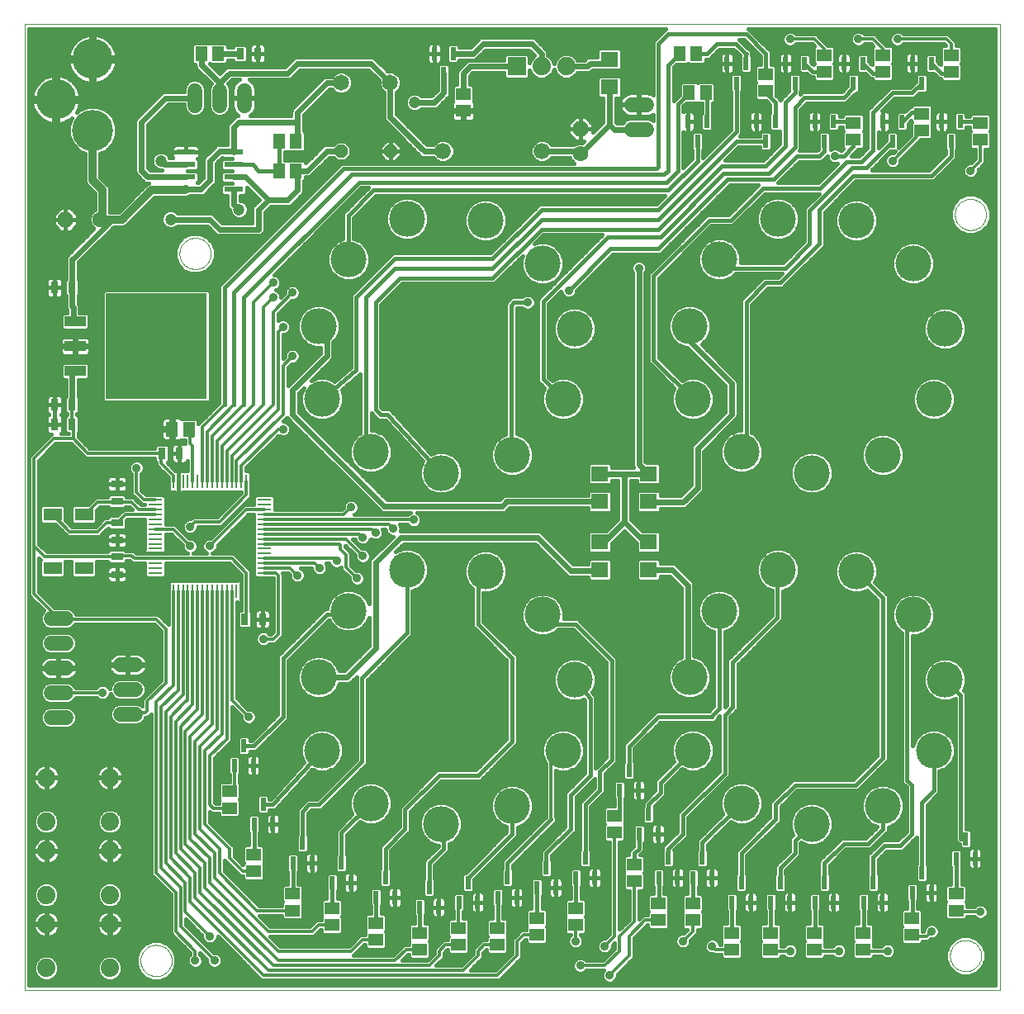
<source format=gtl>
G75*
%MOIN*%
%OFA0B0*%
%FSLAX24Y24*%
%IPPOS*%
%LPD*%
%AMOC8*
5,1,8,0,0,1.08239X$1,22.5*
%
%ADD10C,0.0000*%
%ADD11C,0.1450*%
%ADD12R,0.0580X0.0110*%
%ADD13R,0.0110X0.0580*%
%ADD14R,0.0780X0.0220*%
%ADD15R,0.0220X0.0520*%
%ADD16R,0.0748X0.0512*%
%ADD17R,0.0472X0.0315*%
%ADD18R,0.4098X0.4252*%
%ADD19R,0.0850X0.0420*%
%ADD20R,0.0315X0.0472*%
%ADD21R,0.0512X0.0591*%
%ADD22C,0.0600*%
%ADD23R,0.0591X0.0512*%
%ADD24R,0.0710X0.0630*%
%ADD25C,0.1660*%
%ADD26C,0.1620*%
%ADD27R,0.0740X0.0740*%
%ADD28C,0.0740*%
%ADD29OC8,0.0630*%
%ADD30C,0.0630*%
%ADD31OC8,0.0520*%
%ADD32C,0.0660*%
%ADD33C,0.0650*%
%ADD34C,0.0160*%
%ADD35C,0.0356*%
%ADD36C,0.0120*%
%ADD37C,0.0320*%
%ADD38C,0.0240*%
%ADD39C,0.0472*%
D10*
X000927Y000574D02*
X000927Y039550D01*
X040297Y039550D01*
X040297Y000574D01*
X000927Y000574D01*
X005612Y001755D02*
X005614Y001805D01*
X005620Y001855D01*
X005630Y001904D01*
X005644Y001952D01*
X005661Y001999D01*
X005682Y002044D01*
X005707Y002088D01*
X005735Y002129D01*
X005767Y002168D01*
X005801Y002205D01*
X005838Y002239D01*
X005878Y002269D01*
X005920Y002296D01*
X005964Y002320D01*
X006010Y002341D01*
X006057Y002357D01*
X006105Y002370D01*
X006155Y002379D01*
X006204Y002384D01*
X006255Y002385D01*
X006305Y002382D01*
X006354Y002375D01*
X006403Y002364D01*
X006451Y002349D01*
X006497Y002331D01*
X006542Y002309D01*
X006585Y002283D01*
X006626Y002254D01*
X006665Y002222D01*
X006701Y002187D01*
X006733Y002149D01*
X006763Y002109D01*
X006790Y002066D01*
X006813Y002022D01*
X006832Y001976D01*
X006848Y001928D01*
X006860Y001879D01*
X006868Y001830D01*
X006872Y001780D01*
X006872Y001730D01*
X006868Y001680D01*
X006860Y001631D01*
X006848Y001582D01*
X006832Y001534D01*
X006813Y001488D01*
X006790Y001444D01*
X006763Y001401D01*
X006733Y001361D01*
X006701Y001323D01*
X006665Y001288D01*
X006626Y001256D01*
X006585Y001227D01*
X006542Y001201D01*
X006497Y001179D01*
X006451Y001161D01*
X006403Y001146D01*
X006354Y001135D01*
X006305Y001128D01*
X006255Y001125D01*
X006204Y001126D01*
X006155Y001131D01*
X006105Y001140D01*
X006057Y001153D01*
X006010Y001169D01*
X005964Y001190D01*
X005920Y001214D01*
X005878Y001241D01*
X005838Y001271D01*
X005801Y001305D01*
X005767Y001342D01*
X005735Y001381D01*
X005707Y001422D01*
X005682Y001466D01*
X005661Y001511D01*
X005644Y001558D01*
X005630Y001606D01*
X005620Y001655D01*
X005614Y001705D01*
X005612Y001755D01*
X007187Y030298D02*
X007189Y030348D01*
X007195Y030398D01*
X007205Y030447D01*
X007219Y030495D01*
X007236Y030542D01*
X007257Y030587D01*
X007282Y030631D01*
X007310Y030672D01*
X007342Y030711D01*
X007376Y030748D01*
X007413Y030782D01*
X007453Y030812D01*
X007495Y030839D01*
X007539Y030863D01*
X007585Y030884D01*
X007632Y030900D01*
X007680Y030913D01*
X007730Y030922D01*
X007779Y030927D01*
X007830Y030928D01*
X007880Y030925D01*
X007929Y030918D01*
X007978Y030907D01*
X008026Y030892D01*
X008072Y030874D01*
X008117Y030852D01*
X008160Y030826D01*
X008201Y030797D01*
X008240Y030765D01*
X008276Y030730D01*
X008308Y030692D01*
X008338Y030652D01*
X008365Y030609D01*
X008388Y030565D01*
X008407Y030519D01*
X008423Y030471D01*
X008435Y030422D01*
X008443Y030373D01*
X008447Y030323D01*
X008447Y030273D01*
X008443Y030223D01*
X008435Y030174D01*
X008423Y030125D01*
X008407Y030077D01*
X008388Y030031D01*
X008365Y029987D01*
X008338Y029944D01*
X008308Y029904D01*
X008276Y029866D01*
X008240Y029831D01*
X008201Y029799D01*
X008160Y029770D01*
X008117Y029744D01*
X008072Y029722D01*
X008026Y029704D01*
X007978Y029689D01*
X007929Y029678D01*
X007880Y029671D01*
X007830Y029668D01*
X007779Y029669D01*
X007730Y029674D01*
X007680Y029683D01*
X007632Y029696D01*
X007585Y029712D01*
X007539Y029733D01*
X007495Y029757D01*
X007453Y029784D01*
X007413Y029814D01*
X007376Y029848D01*
X007342Y029885D01*
X007310Y029924D01*
X007282Y029965D01*
X007257Y030009D01*
X007236Y030054D01*
X007219Y030101D01*
X007205Y030149D01*
X007195Y030198D01*
X007189Y030248D01*
X007187Y030298D01*
X038486Y031873D02*
X038488Y031923D01*
X038494Y031973D01*
X038504Y032022D01*
X038518Y032070D01*
X038535Y032117D01*
X038556Y032162D01*
X038581Y032206D01*
X038609Y032247D01*
X038641Y032286D01*
X038675Y032323D01*
X038712Y032357D01*
X038752Y032387D01*
X038794Y032414D01*
X038838Y032438D01*
X038884Y032459D01*
X038931Y032475D01*
X038979Y032488D01*
X039029Y032497D01*
X039078Y032502D01*
X039129Y032503D01*
X039179Y032500D01*
X039228Y032493D01*
X039277Y032482D01*
X039325Y032467D01*
X039371Y032449D01*
X039416Y032427D01*
X039459Y032401D01*
X039500Y032372D01*
X039539Y032340D01*
X039575Y032305D01*
X039607Y032267D01*
X039637Y032227D01*
X039664Y032184D01*
X039687Y032140D01*
X039706Y032094D01*
X039722Y032046D01*
X039734Y031997D01*
X039742Y031948D01*
X039746Y031898D01*
X039746Y031848D01*
X039742Y031798D01*
X039734Y031749D01*
X039722Y031700D01*
X039706Y031652D01*
X039687Y031606D01*
X039664Y031562D01*
X039637Y031519D01*
X039607Y031479D01*
X039575Y031441D01*
X039539Y031406D01*
X039500Y031374D01*
X039459Y031345D01*
X039416Y031319D01*
X039371Y031297D01*
X039325Y031279D01*
X039277Y031264D01*
X039228Y031253D01*
X039179Y031246D01*
X039129Y031243D01*
X039078Y031244D01*
X039029Y031249D01*
X038979Y031258D01*
X038931Y031271D01*
X038884Y031287D01*
X038838Y031308D01*
X038794Y031332D01*
X038752Y031359D01*
X038712Y031389D01*
X038675Y031423D01*
X038641Y031460D01*
X038609Y031499D01*
X038581Y031540D01*
X038556Y031584D01*
X038535Y031629D01*
X038518Y031676D01*
X038504Y031724D01*
X038494Y031773D01*
X038488Y031823D01*
X038486Y031873D01*
X038290Y001952D02*
X038292Y002002D01*
X038298Y002052D01*
X038308Y002101D01*
X038322Y002149D01*
X038339Y002196D01*
X038360Y002241D01*
X038385Y002285D01*
X038413Y002326D01*
X038445Y002365D01*
X038479Y002402D01*
X038516Y002436D01*
X038556Y002466D01*
X038598Y002493D01*
X038642Y002517D01*
X038688Y002538D01*
X038735Y002554D01*
X038783Y002567D01*
X038833Y002576D01*
X038882Y002581D01*
X038933Y002582D01*
X038983Y002579D01*
X039032Y002572D01*
X039081Y002561D01*
X039129Y002546D01*
X039175Y002528D01*
X039220Y002506D01*
X039263Y002480D01*
X039304Y002451D01*
X039343Y002419D01*
X039379Y002384D01*
X039411Y002346D01*
X039441Y002306D01*
X039468Y002263D01*
X039491Y002219D01*
X039510Y002173D01*
X039526Y002125D01*
X039538Y002076D01*
X039546Y002027D01*
X039550Y001977D01*
X039550Y001927D01*
X039546Y001877D01*
X039538Y001828D01*
X039526Y001779D01*
X039510Y001731D01*
X039491Y001685D01*
X039468Y001641D01*
X039441Y001598D01*
X039411Y001558D01*
X039379Y001520D01*
X039343Y001485D01*
X039304Y001453D01*
X039263Y001424D01*
X039220Y001398D01*
X039175Y001376D01*
X039129Y001358D01*
X039081Y001343D01*
X039032Y001332D01*
X038983Y001325D01*
X038933Y001322D01*
X038882Y001323D01*
X038833Y001328D01*
X038783Y001337D01*
X038735Y001350D01*
X038688Y001366D01*
X038642Y001387D01*
X038598Y001411D01*
X038556Y001438D01*
X038516Y001468D01*
X038479Y001502D01*
X038445Y001539D01*
X038413Y001578D01*
X038385Y001619D01*
X038360Y001663D01*
X038339Y001708D01*
X038322Y001755D01*
X038308Y001803D01*
X038298Y001852D01*
X038292Y001902D01*
X038290Y001952D01*
D11*
X032708Y007275D03*
X029872Y008114D03*
X027909Y010246D03*
X027773Y013192D03*
X028979Y015882D03*
X031341Y017523D03*
X034503Y017462D03*
X036799Y015717D03*
X038090Y013094D03*
X037635Y010244D03*
X035579Y007996D03*
X023129Y013094D03*
X022674Y010244D03*
X020618Y007996D03*
X017747Y007275D03*
X014912Y008114D03*
X012948Y010246D03*
X012812Y013192D03*
X014018Y015882D03*
X016380Y017523D03*
X019542Y017462D03*
X021838Y015717D03*
X017747Y021448D03*
X014912Y022287D03*
X012948Y024419D03*
X012812Y027365D03*
X014018Y030055D03*
X016380Y031697D03*
X019542Y031635D03*
X021838Y029890D03*
X023129Y027267D03*
X022674Y024418D03*
X020618Y022169D03*
X027773Y027365D03*
X028979Y030055D03*
X031341Y031697D03*
X034503Y031635D03*
X036799Y029890D03*
X038090Y027267D03*
X037635Y024418D03*
X035579Y022169D03*
X032708Y021448D03*
X029872Y022287D03*
X027909Y024419D03*
D12*
X010618Y020361D03*
X010618Y020161D03*
X010618Y019961D03*
X010618Y019771D03*
X010618Y019571D03*
X010618Y019371D03*
X010618Y019181D03*
X010618Y018981D03*
X010618Y018781D03*
X010618Y018581D03*
X010618Y018391D03*
X010618Y018191D03*
X010618Y017991D03*
X010618Y017801D03*
X010618Y017601D03*
X010618Y017401D03*
X006198Y017401D03*
X006198Y017601D03*
X006198Y017801D03*
X006198Y017991D03*
X006198Y018191D03*
X006198Y018391D03*
X006198Y018581D03*
X006198Y018781D03*
X006198Y018981D03*
X006198Y019181D03*
X006198Y019371D03*
X006198Y019571D03*
X006198Y019771D03*
X006198Y019961D03*
X006198Y020161D03*
X006198Y020361D03*
D13*
X006928Y021091D03*
X007128Y021091D03*
X007328Y021091D03*
X007518Y021091D03*
X007718Y021091D03*
X007918Y021091D03*
X008108Y021091D03*
X008308Y021091D03*
X008508Y021091D03*
X008708Y021091D03*
X008898Y021091D03*
X009098Y021091D03*
X009298Y021091D03*
X009488Y021091D03*
X009688Y021091D03*
X009888Y021091D03*
X009888Y016671D03*
X009688Y016671D03*
X009488Y016671D03*
X009298Y016671D03*
X009098Y016671D03*
X008898Y016671D03*
X008708Y016671D03*
X008508Y016671D03*
X008308Y016671D03*
X008108Y016671D03*
X007918Y016671D03*
X007718Y016671D03*
X007518Y016671D03*
X007328Y016671D03*
X007128Y016671D03*
X006928Y016671D03*
D14*
X007438Y032895D03*
X007438Y033395D03*
X007438Y033895D03*
X007438Y034395D03*
X009378Y034395D03*
X009378Y033895D03*
X009378Y033395D03*
X009378Y032895D03*
D15*
X017477Y038375D03*
X018237Y038375D03*
X017857Y037575D03*
X027713Y035619D03*
X028473Y035619D03*
X028093Y034819D03*
X030469Y035619D03*
X031229Y035619D03*
X030849Y034819D03*
X032831Y035619D03*
X033591Y035619D03*
X033211Y034819D03*
X035587Y035619D03*
X036347Y035619D03*
X035967Y034819D03*
X037949Y035619D03*
X038709Y035619D03*
X038329Y034819D03*
X037148Y037182D03*
X037528Y037982D03*
X036768Y037982D03*
X034772Y037982D03*
X034012Y037982D03*
X034392Y037182D03*
X032410Y037982D03*
X031650Y037982D03*
X032030Y037182D03*
X030048Y037982D03*
X029288Y037982D03*
X029668Y037182D03*
X009786Y010423D03*
X010166Y009623D03*
X009406Y009623D03*
X010573Y008060D03*
X010193Y007260D03*
X010953Y007260D03*
X012148Y006486D03*
X012528Y005686D03*
X011768Y005686D03*
X013343Y004898D03*
X014103Y004898D03*
X013723Y005698D03*
X015114Y004308D03*
X015874Y004308D03*
X015494Y005108D03*
X016886Y003914D03*
X017646Y003914D03*
X018461Y004111D03*
X019221Y004111D03*
X020036Y004308D03*
X020796Y004308D03*
X020416Y005108D03*
X021610Y004701D03*
X022370Y004701D03*
X021990Y005501D03*
X023185Y005095D03*
X023945Y005095D03*
X023565Y005895D03*
X025744Y006867D03*
X026504Y006867D03*
X026124Y007667D03*
X025717Y008638D03*
X024957Y008638D03*
X025337Y009438D03*
X026912Y005895D03*
X027292Y005095D03*
X027910Y005095D03*
X028670Y005095D03*
X028290Y005895D03*
X029864Y004911D03*
X029484Y004111D03*
X030244Y004111D03*
X031059Y004111D03*
X031819Y004111D03*
X031439Y004911D03*
X032831Y004111D03*
X033591Y004111D03*
X033211Y004911D03*
X034799Y004111D03*
X035559Y004111D03*
X035179Y004911D03*
X036768Y004504D03*
X037528Y004504D03*
X037148Y005304D03*
X038540Y005882D03*
X039300Y005882D03*
X038920Y006682D03*
X026532Y005095D03*
X018841Y004911D03*
X017266Y004714D03*
D16*
X003329Y017601D03*
X002069Y017601D03*
X002069Y019767D03*
X003329Y019767D03*
D17*
X004668Y019432D03*
X004668Y018723D03*
X004668Y018054D03*
X004668Y017345D03*
X004668Y020298D03*
X004668Y021007D03*
D18*
X006258Y026558D03*
D19*
X002978Y026558D03*
X002978Y027558D03*
X002978Y025558D03*
D20*
X002857Y024196D03*
X002148Y024196D03*
X002148Y023408D03*
X002857Y023408D03*
X006479Y022227D03*
X007187Y022227D03*
X009825Y015534D03*
X010534Y015534D03*
X002857Y028920D03*
X002148Y028920D03*
X009628Y038369D03*
X010337Y038369D03*
D21*
X008742Y038369D03*
X008073Y038369D03*
X011223Y034826D03*
X011892Y034826D03*
X011892Y033645D03*
X011223Y033645D03*
X007561Y023211D03*
X006892Y023211D03*
X027364Y038369D03*
X028034Y038369D03*
X027758Y036794D03*
X028427Y036794D03*
D22*
X026031Y036310D02*
X025431Y036310D01*
X025431Y035310D02*
X026031Y035310D01*
X009801Y036282D02*
X009801Y036882D01*
X008801Y036882D02*
X008801Y036282D01*
X007801Y036282D02*
X007801Y036882D01*
X002605Y015566D02*
X002005Y015566D01*
X002005Y014566D02*
X002605Y014566D01*
X002605Y013566D02*
X002005Y013566D01*
X002005Y012566D02*
X002605Y012566D01*
X002605Y011566D02*
X002005Y011566D01*
X004801Y011700D02*
X005401Y011700D01*
X005401Y012700D02*
X004801Y012700D01*
X004801Y013700D02*
X005401Y013700D01*
D23*
X009195Y008586D03*
X009195Y007916D03*
X010179Y006026D03*
X010179Y005357D03*
X011754Y004452D03*
X011754Y003782D03*
X013329Y003861D03*
X013329Y003192D03*
X015101Y003271D03*
X015101Y002601D03*
X016872Y002877D03*
X016872Y002208D03*
X018447Y002404D03*
X018447Y003074D03*
X020022Y003074D03*
X020022Y002404D03*
X021597Y002798D03*
X021597Y003467D03*
X023171Y003192D03*
X023171Y003861D03*
X025534Y004963D03*
X025534Y005633D03*
X024746Y006932D03*
X024746Y007601D03*
X026518Y004058D03*
X026518Y003389D03*
X027896Y003389D03*
X027896Y004058D03*
X029471Y002877D03*
X029471Y002208D03*
X031046Y002208D03*
X031046Y002877D03*
X032817Y002877D03*
X032817Y002208D03*
X034786Y002208D03*
X034786Y002877D03*
X036754Y002798D03*
X036754Y003467D03*
X038526Y003782D03*
X038526Y004452D03*
X039510Y034885D03*
X039510Y035554D03*
X038329Y037641D03*
X038329Y038310D03*
X037148Y035948D03*
X037148Y035278D03*
X034392Y035554D03*
X034392Y034885D03*
X035573Y037641D03*
X035573Y038310D03*
X033211Y038310D03*
X033211Y037641D03*
X030849Y037523D03*
X030849Y036853D03*
X018644Y036735D03*
X018644Y036066D03*
D24*
X024549Y037022D03*
X024549Y038141D03*
X024156Y021409D03*
X024156Y020289D03*
X024156Y018653D03*
X024156Y017534D03*
X026124Y017534D03*
X026124Y018653D03*
X026124Y020289D03*
X026124Y021409D03*
D25*
X003683Y035267D03*
D26*
X002202Y036519D03*
X003673Y038150D03*
D27*
X020794Y037855D03*
D28*
X021794Y037855D03*
X022794Y037855D03*
X004373Y009141D03*
X004373Y007361D03*
X004373Y006188D03*
X004373Y004408D03*
X004373Y003235D03*
X004373Y001455D03*
X001813Y001455D03*
X001813Y003235D03*
X001813Y004408D03*
X001813Y006188D03*
X001813Y007361D03*
X001813Y009141D03*
D29*
X002590Y031676D03*
X023368Y035326D03*
D30*
X023368Y034326D03*
X003990Y031676D03*
D31*
X013707Y034432D03*
X015707Y034432D03*
D32*
X017825Y034432D03*
X021825Y034432D03*
D33*
X015692Y037188D03*
X013722Y037188D03*
D34*
X014187Y037187D02*
X015227Y037187D01*
X015227Y037095D02*
X015227Y037280D01*
X015228Y037284D01*
X014797Y037715D01*
X012059Y037715D01*
X011705Y037361D01*
X011609Y037322D01*
X009995Y037322D01*
X010053Y037292D01*
X010114Y037248D01*
X010168Y037194D01*
X010212Y037133D01*
X010246Y037066D01*
X010270Y036994D01*
X010281Y036919D01*
X010281Y036602D01*
X009821Y036602D01*
X009821Y036562D01*
X010281Y036562D01*
X010281Y036244D01*
X010270Y036169D01*
X010246Y036097D01*
X010212Y036030D01*
X010168Y035969D01*
X010114Y035915D01*
X010056Y035873D01*
X011691Y035873D01*
X011691Y036058D01*
X011731Y036154D01*
X011804Y036227D01*
X012985Y037408D01*
X013080Y037448D01*
X013326Y037448D01*
X013328Y037451D01*
X013459Y037582D01*
X013629Y037653D01*
X013814Y037653D01*
X013985Y037582D01*
X014116Y037451D01*
X014187Y037280D01*
X014187Y037095D01*
X014116Y036924D01*
X013985Y036794D01*
X013814Y036723D01*
X013629Y036723D01*
X013459Y036794D01*
X013328Y036924D01*
X013326Y036928D01*
X013240Y036928D01*
X012211Y035899D01*
X012211Y035256D01*
X012288Y035179D01*
X012288Y034472D01*
X012206Y034390D01*
X011578Y034390D01*
X011557Y034411D01*
X011537Y034390D01*
X011443Y034390D01*
X011443Y034080D01*
X011537Y034080D01*
X011557Y034059D01*
X011578Y034080D01*
X012206Y034080D01*
X012288Y033998D01*
X012288Y033955D01*
X012985Y034652D01*
X013080Y034692D01*
X013401Y034692D01*
X013541Y034832D01*
X013873Y034832D01*
X014107Y034598D01*
X014107Y034266D01*
X013873Y034032D01*
X013541Y034032D01*
X013401Y034172D01*
X013240Y034172D01*
X012492Y033424D01*
X012396Y033385D01*
X012288Y033385D01*
X012288Y033291D01*
X012211Y033214D01*
X012211Y032805D01*
X012171Y032710D01*
X012098Y032637D01*
X011705Y032243D01*
X011609Y032203D01*
X010878Y032203D01*
X010636Y031962D01*
X010636Y031231D01*
X010597Y031135D01*
X010523Y031062D01*
X010428Y031022D01*
X008750Y031022D01*
X008654Y031062D01*
X008581Y031135D01*
X008300Y031416D01*
X007105Y031416D01*
X007046Y031357D01*
X006908Y031300D01*
X006758Y031300D01*
X006620Y031357D01*
X006514Y031463D01*
X006457Y031601D01*
X006457Y031751D01*
X006514Y031889D01*
X006620Y031995D01*
X006758Y032052D01*
X006908Y032052D01*
X007046Y031995D01*
X007105Y031936D01*
X008459Y031936D01*
X008555Y031896D01*
X008909Y031542D01*
X010116Y031542D01*
X010116Y032121D01*
X010156Y032217D01*
X010402Y032463D01*
X009908Y032958D01*
X009908Y032727D01*
X009826Y032645D01*
X009638Y032645D01*
X009638Y032446D01*
X009664Y032446D01*
X009802Y032389D01*
X009908Y032283D01*
X009965Y032145D01*
X009965Y031995D01*
X009908Y031857D01*
X009802Y031751D01*
X009664Y031694D01*
X009514Y031694D01*
X009376Y031751D01*
X009270Y031857D01*
X009213Y031995D01*
X009213Y032078D01*
X009157Y032134D01*
X009118Y032229D01*
X009118Y032645D01*
X008930Y032645D01*
X008848Y032727D01*
X008848Y033063D01*
X008930Y033145D01*
X009302Y033145D01*
X009302Y033145D01*
X008930Y033145D01*
X008848Y033227D01*
X008848Y033563D01*
X008930Y033645D01*
X009302Y033645D01*
X009302Y033645D01*
X008930Y033645D01*
X008848Y033727D01*
X008848Y034063D01*
X008930Y034145D01*
X009302Y034145D01*
X008930Y034145D01*
X008906Y034169D01*
X008668Y033931D01*
X008668Y033199D01*
X008628Y033104D01*
X008555Y033030D01*
X008199Y032674D01*
X008103Y032635D01*
X007602Y032635D01*
X007570Y032603D01*
X007460Y032557D01*
X006170Y032557D01*
X005119Y031506D01*
X005119Y031506D01*
X005034Y031422D01*
X004924Y031376D01*
X004538Y031376D01*
X003313Y030151D01*
X003117Y029954D01*
X003117Y029252D01*
X003154Y029214D01*
X003154Y028626D01*
X003117Y028588D01*
X003117Y028280D01*
X003156Y028184D01*
X003156Y027908D01*
X003461Y027908D01*
X003543Y027826D01*
X003543Y027290D01*
X003461Y027208D01*
X002495Y027208D01*
X002413Y027290D01*
X002413Y027826D01*
X002495Y027908D01*
X002636Y027908D01*
X002636Y028025D01*
X002597Y028120D01*
X002597Y028588D01*
X002559Y028626D01*
X002559Y029214D01*
X002597Y029252D01*
X002597Y030114D01*
X002636Y030209D01*
X002749Y030322D01*
X002945Y030519D01*
X003725Y031298D01*
X003604Y031418D01*
X003535Y031586D01*
X003535Y031767D01*
X003604Y031934D01*
X003732Y032062D01*
X003777Y032080D01*
X003777Y032733D01*
X003429Y033081D01*
X003383Y033191D01*
X003383Y034342D01*
X003134Y034445D01*
X002861Y034718D01*
X002713Y035075D01*
X002713Y035460D01*
X002837Y035758D01*
X002776Y035710D01*
X002682Y035651D01*
X002582Y035603D01*
X002477Y035566D01*
X002368Y035541D01*
X002282Y035531D01*
X002282Y036439D01*
X002122Y036439D01*
X001215Y036439D01*
X001225Y036352D01*
X001250Y036244D01*
X001286Y036139D01*
X001335Y036039D01*
X001394Y035945D01*
X001463Y035858D01*
X001542Y035779D01*
X001629Y035710D01*
X001723Y035651D01*
X001823Y035603D01*
X001928Y035566D01*
X002036Y035541D01*
X002122Y035531D01*
X002122Y036439D01*
X002122Y036599D01*
X002122Y037506D01*
X002036Y037496D01*
X001928Y037471D01*
X001823Y037435D01*
X001723Y037386D01*
X001629Y037327D01*
X001542Y037258D01*
X001463Y037179D01*
X001394Y037092D01*
X001335Y036998D01*
X001286Y036898D01*
X001250Y036793D01*
X001225Y036685D01*
X001215Y036599D01*
X002122Y036599D01*
X002282Y036599D01*
X002282Y037506D01*
X002368Y037496D01*
X002477Y037471D01*
X002582Y037435D01*
X002682Y037386D01*
X002776Y037327D01*
X002863Y037258D01*
X002942Y037179D01*
X003011Y037092D01*
X003070Y036998D01*
X003118Y036898D01*
X003155Y036793D01*
X003180Y036685D01*
X003190Y036599D01*
X002282Y036599D01*
X002282Y036439D01*
X003190Y036439D01*
X003180Y036352D01*
X003155Y036244D01*
X003118Y036139D01*
X003070Y036039D01*
X003048Y036004D01*
X003134Y036090D01*
X003490Y036237D01*
X003876Y036237D01*
X004233Y036090D01*
X004506Y035817D01*
X004653Y035460D01*
X004653Y035075D01*
X004506Y034718D01*
X004233Y034445D01*
X003983Y034342D01*
X003983Y033375D01*
X004247Y033111D01*
X004331Y033027D01*
X004377Y032917D01*
X004377Y031976D01*
X004740Y031976D01*
X005791Y033027D01*
X005791Y033027D01*
X005876Y033111D01*
X005931Y033135D01*
X005850Y033135D01*
X005755Y033174D01*
X005431Y033497D01*
X005392Y033593D01*
X005392Y035665D01*
X005431Y035760D01*
X005505Y035833D01*
X006473Y036802D01*
X006569Y036842D01*
X007361Y036842D01*
X007361Y036969D01*
X007428Y037131D01*
X007552Y037255D01*
X007714Y037322D01*
X007889Y037322D01*
X008051Y037255D01*
X008174Y037131D01*
X008241Y036969D01*
X008241Y036194D01*
X008174Y036032D01*
X008051Y035909D01*
X007889Y035842D01*
X007714Y035842D01*
X007552Y035909D01*
X007428Y036032D01*
X007361Y036194D01*
X007361Y036322D01*
X006728Y036322D01*
X005912Y035505D01*
X005912Y033752D01*
X006010Y033655D01*
X006483Y033655D01*
X006465Y033662D01*
X006364Y033662D01*
X006226Y033719D01*
X006120Y033825D01*
X006063Y033963D01*
X006063Y034113D01*
X006120Y034251D01*
X006226Y034357D01*
X006364Y034414D01*
X006514Y034414D01*
X006652Y034357D01*
X006758Y034251D01*
X006798Y034155D01*
X006923Y034155D01*
X006904Y034174D01*
X006880Y034215D01*
X006868Y034261D01*
X006868Y034395D01*
X007438Y034395D01*
X007438Y034395D01*
X007438Y034685D01*
X007851Y034685D01*
X007897Y034672D01*
X007938Y034649D01*
X007972Y034615D01*
X007995Y034574D01*
X008008Y034528D01*
X008008Y034395D01*
X007438Y034395D01*
X007438Y034395D01*
X007438Y034685D01*
X007024Y034685D01*
X006978Y034672D01*
X006937Y034649D01*
X006904Y034615D01*
X006880Y034574D01*
X006868Y034528D01*
X006868Y034395D01*
X007438Y034395D01*
X008008Y034395D01*
X008008Y034261D01*
X007995Y034215D01*
X007972Y034174D01*
X007938Y034141D01*
X007907Y034123D01*
X007968Y034063D01*
X007968Y033727D01*
X007886Y033645D01*
X007514Y033645D01*
X007514Y033645D01*
X007886Y033645D01*
X007968Y033563D01*
X007968Y033227D01*
X007896Y033155D01*
X007944Y033155D01*
X008148Y033359D01*
X008148Y034090D01*
X008187Y034186D01*
X008581Y034579D01*
X008654Y034652D01*
X008750Y034692D01*
X009118Y034692D01*
X009118Y035454D01*
X009157Y035549D01*
X009368Y035760D01*
X009442Y035833D01*
X009537Y035873D01*
X009547Y035873D01*
X009489Y035915D01*
X009435Y035969D01*
X009391Y036030D01*
X009357Y036097D01*
X009333Y036169D01*
X009321Y036244D01*
X009321Y036562D01*
X009781Y036562D01*
X009781Y036602D01*
X009321Y036602D01*
X009321Y036919D01*
X009333Y036994D01*
X009357Y037066D01*
X009391Y037133D01*
X009435Y037194D01*
X009489Y037248D01*
X009550Y037292D01*
X009608Y037322D01*
X009303Y037322D01*
X009143Y037162D01*
X009174Y037131D01*
X009241Y036969D01*
X009241Y036194D01*
X009174Y036032D01*
X009051Y035909D01*
X008889Y035842D01*
X008714Y035842D01*
X008552Y035909D01*
X008428Y036032D01*
X008361Y036194D01*
X008361Y036969D01*
X008428Y037131D01*
X008460Y037162D01*
X007853Y037769D01*
X007813Y037865D01*
X007813Y037934D01*
X007759Y037934D01*
X007677Y038016D01*
X007677Y038722D01*
X007759Y038804D01*
X008387Y038804D01*
X008408Y038784D01*
X008428Y038804D01*
X009056Y038804D01*
X009138Y038722D01*
X009138Y038629D01*
X009331Y038629D01*
X009331Y038663D01*
X009413Y038745D01*
X009844Y038745D01*
X009926Y038663D01*
X009926Y038075D01*
X009844Y037993D01*
X009413Y037993D01*
X009331Y038075D01*
X009331Y038109D01*
X009138Y038109D01*
X009138Y038016D01*
X009056Y037934D01*
X008428Y037934D01*
X008408Y037954D01*
X008405Y037952D01*
X008801Y037556D01*
X008975Y037729D01*
X009048Y037802D01*
X009143Y037842D01*
X011450Y037842D01*
X011731Y038123D01*
X011804Y038196D01*
X011899Y038235D01*
X014956Y038235D01*
X015052Y038196D01*
X015596Y037651D01*
X015599Y037653D01*
X015784Y037653D01*
X015955Y037582D01*
X016086Y037451D01*
X016157Y037280D01*
X016157Y037095D01*
X016086Y036924D01*
X015955Y036794D01*
X015952Y036792D01*
X015952Y035917D01*
X017177Y034692D01*
X017424Y034692D01*
X017427Y034698D01*
X017559Y034830D01*
X017732Y034902D01*
X017919Y034902D01*
X018091Y034830D01*
X018223Y034698D01*
X018295Y034525D01*
X018295Y034338D01*
X018223Y034166D01*
X018091Y034034D01*
X017919Y033962D01*
X017732Y033962D01*
X017559Y034034D01*
X017427Y034166D01*
X017424Y034172D01*
X017017Y034172D01*
X016922Y034212D01*
X015545Y035589D01*
X015545Y035589D01*
X015472Y035662D01*
X015432Y035757D01*
X015432Y036792D01*
X015429Y036794D01*
X015298Y036924D01*
X015227Y037095D01*
X015255Y037029D02*
X014159Y037029D01*
X014062Y036870D02*
X015352Y036870D01*
X015432Y036712D02*
X013024Y036712D01*
X013182Y036870D02*
X013382Y036870D01*
X012865Y036553D02*
X015432Y036553D01*
X015432Y036395D02*
X012707Y036395D01*
X012548Y036236D02*
X015432Y036236D01*
X015432Y036078D02*
X012390Y036078D01*
X012231Y035919D02*
X015432Y035919D01*
X015432Y035761D02*
X012211Y035761D01*
X012211Y035602D02*
X015531Y035602D01*
X015690Y035444D02*
X012211Y035444D01*
X012211Y035285D02*
X015848Y035285D01*
X016007Y035127D02*
X012288Y035127D01*
X012288Y034968D02*
X016165Y034968D01*
X016324Y034810D02*
X015951Y034810D01*
X015889Y034872D02*
X016147Y034614D01*
X016147Y034432D01*
X015707Y034432D01*
X015707Y034432D01*
X015707Y034432D01*
X015707Y034872D01*
X015889Y034872D01*
X015707Y034872D02*
X015525Y034872D01*
X015267Y034614D01*
X015267Y034432D01*
X015707Y034432D01*
X016147Y034432D01*
X016147Y034250D01*
X015889Y033992D01*
X015707Y033992D01*
X015707Y034432D01*
X015707Y034432D01*
X015707Y034872D01*
X015707Y034810D02*
X015707Y034810D01*
X015707Y034651D02*
X015707Y034651D01*
X015707Y034493D02*
X015707Y034493D01*
X015707Y034432D02*
X015707Y034432D01*
X015707Y033992D01*
X015525Y033992D01*
X015267Y034250D01*
X015267Y034432D01*
X015707Y034432D01*
X015707Y034334D02*
X015707Y034334D01*
X015707Y034176D02*
X015707Y034176D01*
X015707Y034017D02*
X015707Y034017D01*
X015914Y034017D02*
X017598Y034017D01*
X018052Y034017D02*
X021598Y034017D01*
X021559Y034034D02*
X021732Y033962D01*
X021919Y033962D01*
X022091Y034034D01*
X022223Y034166D01*
X022226Y034172D01*
X022940Y034172D01*
X022983Y034068D01*
X023107Y033943D01*
X013710Y033943D01*
X013581Y033814D01*
X008907Y029140D01*
X008778Y029011D01*
X008778Y024259D01*
X007957Y023437D01*
X007957Y023565D01*
X007875Y023647D01*
X007262Y023647D01*
X007258Y023651D01*
X007217Y023675D01*
X007172Y023687D01*
X006940Y023687D01*
X006940Y023259D01*
X006844Y023259D01*
X006844Y023164D01*
X006456Y023164D01*
X006456Y022893D01*
X006468Y022847D01*
X006492Y022806D01*
X006526Y022772D01*
X006567Y022748D01*
X006612Y022736D01*
X006844Y022736D01*
X006844Y023164D01*
X006940Y023164D01*
X006940Y022736D01*
X007172Y022736D01*
X007217Y022748D01*
X007258Y022772D01*
X007262Y022776D01*
X007420Y022776D01*
X007420Y022628D01*
X007414Y022631D01*
X007368Y022643D01*
X007187Y022643D01*
X007006Y022643D01*
X006960Y022631D01*
X006919Y022608D01*
X006886Y022574D01*
X006862Y022533D01*
X006850Y022487D01*
X006850Y022227D01*
X006850Y021967D01*
X006862Y021922D01*
X006886Y021881D01*
X006919Y021847D01*
X006960Y021823D01*
X007006Y021811D01*
X007187Y021811D01*
X007187Y022227D01*
X007187Y022227D01*
X006850Y022227D01*
X007187Y022227D01*
X007187Y022227D01*
X007187Y021811D01*
X007368Y021811D01*
X007414Y021823D01*
X007455Y021847D01*
X007489Y021881D01*
X007512Y021922D01*
X007518Y021941D01*
X007518Y021521D01*
X007297Y021521D01*
X007293Y021525D01*
X007252Y021549D01*
X007206Y021561D01*
X007128Y021561D01*
X007128Y021091D01*
X007128Y021091D01*
X007128Y021428D01*
X007128Y021428D01*
X007128Y021561D01*
X007049Y021561D01*
X007006Y021549D01*
X006699Y021856D01*
X006776Y021933D01*
X006776Y022521D01*
X006694Y022603D01*
X006263Y022603D01*
X006181Y022521D01*
X006181Y022427D01*
X003569Y022427D01*
X003096Y022901D01*
X003096Y023056D01*
X003154Y023114D01*
X003154Y023703D01*
X003072Y023785D01*
X003057Y023785D01*
X003057Y023820D01*
X003072Y023820D01*
X003154Y023902D01*
X003154Y024490D01*
X003117Y024527D01*
X003117Y025208D01*
X003461Y025208D01*
X003543Y025290D01*
X003543Y025826D01*
X003461Y025908D01*
X002495Y025908D01*
X002413Y025826D01*
X002413Y025290D01*
X002495Y025208D01*
X002597Y025208D01*
X002597Y024527D01*
X002559Y024490D01*
X002559Y023902D01*
X002641Y023820D01*
X002657Y023820D01*
X002657Y023785D01*
X002641Y023785D01*
X002559Y023703D01*
X002559Y023114D01*
X002641Y023032D01*
X002696Y023032D01*
X002696Y023018D01*
X002398Y023018D01*
X002416Y023028D01*
X002449Y023062D01*
X002473Y023103D01*
X002485Y023148D01*
X002485Y023408D01*
X002148Y023408D01*
X002148Y023408D01*
X001810Y023408D01*
X001810Y023148D01*
X001823Y023103D01*
X001846Y023062D01*
X001880Y023028D01*
X001921Y023004D01*
X001967Y022992D01*
X002000Y022992D01*
X001909Y022901D01*
X001121Y022113D01*
X001121Y016467D01*
X001703Y015886D01*
X001632Y015815D01*
X001565Y015653D01*
X001565Y015478D01*
X001632Y015317D01*
X001756Y015193D01*
X001918Y015126D01*
X002693Y015126D01*
X002855Y015193D01*
X002978Y015317D01*
X002986Y015334D01*
X006160Y015334D01*
X006436Y015058D01*
X006436Y013058D01*
X005805Y012427D01*
X005688Y012310D01*
X005688Y012035D01*
X005650Y012073D01*
X005488Y012140D01*
X004713Y012140D01*
X004551Y012073D01*
X004428Y011949D01*
X004361Y011787D01*
X004361Y011612D01*
X004428Y011450D01*
X004551Y011327D01*
X004713Y011260D01*
X005488Y011260D01*
X005650Y011327D01*
X005774Y011450D01*
X005817Y011555D01*
X005892Y011555D01*
X006009Y011672D01*
X006042Y011705D01*
X006042Y005215D01*
X006160Y005098D01*
X006830Y004428D01*
X006830Y002853D01*
X006947Y002736D01*
X007617Y002066D01*
X007617Y002005D01*
X007547Y001935D01*
X007499Y001818D01*
X007499Y001692D01*
X007547Y001575D01*
X007637Y001485D01*
X007754Y001437D01*
X007880Y001437D01*
X007997Y001485D01*
X008087Y001575D01*
X008135Y001692D01*
X008135Y001818D01*
X008087Y001935D01*
X008017Y002005D01*
X008017Y002059D01*
X008286Y001790D01*
X008286Y001692D01*
X008335Y001575D01*
X008424Y001485D01*
X008541Y001437D01*
X008668Y001437D01*
X008785Y001485D01*
X008874Y001575D01*
X008923Y001692D01*
X008923Y001818D01*
X008874Y001935D01*
X008785Y002024D01*
X008668Y002073D01*
X008569Y002073D01*
X007427Y003216D01*
X007427Y003437D01*
X008090Y002774D01*
X008090Y002676D01*
X008138Y002559D01*
X008228Y002469D01*
X008344Y002421D01*
X008471Y002421D01*
X008588Y002469D01*
X008677Y002559D01*
X008726Y002676D01*
X008726Y002729D01*
X010490Y000964D01*
X020105Y000964D01*
X020222Y001081D01*
X021009Y001869D01*
X021009Y002459D01*
X021148Y002598D01*
X021161Y002598D01*
X021161Y002484D01*
X021243Y002402D01*
X021950Y002402D01*
X022032Y002484D01*
X022032Y003112D01*
X022011Y003133D01*
X022032Y003154D01*
X022032Y003781D01*
X021950Y003863D01*
X021830Y003863D01*
X021830Y004353D01*
X021860Y004383D01*
X021860Y005019D01*
X021778Y005101D01*
X021442Y005101D01*
X021360Y005019D01*
X021360Y004383D01*
X021390Y004353D01*
X021390Y003863D01*
X021243Y003863D01*
X021161Y003781D01*
X021161Y003154D01*
X021182Y003133D01*
X021161Y003112D01*
X021161Y002998D01*
X020982Y002998D01*
X020726Y002742D01*
X020609Y002625D01*
X020609Y002034D01*
X019939Y001364D01*
X018930Y001364D01*
X019434Y001869D01*
X019434Y002066D01*
X019573Y002204D01*
X019587Y002204D01*
X019587Y002091D01*
X019669Y002009D01*
X020375Y002009D01*
X020457Y002091D01*
X020457Y002718D01*
X020436Y002739D01*
X020457Y002760D01*
X020457Y003388D01*
X020375Y003470D01*
X020256Y003470D01*
X020256Y003960D01*
X020286Y003990D01*
X020286Y004626D01*
X020204Y004708D01*
X019868Y004708D01*
X019786Y004626D01*
X019786Y003990D01*
X019816Y003960D01*
X019816Y003470D01*
X019669Y003470D01*
X019587Y003388D01*
X019587Y002760D01*
X019607Y002739D01*
X019587Y002718D01*
X019587Y002604D01*
X019408Y002604D01*
X019152Y002349D01*
X019034Y002231D01*
X019034Y002034D01*
X018561Y001561D01*
X017552Y001561D01*
X017860Y001869D01*
X017860Y002066D01*
X017998Y002204D01*
X018012Y002204D01*
X018012Y002091D01*
X018094Y002009D01*
X018800Y002009D01*
X018882Y002091D01*
X018882Y002718D01*
X018862Y002739D01*
X018882Y002760D01*
X018882Y003388D01*
X018800Y003470D01*
X018647Y003470D01*
X018647Y003729D01*
X018711Y003793D01*
X018711Y004429D01*
X018629Y004511D01*
X018293Y004511D01*
X018211Y004429D01*
X018211Y003793D01*
X018247Y003756D01*
X018247Y003470D01*
X018094Y003470D01*
X018012Y003388D01*
X018012Y002760D01*
X018033Y002739D01*
X018012Y002718D01*
X018012Y002604D01*
X017833Y002604D01*
X017577Y002349D01*
X017460Y002231D01*
X017460Y002034D01*
X017183Y001758D01*
X016174Y001758D01*
X016424Y002008D01*
X016437Y002008D01*
X016437Y001894D01*
X016519Y001812D01*
X017226Y001812D01*
X017308Y001894D01*
X017308Y002521D01*
X017287Y002542D01*
X017308Y002563D01*
X017308Y003191D01*
X017226Y003273D01*
X017106Y003273D01*
X017106Y003566D01*
X017136Y003596D01*
X017136Y004232D01*
X017054Y004314D01*
X016718Y004314D01*
X016636Y004232D01*
X016636Y003596D01*
X016666Y003566D01*
X016666Y003273D01*
X016519Y003273D01*
X016437Y003191D01*
X016437Y002563D01*
X016458Y002542D01*
X016437Y002521D01*
X016437Y002408D01*
X016258Y002408D01*
X015805Y001955D01*
X014206Y001955D01*
X014316Y002066D01*
X014652Y002401D01*
X014665Y002401D01*
X014665Y002287D01*
X014747Y002205D01*
X015454Y002205D01*
X015536Y002287D01*
X015536Y002915D01*
X015515Y002936D01*
X015536Y002957D01*
X015536Y003584D01*
X015454Y003666D01*
X015334Y003666D01*
X015334Y003960D01*
X015364Y003990D01*
X015364Y004626D01*
X015282Y004708D01*
X014946Y004708D01*
X014864Y004626D01*
X014864Y003990D01*
X014894Y003960D01*
X014894Y003666D01*
X014747Y003666D01*
X014665Y003584D01*
X014665Y002957D01*
X014686Y002936D01*
X014665Y002915D01*
X014665Y002801D01*
X014486Y002801D01*
X014034Y002349D01*
X011246Y002349D01*
X010859Y002736D01*
X012624Y002736D01*
X012742Y002853D01*
X012880Y002992D01*
X012894Y002992D01*
X012894Y002878D01*
X012976Y002796D01*
X013682Y002796D01*
X013764Y002878D01*
X013764Y003506D01*
X013744Y003526D01*
X013764Y003547D01*
X013764Y004175D01*
X013682Y004257D01*
X013563Y004257D01*
X013563Y004550D01*
X013593Y004580D01*
X013593Y005216D01*
X013511Y005298D01*
X013175Y005298D01*
X013093Y005216D01*
X013093Y004580D01*
X013123Y004550D01*
X013123Y004257D01*
X012976Y004257D01*
X012894Y004175D01*
X012894Y003547D01*
X012914Y003526D01*
X012894Y003506D01*
X012894Y003392D01*
X012715Y003392D01*
X012459Y003136D01*
X010853Y003136D01*
X010406Y003582D01*
X011319Y003582D01*
X011319Y003468D01*
X011401Y003386D01*
X012107Y003386D01*
X012189Y003468D01*
X012189Y004096D01*
X012169Y004117D01*
X012189Y004138D01*
X012189Y004766D01*
X012107Y004848D01*
X011988Y004848D01*
X011988Y005338D01*
X012018Y005368D01*
X012018Y006004D01*
X011936Y006086D01*
X011600Y006086D01*
X011518Y006004D01*
X011518Y005368D01*
X011548Y005338D01*
X011548Y004848D01*
X011401Y004848D01*
X011319Y004766D01*
X011319Y004138D01*
X011340Y004117D01*
X011319Y004096D01*
X011319Y003982D01*
X010400Y003982D01*
X009001Y005381D01*
X009001Y005800D01*
X009112Y005689D01*
X009644Y005157D01*
X009744Y005157D01*
X009744Y005043D01*
X009826Y004961D01*
X010533Y004961D01*
X010615Y005043D01*
X010615Y005671D01*
X010594Y005692D01*
X010615Y005713D01*
X010615Y006340D01*
X010533Y006422D01*
X010413Y006422D01*
X010413Y006912D01*
X010443Y006942D01*
X010443Y007578D01*
X010361Y007660D01*
X010025Y007660D01*
X009943Y007578D01*
X009943Y006942D01*
X009973Y006912D01*
X009973Y006422D01*
X009826Y006422D01*
X009744Y006340D01*
X009744Y005713D01*
X009765Y005692D01*
X009744Y005671D01*
X009744Y005623D01*
X009395Y005972D01*
X009395Y006365D01*
X009278Y006482D01*
X008411Y007349D01*
X008411Y007768D01*
X008463Y007716D01*
X008760Y007716D01*
X008760Y007602D01*
X008842Y007520D01*
X009548Y007520D01*
X009630Y007602D01*
X009630Y008230D01*
X009610Y008251D01*
X009630Y008272D01*
X009630Y008899D01*
X009606Y008924D01*
X009606Y009255D01*
X009656Y009305D01*
X009656Y009941D01*
X009574Y010023D01*
X009238Y010023D01*
X009156Y009941D01*
X009156Y009305D01*
X009206Y009255D01*
X009206Y008981D01*
X008842Y008981D01*
X008760Y008899D01*
X008760Y008272D01*
X008781Y008251D01*
X008760Y008230D01*
X008760Y008116D01*
X008628Y008116D01*
X008608Y008137D01*
X008608Y009940D01*
X009181Y010513D01*
X009298Y010630D01*
X009298Y011999D01*
X009664Y011633D01*
X009664Y011534D01*
X009713Y011417D01*
X009802Y011328D01*
X009919Y011279D01*
X010046Y011279D01*
X010163Y011328D01*
X010252Y011417D01*
X010301Y011534D01*
X010301Y011661D01*
X010252Y011778D01*
X010163Y011867D01*
X010046Y011915D01*
X009947Y011915D01*
X009498Y012365D01*
X009498Y016241D01*
X009518Y016241D01*
X009522Y016237D01*
X009563Y016213D01*
X009609Y016201D01*
X009688Y016201D01*
X009688Y016671D01*
X009688Y016671D01*
X009688Y017318D01*
X009215Y017791D01*
X006628Y017791D01*
X006628Y017288D01*
X006546Y017206D01*
X005850Y017206D01*
X005768Y017288D01*
X005768Y017791D01*
X005278Y017791D01*
X005175Y017893D01*
X005044Y017893D01*
X005044Y017839D01*
X004962Y017757D01*
X004373Y017757D01*
X004291Y017839D01*
X004291Y017854D01*
X003843Y017854D01*
X003843Y017287D01*
X003761Y017205D01*
X002897Y017205D01*
X002815Y017287D01*
X002815Y017854D01*
X002583Y017854D01*
X002583Y017287D01*
X002501Y017205D01*
X001637Y017205D01*
X001555Y017287D01*
X001555Y017915D01*
X001583Y017943D01*
X001521Y018004D01*
X001521Y016633D01*
X002148Y016006D01*
X002693Y016006D01*
X002855Y015939D01*
X002978Y015815D01*
X003012Y015734D01*
X006325Y015734D01*
X006442Y015617D01*
X006728Y015332D01*
X006728Y016754D01*
X006733Y016759D01*
X006733Y017019D01*
X006815Y017101D01*
X009518Y017101D01*
X009522Y017105D01*
X009563Y017129D01*
X009609Y017141D01*
X009688Y017141D01*
X009688Y016671D01*
X009688Y015911D01*
X009610Y015911D01*
X009528Y015829D01*
X009528Y015240D01*
X009610Y015158D01*
X010041Y015158D01*
X010123Y015240D01*
X010123Y015829D01*
X010088Y015863D01*
X010088Y017484D01*
X009498Y018074D01*
X009381Y018191D01*
X008524Y018191D01*
X008588Y018217D01*
X008677Y018307D01*
X008726Y018424D01*
X008726Y018522D01*
X009964Y019761D01*
X010188Y019761D01*
X010188Y017288D01*
X010270Y017206D01*
X010530Y017206D01*
X010535Y017201D01*
X010964Y017201D01*
X010964Y015027D01*
X010884Y014947D01*
X010823Y014947D01*
X010753Y015017D01*
X010636Y015065D01*
X010510Y015065D01*
X010393Y015017D01*
X010303Y014927D01*
X010255Y014810D01*
X010255Y014684D01*
X010303Y014567D01*
X010393Y014477D01*
X010510Y014429D01*
X010636Y014429D01*
X010753Y014477D01*
X010823Y014547D01*
X011050Y014547D01*
X011246Y014744D01*
X011246Y014744D01*
X011364Y014861D01*
X011364Y017389D01*
X011352Y017401D01*
X011573Y017401D01*
X011633Y017341D01*
X011633Y017243D01*
X011681Y017126D01*
X011771Y017036D01*
X011888Y016988D01*
X012014Y016988D01*
X012131Y017036D01*
X012221Y017126D01*
X012269Y017243D01*
X012269Y017369D01*
X012221Y017486D01*
X012131Y017576D01*
X012071Y017601D01*
X012519Y017601D01*
X012519Y017538D01*
X012567Y017421D01*
X012657Y017332D01*
X012774Y017283D01*
X012900Y017283D01*
X013017Y017332D01*
X013107Y017421D01*
X013155Y017538D01*
X013155Y017665D01*
X013107Y017781D01*
X013097Y017791D01*
X013225Y017791D01*
X013256Y017716D01*
X013346Y017627D01*
X013463Y017578D01*
X013589Y017578D01*
X013706Y017627D01*
X013720Y017640D01*
X013720Y017538D01*
X014034Y017223D01*
X014034Y017125D01*
X014083Y017008D01*
X014172Y016918D01*
X014289Y016870D01*
X014416Y016870D01*
X014533Y016918D01*
X014622Y017008D01*
X014671Y017125D01*
X014671Y017251D01*
X014622Y017368D01*
X014533Y017458D01*
X014416Y017506D01*
X014317Y017506D01*
X014120Y017704D01*
X014120Y018216D01*
X014002Y018333D01*
X013883Y018452D01*
X013883Y018516D01*
X014271Y018129D01*
X014271Y018030D01*
X014319Y017913D01*
X014409Y017824D01*
X014526Y017775D01*
X014652Y017775D01*
X014769Y017824D01*
X014858Y017913D01*
X014907Y018030D01*
X014907Y018157D01*
X014858Y018274D01*
X014769Y018363D01*
X014652Y018411D01*
X014554Y018411D01*
X014184Y018781D01*
X014271Y018781D01*
X014271Y018778D01*
X014319Y018661D01*
X014409Y018572D01*
X014526Y018523D01*
X014652Y018523D01*
X014769Y018572D01*
X014858Y018661D01*
X014907Y018778D01*
X014907Y018782D01*
X014920Y018769D01*
X015037Y018720D01*
X015164Y018720D01*
X015281Y018769D01*
X015370Y018858D01*
X015419Y018975D01*
X015419Y019102D01*
X015390Y019171D01*
X015491Y019171D01*
X015491Y019132D01*
X015540Y019016D01*
X015629Y018926D01*
X015746Y018878D01*
X015793Y018878D01*
X014880Y017965D01*
X014841Y017870D01*
X014841Y016156D01*
X014751Y016372D01*
X014508Y016615D01*
X014190Y016747D01*
X013846Y016747D01*
X013528Y016615D01*
X013285Y016372D01*
X013153Y016054D01*
X013153Y015951D01*
X013041Y015951D01*
X012912Y015822D01*
X011140Y014051D01*
X011140Y011688D01*
X010095Y010643D01*
X010036Y010643D01*
X010036Y010741D01*
X009954Y010823D01*
X009618Y010823D01*
X009536Y010741D01*
X009536Y010105D01*
X009618Y010023D01*
X009941Y010023D01*
X009912Y009993D01*
X009888Y009952D01*
X009876Y009906D01*
X009876Y009623D01*
X010166Y009623D01*
X010166Y009623D01*
X010166Y010063D01*
X010299Y010063D01*
X010345Y010050D01*
X010386Y010027D01*
X010420Y009993D01*
X010443Y009952D01*
X010456Y009906D01*
X010456Y009623D01*
X010166Y009623D01*
X010166Y009623D01*
X010166Y010063D01*
X010032Y010063D01*
X009986Y010050D01*
X009975Y010044D01*
X010036Y010105D01*
X010036Y010203D01*
X010277Y010203D01*
X011452Y011377D01*
X011580Y011506D01*
X011580Y013868D01*
X013223Y015511D01*
X013235Y015511D01*
X013285Y015392D01*
X013528Y015148D01*
X013846Y015017D01*
X014190Y015017D01*
X014508Y015148D01*
X014751Y015392D01*
X014841Y015607D01*
X014841Y014461D01*
X013832Y013452D01*
X013640Y013452D01*
X013545Y013682D01*
X013302Y013925D01*
X012984Y014057D01*
X012640Y014057D01*
X012322Y013925D01*
X012079Y013682D01*
X011947Y013364D01*
X011947Y013020D01*
X012079Y012702D01*
X012322Y012459D01*
X012640Y012327D01*
X012984Y012327D01*
X013302Y012459D01*
X013545Y012702D01*
X013640Y012932D01*
X013991Y012932D01*
X014087Y012972D01*
X014160Y013045D01*
X014329Y013214D01*
X014329Y009877D01*
X012726Y008274D01*
X012332Y008274D01*
X012203Y008145D01*
X011928Y007870D01*
X011928Y006834D01*
X011898Y006804D01*
X011898Y006168D01*
X011980Y006086D01*
X012303Y006086D01*
X012274Y006056D01*
X012250Y006015D01*
X012238Y005969D01*
X012238Y005686D01*
X012528Y005686D01*
X012528Y005686D01*
X012528Y006126D01*
X012662Y006126D01*
X012707Y006113D01*
X012748Y006090D01*
X012782Y006056D01*
X012806Y006015D01*
X012818Y005969D01*
X012818Y005686D01*
X012528Y005686D01*
X012528Y006126D01*
X012394Y006126D01*
X012348Y006113D01*
X012337Y006107D01*
X012398Y006168D01*
X012398Y006804D01*
X012368Y006834D01*
X012368Y007687D01*
X012515Y007834D01*
X012908Y007834D01*
X014641Y009566D01*
X014769Y009695D01*
X014769Y013081D01*
X016452Y014763D01*
X016580Y014892D01*
X016580Y016670D01*
X016870Y016790D01*
X017113Y017033D01*
X017245Y017351D01*
X017245Y017695D01*
X017113Y018013D01*
X016870Y018257D01*
X016552Y018388D01*
X016208Y018388D01*
X015919Y018269D01*
X016232Y018581D01*
X021528Y018581D01*
X022754Y017356D01*
X022754Y017356D01*
X022827Y017282D01*
X022923Y017243D01*
X023661Y017243D01*
X023661Y017161D01*
X023743Y017079D01*
X024569Y017079D01*
X024651Y017161D01*
X024651Y017906D01*
X024569Y017989D01*
X023743Y017989D01*
X023661Y017906D01*
X023661Y017763D01*
X023082Y017763D01*
X021856Y018989D01*
X021783Y019062D01*
X021688Y019101D01*
X016115Y019101D01*
X016127Y019132D01*
X016127Y019259D01*
X016081Y019371D01*
X016366Y019371D01*
X016366Y019370D01*
X016456Y019280D01*
X016573Y019232D01*
X016699Y019232D01*
X016816Y019280D01*
X016906Y019370D01*
X016954Y019487D01*
X016954Y019613D01*
X016906Y019730D01*
X016816Y019820D01*
X016764Y019841D01*
X020270Y019841D01*
X020366Y019881D01*
X020439Y019954D01*
X020515Y020029D01*
X023661Y020029D01*
X023661Y019916D01*
X023743Y019834D01*
X024569Y019834D01*
X024651Y019916D01*
X024651Y020662D01*
X024569Y020744D01*
X023743Y020744D01*
X023661Y020662D01*
X023661Y020549D01*
X020333Y020549D01*
X020238Y020510D01*
X020164Y020437D01*
X020149Y020399D01*
X020111Y020361D01*
X015563Y020361D01*
X012014Y023910D01*
X012014Y024679D01*
X012194Y024858D01*
X012083Y024591D01*
X012083Y024247D01*
X012215Y023929D01*
X012458Y023686D01*
X012776Y023554D01*
X013120Y023554D01*
X013438Y023686D01*
X013682Y023929D01*
X013813Y024247D01*
X013813Y024591D01*
X013728Y024797D01*
X014395Y025368D01*
X014404Y025368D01*
X014463Y025426D01*
X014487Y025447D01*
X014487Y023047D01*
X014422Y023020D01*
X014178Y022777D01*
X014047Y022459D01*
X014047Y022115D01*
X014178Y021797D01*
X014422Y021553D01*
X014739Y021422D01*
X015084Y021422D01*
X015402Y021553D01*
X015645Y021797D01*
X015777Y022115D01*
X015777Y022459D01*
X015645Y022777D01*
X015402Y023020D01*
X015084Y023152D01*
X014927Y023152D01*
X014927Y023861D01*
X015010Y023779D01*
X015077Y023711D01*
X015206Y023582D01*
X015493Y023582D01*
X017010Y021927D01*
X016882Y021620D01*
X016882Y021276D01*
X017014Y020958D01*
X017257Y020715D01*
X017575Y020583D01*
X017919Y020583D01*
X018237Y020715D01*
X018481Y020958D01*
X018612Y021276D01*
X018612Y021620D01*
X018481Y021938D01*
X018237Y022181D01*
X017919Y022313D01*
X017575Y022313D01*
X017342Y022216D01*
X015810Y023888D01*
X015810Y023893D01*
X015749Y023954D01*
X015691Y024018D01*
X015685Y024018D01*
X015681Y024022D01*
X015595Y024022D01*
X015509Y024026D01*
X015504Y024022D01*
X015389Y024022D01*
X015321Y024090D01*
X015321Y028238D01*
X016176Y029094D01*
X019916Y029094D01*
X020045Y029223D01*
X021036Y030214D01*
X020973Y030062D01*
X020973Y029718D01*
X021105Y029400D01*
X021348Y029157D01*
X021666Y029025D01*
X022010Y029025D01*
X022328Y029157D01*
X022571Y029400D01*
X022703Y029718D01*
X022703Y030062D01*
X022571Y030380D01*
X022328Y030623D01*
X022010Y030755D01*
X021666Y030755D01*
X021514Y030692D01*
X021885Y031062D01*
X024255Y031062D01*
X024251Y031059D01*
X021781Y028589D01*
X021652Y028460D01*
X021652Y025128D01*
X021921Y024860D01*
X021809Y024590D01*
X021809Y024246D01*
X021941Y023928D01*
X022184Y023684D01*
X022502Y023553D01*
X022846Y023553D01*
X023164Y023684D01*
X023407Y023928D01*
X023539Y024246D01*
X023539Y024590D01*
X023407Y024908D01*
X023164Y025151D01*
X022846Y025283D01*
X022502Y025283D01*
X022232Y025171D01*
X022092Y025311D01*
X022092Y028278D01*
X022578Y028763D01*
X022578Y028739D01*
X022626Y028622D01*
X022716Y028532D01*
X022833Y028484D01*
X022959Y028484D01*
X023076Y028532D01*
X023166Y028622D01*
X023214Y028739D01*
X023214Y028809D01*
X024680Y030275D01*
X026609Y030275D01*
X026738Y030404D01*
X029404Y033070D01*
X030554Y033070D01*
X030511Y033027D01*
X029340Y031857D01*
X028474Y031857D01*
X028345Y031728D01*
X028345Y031728D01*
X026230Y029613D01*
X026101Y029484D01*
X026101Y025916D01*
X026230Y025787D01*
X027156Y024861D01*
X027044Y024591D01*
X027044Y024247D01*
X027176Y023929D01*
X027419Y023686D01*
X027737Y023554D01*
X028081Y023554D01*
X028399Y023686D01*
X028642Y023929D01*
X028774Y024247D01*
X028774Y024591D01*
X028642Y024909D01*
X028399Y025153D01*
X028081Y025284D01*
X027737Y025284D01*
X027467Y025173D01*
X026541Y026098D01*
X026541Y029301D01*
X028656Y031417D01*
X029522Y031417D01*
X030822Y032716D01*
X032995Y032716D01*
X032400Y032122D01*
X032400Y030783D01*
X031545Y029928D01*
X029844Y029928D01*
X029844Y030227D01*
X029712Y030545D01*
X029469Y030788D01*
X029151Y030920D01*
X028807Y030920D01*
X028489Y030788D01*
X028245Y030545D01*
X028114Y030227D01*
X028114Y029883D01*
X028245Y029565D01*
X028489Y029322D01*
X028807Y029190D01*
X029151Y029190D01*
X029469Y029322D01*
X029635Y029488D01*
X031499Y029488D01*
X031348Y029337D01*
X030758Y029337D01*
X029970Y028550D01*
X029841Y028421D01*
X029841Y023152D01*
X029700Y023152D01*
X029382Y023020D01*
X029139Y022777D01*
X029007Y022459D01*
X029007Y022115D01*
X029139Y021797D01*
X029382Y021553D01*
X029700Y021422D01*
X030044Y021422D01*
X030362Y021553D01*
X030605Y021797D01*
X030737Y022115D01*
X030737Y022459D01*
X030605Y022777D01*
X030362Y023020D01*
X030281Y023054D01*
X030281Y028238D01*
X030940Y028897D01*
X031530Y028897D01*
X031659Y029026D01*
X033234Y030601D01*
X033234Y031979D01*
X034483Y033228D01*
X037633Y033228D01*
X037762Y033357D01*
X038549Y034144D01*
X038549Y034471D01*
X038579Y034501D01*
X038579Y035137D01*
X038497Y035219D01*
X038174Y035219D01*
X038203Y035249D01*
X038227Y035290D01*
X038239Y035336D01*
X038239Y035619D01*
X037949Y035619D01*
X037949Y035179D01*
X038083Y035179D01*
X038128Y035192D01*
X038140Y035198D01*
X038079Y035137D01*
X038079Y034501D01*
X038109Y034471D01*
X038109Y034326D01*
X037450Y033668D01*
X035126Y033668D01*
X035878Y034419D01*
X036065Y034419D01*
X036002Y034356D01*
X035903Y034356D01*
X035787Y034308D01*
X035697Y034218D01*
X035649Y034102D01*
X035649Y033975D01*
X035697Y033858D01*
X035787Y033769D01*
X035903Y033720D01*
X036030Y033720D01*
X036147Y033769D01*
X036236Y033858D01*
X036285Y033975D01*
X036285Y034074D01*
X037094Y034883D01*
X037501Y034883D01*
X037583Y034965D01*
X037583Y035592D01*
X037562Y035613D01*
X037583Y035634D01*
X037583Y036262D01*
X037501Y036344D01*
X036795Y036344D01*
X036713Y036262D01*
X036713Y036227D01*
X036663Y036227D01*
X036534Y036098D01*
X036456Y036019D01*
X036179Y036019D01*
X036097Y035937D01*
X036097Y035301D01*
X036179Y035219D01*
X036515Y035219D01*
X036597Y035301D01*
X036597Y035538D01*
X036713Y035654D01*
X036713Y035634D01*
X036733Y035613D01*
X036713Y035592D01*
X036713Y035067D01*
X036217Y034571D01*
X036217Y035137D01*
X036135Y035219D01*
X035811Y035219D01*
X035841Y035249D01*
X035865Y035290D01*
X035877Y035336D01*
X035877Y035619D01*
X035587Y035619D01*
X035587Y035179D01*
X035720Y035179D01*
X035766Y035192D01*
X035778Y035198D01*
X035717Y035137D01*
X035717Y034880D01*
X035399Y034563D01*
X035399Y035196D01*
X035407Y035192D01*
X035453Y035179D01*
X035587Y035179D01*
X035587Y035619D01*
X035587Y035619D01*
X035587Y035619D01*
X035877Y035619D01*
X035877Y035903D01*
X035865Y035949D01*
X035841Y035990D01*
X035807Y036023D01*
X035766Y036047D01*
X035720Y036059D01*
X035587Y036059D01*
X035587Y035619D01*
X035587Y035619D01*
X035587Y036059D01*
X035543Y036059D01*
X036058Y036574D01*
X036845Y036574D01*
X036974Y036703D01*
X037053Y036782D01*
X037316Y036782D01*
X037398Y036864D01*
X037398Y037500D01*
X037316Y037582D01*
X036992Y037582D01*
X037022Y037611D01*
X037046Y037652D01*
X037058Y037698D01*
X037058Y037982D01*
X037058Y038265D01*
X037046Y038311D01*
X037022Y038352D01*
X036988Y038386D01*
X036947Y038409D01*
X036902Y038422D01*
X036768Y038422D01*
X036768Y037982D01*
X036768Y037982D01*
X036768Y038422D01*
X036634Y038422D01*
X036588Y038409D01*
X036547Y038386D01*
X036514Y038352D01*
X036490Y038311D01*
X036478Y038265D01*
X036478Y037982D01*
X036768Y037982D01*
X037058Y037982D01*
X036768Y037982D01*
X036768Y037982D01*
X036768Y037982D01*
X036478Y037982D01*
X036478Y037698D01*
X036490Y037652D01*
X036514Y037611D01*
X036547Y037578D01*
X036588Y037554D01*
X036634Y037542D01*
X036768Y037542D01*
X036902Y037542D01*
X036947Y037554D01*
X036959Y037560D01*
X036898Y037500D01*
X036898Y037249D01*
X036663Y037014D01*
X035876Y037014D01*
X035088Y036227D01*
X034959Y036098D01*
X034959Y034562D01*
X034616Y034219D01*
X034293Y034219D01*
X034563Y034489D01*
X034745Y034489D01*
X034827Y034571D01*
X034827Y035199D01*
X034806Y035219D01*
X034827Y035240D01*
X034827Y035868D01*
X034745Y035950D01*
X034039Y035950D01*
X033957Y035868D01*
X033957Y035839D01*
X033841Y035839D01*
X033841Y035937D01*
X033759Y036019D01*
X033423Y036019D01*
X033341Y035937D01*
X033341Y035301D01*
X033423Y035219D01*
X033759Y035219D01*
X033841Y035301D01*
X033841Y035399D01*
X033957Y035399D01*
X033957Y035240D01*
X033977Y035219D01*
X033957Y035199D01*
X033957Y034571D01*
X033990Y034538D01*
X033907Y034455D01*
X033874Y034455D01*
X033824Y034505D01*
X033707Y034553D01*
X033581Y034553D01*
X033464Y034505D01*
X033461Y034502D01*
X033461Y035137D01*
X033379Y035219D01*
X033055Y035219D01*
X033085Y035249D01*
X033109Y035290D01*
X033121Y035336D01*
X033121Y035619D01*
X032831Y035619D01*
X032831Y035179D01*
X032965Y035179D01*
X033010Y035192D01*
X033022Y035198D01*
X032961Y035137D01*
X032961Y034501D01*
X032965Y034497D01*
X032923Y034455D01*
X032207Y034455D01*
X032250Y034498D01*
X032250Y036112D01*
X032515Y036377D01*
X034089Y036377D01*
X034218Y036506D01*
X034494Y036782D01*
X034560Y036782D01*
X034642Y036864D01*
X034642Y037500D01*
X034560Y037582D01*
X034237Y037582D01*
X034266Y037611D01*
X034290Y037652D01*
X034302Y037698D01*
X034302Y037982D01*
X034302Y038265D01*
X034290Y038311D01*
X034266Y038352D01*
X034232Y038386D01*
X034191Y038409D01*
X034146Y038422D01*
X034012Y038422D01*
X034012Y037982D01*
X034012Y037982D01*
X034012Y038422D01*
X033878Y038422D01*
X033832Y038409D01*
X033791Y038386D01*
X033758Y038352D01*
X033734Y038311D01*
X033722Y038265D01*
X033722Y037982D01*
X034012Y037982D01*
X034302Y037982D01*
X034012Y037982D01*
X034012Y037982D01*
X034012Y037982D01*
X033722Y037982D01*
X033722Y037698D01*
X033734Y037652D01*
X033758Y037611D01*
X033791Y037578D01*
X033832Y037554D01*
X033878Y037542D01*
X034012Y037542D01*
X034146Y037542D01*
X034191Y037554D01*
X034203Y037560D01*
X034142Y037500D01*
X034142Y037052D01*
X033907Y036817D01*
X032332Y036817D01*
X032250Y036735D01*
X032250Y036834D01*
X032280Y036864D01*
X032280Y037500D01*
X032198Y037582D01*
X031874Y037582D01*
X031904Y037611D01*
X031927Y037652D01*
X031940Y037698D01*
X031940Y037982D01*
X031940Y038265D01*
X031927Y038311D01*
X031904Y038352D01*
X031870Y038386D01*
X031829Y038409D01*
X031783Y038422D01*
X031650Y038422D01*
X031650Y037982D01*
X031650Y037982D01*
X031940Y037982D01*
X031650Y037982D01*
X031650Y037982D01*
X031650Y038422D01*
X031516Y038422D01*
X031470Y038409D01*
X031429Y038386D01*
X031396Y038352D01*
X031372Y038311D01*
X031360Y038265D01*
X031360Y037982D01*
X031650Y037982D01*
X031650Y037982D01*
X031650Y037542D01*
X031783Y037542D01*
X031829Y037554D01*
X031841Y037560D01*
X031780Y037500D01*
X031780Y036864D01*
X031784Y036859D01*
X031545Y036620D01*
X031439Y036515D01*
X031333Y036620D01*
X031284Y036670D01*
X031284Y037167D01*
X031263Y037188D01*
X031284Y037209D01*
X031284Y037836D01*
X031202Y037918D01*
X031069Y037918D01*
X031069Y038460D01*
X030281Y039248D01*
X031698Y039248D01*
X031653Y039229D02*
X031563Y039140D01*
X031515Y039023D01*
X031515Y038896D01*
X031563Y038779D01*
X031653Y038690D01*
X031770Y038641D01*
X031896Y038641D01*
X032013Y038690D01*
X032083Y038760D01*
X032734Y038760D01*
X032823Y038671D01*
X032776Y038624D01*
X032776Y037996D01*
X032796Y037975D01*
X032776Y037955D01*
X032776Y037927D01*
X032660Y038043D01*
X032660Y038300D01*
X032578Y038382D01*
X032242Y038382D01*
X032160Y038300D01*
X032160Y037664D01*
X032242Y037582D01*
X032499Y037582D01*
X032660Y037421D01*
X032776Y037421D01*
X032776Y037327D01*
X032858Y037245D01*
X033564Y037245D01*
X033646Y037327D01*
X033646Y037955D01*
X033625Y037975D01*
X033646Y037996D01*
X033646Y038624D01*
X033564Y038706D01*
X033354Y038706D01*
X033017Y039042D01*
X032900Y039160D01*
X032083Y039160D01*
X032013Y039229D01*
X031896Y039278D01*
X031770Y039278D01*
X031653Y039229D01*
X031542Y039089D02*
X030440Y039089D01*
X030598Y038931D02*
X031515Y038931D01*
X031570Y038772D02*
X030757Y038772D01*
X030915Y038614D02*
X032776Y038614D01*
X032776Y038455D02*
X031069Y038455D01*
X031069Y038297D02*
X031368Y038297D01*
X031360Y038138D02*
X031069Y038138D01*
X031069Y037980D02*
X031360Y037980D01*
X031360Y037982D02*
X031360Y037698D01*
X031372Y037652D01*
X031396Y037611D01*
X031429Y037578D01*
X031470Y037554D01*
X031516Y037542D01*
X031650Y037542D01*
X031650Y037982D01*
X031650Y037982D01*
X031360Y037982D01*
X031360Y037821D02*
X031284Y037821D01*
X031284Y037663D02*
X031369Y037663D01*
X031284Y037504D02*
X031784Y037504D01*
X031780Y037346D02*
X031284Y037346D01*
X031264Y037187D02*
X031780Y037187D01*
X031780Y037029D02*
X031284Y037029D01*
X031284Y036870D02*
X031780Y036870D01*
X031636Y036712D02*
X031284Y036712D01*
X031401Y036553D02*
X031478Y036553D01*
X031636Y036400D02*
X031636Y034629D01*
X030849Y033841D01*
X029077Y033841D01*
X026518Y031282D01*
X021794Y031282D01*
X019825Y029314D01*
X016085Y029314D01*
X015101Y028330D01*
X015101Y023999D01*
X015297Y023802D01*
X015590Y023802D01*
X017747Y021448D01*
X018289Y022130D02*
X019753Y022130D01*
X019753Y021997D02*
X019885Y021679D01*
X020128Y021435D01*
X020446Y021304D01*
X020790Y021304D01*
X021108Y021435D01*
X021351Y021679D01*
X021483Y021997D01*
X021483Y022341D01*
X021351Y022659D01*
X021108Y022902D01*
X020793Y023032D01*
X020793Y028110D01*
X021012Y028110D01*
X021062Y028060D01*
X021179Y028011D01*
X021306Y028011D01*
X021423Y028060D01*
X021512Y028149D01*
X021560Y028266D01*
X021560Y028393D01*
X021512Y028510D01*
X021423Y028599D01*
X021306Y028648D01*
X021179Y028648D01*
X021062Y028599D01*
X021012Y028550D01*
X020600Y028550D01*
X020353Y028303D01*
X020353Y022995D01*
X020128Y022902D01*
X019885Y022659D01*
X019753Y022341D01*
X019753Y021997D01*
X019763Y021971D02*
X018447Y021971D01*
X018532Y021813D02*
X019829Y021813D01*
X019909Y021654D02*
X018598Y021654D01*
X018612Y021496D02*
X020068Y021496D01*
X020365Y021337D02*
X018612Y021337D01*
X018572Y021179D02*
X023661Y021179D01*
X023661Y021036D02*
X023743Y020954D01*
X024569Y020954D01*
X024651Y021036D01*
X024651Y021149D01*
X024880Y021149D01*
X024880Y019579D01*
X024409Y019108D01*
X023743Y019108D01*
X023661Y019026D01*
X023661Y018280D01*
X023743Y018198D01*
X024569Y018198D01*
X024651Y018280D01*
X024651Y018614D01*
X025140Y019104D01*
X025629Y018614D01*
X025629Y018280D01*
X025711Y018198D01*
X026537Y018198D01*
X026619Y018280D01*
X026619Y019026D01*
X026537Y019108D01*
X025871Y019108D01*
X025400Y019579D01*
X025400Y021149D01*
X025629Y021149D01*
X025629Y021036D01*
X025711Y020954D01*
X026537Y020954D01*
X026619Y021036D01*
X026619Y021782D01*
X026537Y021864D01*
X026037Y021864D01*
X025991Y021911D01*
X025991Y029518D01*
X026000Y029527D01*
X026049Y029644D01*
X026049Y029771D01*
X026000Y029888D01*
X025911Y029977D01*
X025794Y030026D01*
X025667Y030026D01*
X025550Y029977D01*
X025461Y029888D01*
X025412Y029771D01*
X025412Y029644D01*
X025461Y029527D01*
X025471Y029518D01*
X025471Y021751D01*
X025505Y021669D01*
X024651Y021669D01*
X024651Y021782D01*
X024569Y021864D01*
X023743Y021864D01*
X023661Y021782D01*
X023661Y021036D01*
X023677Y021020D02*
X018507Y021020D01*
X018385Y020862D02*
X024880Y020862D01*
X024880Y021020D02*
X024635Y021020D01*
X024610Y020703D02*
X024880Y020703D01*
X024880Y020545D02*
X024651Y020545D01*
X024651Y020386D02*
X024880Y020386D01*
X024880Y020228D02*
X024651Y020228D01*
X024651Y020069D02*
X024880Y020069D01*
X024880Y019911D02*
X024645Y019911D01*
X024880Y019752D02*
X016884Y019752D01*
X016954Y019594D02*
X024880Y019594D01*
X024736Y019435D02*
X016933Y019435D01*
X016807Y019277D02*
X024578Y019277D01*
X024419Y019118D02*
X016122Y019118D01*
X016120Y019277D02*
X016465Y019277D01*
X016407Y019771D02*
X014245Y019771D01*
X014297Y019792D01*
X014386Y019882D01*
X014434Y019999D01*
X014434Y020125D01*
X014386Y020242D01*
X014297Y020332D01*
X014180Y020380D01*
X014053Y020380D01*
X013936Y020332D01*
X013847Y020242D01*
X013798Y020125D01*
X013798Y020027D01*
X013742Y019971D01*
X011048Y019971D01*
X011048Y020048D01*
X011048Y020474D01*
X010966Y020556D01*
X010270Y020556D01*
X010188Y020474D01*
X010188Y020161D01*
X009799Y020161D01*
X008443Y018805D01*
X008344Y018805D01*
X008228Y018757D01*
X008138Y018667D01*
X008090Y018550D01*
X008090Y018424D01*
X008138Y018307D01*
X008228Y018217D01*
X008292Y018191D01*
X007736Y018191D01*
X007801Y018217D01*
X007890Y018307D01*
X007938Y018424D01*
X007938Y018550D01*
X007890Y018667D01*
X007801Y018757D01*
X007684Y018805D01*
X007585Y018805D01*
X007009Y019381D01*
X006628Y019381D01*
X006628Y020474D01*
X006546Y020556D01*
X006286Y020556D01*
X006281Y020561D01*
X005829Y020561D01*
X005655Y020735D01*
X005655Y021387D01*
X005725Y021456D01*
X005773Y021573D01*
X005773Y021700D01*
X005725Y021817D01*
X005635Y021906D01*
X005518Y021955D01*
X005392Y021955D01*
X005275Y021906D01*
X005185Y021817D01*
X005137Y021700D01*
X005137Y021573D01*
X005185Y021456D01*
X005255Y021387D01*
X005255Y020570D01*
X005372Y020452D01*
X005664Y020161D01*
X005768Y020161D01*
X005768Y020161D01*
X005639Y020161D01*
X005458Y020342D01*
X005341Y020459D01*
X005044Y020459D01*
X005044Y020514D01*
X004962Y020596D01*
X004373Y020596D01*
X004291Y020514D01*
X004291Y020459D01*
X003797Y020459D01*
X003680Y020342D01*
X003501Y020163D01*
X002897Y020163D01*
X002815Y020081D01*
X002815Y019453D01*
X002897Y019371D01*
X003761Y019371D01*
X003843Y019453D01*
X003843Y019939D01*
X003963Y020059D01*
X004315Y020059D01*
X004373Y020001D01*
X004962Y020001D01*
X005020Y020059D01*
X005175Y020059D01*
X005263Y019971D01*
X004924Y019971D01*
X004682Y019729D01*
X004373Y019729D01*
X004291Y019647D01*
X004291Y019632D01*
X004152Y019632D01*
X003797Y019278D01*
X002841Y019278D01*
X002583Y019535D01*
X002583Y020081D01*
X002501Y020163D01*
X001637Y020163D01*
X001555Y020081D01*
X001555Y019453D01*
X001637Y019371D01*
X002182Y019371D01*
X002675Y018878D01*
X003963Y018878D01*
X004080Y018995D01*
X004297Y019211D01*
X004373Y019134D01*
X004962Y019134D01*
X005044Y019216D01*
X005044Y019525D01*
X005089Y019571D01*
X005768Y019571D01*
X005768Y018360D01*
X005764Y018356D01*
X005740Y018315D01*
X005728Y018269D01*
X005728Y018191D01*
X006198Y018191D01*
X006668Y018191D01*
X006668Y018269D01*
X006655Y018315D01*
X006632Y018356D01*
X006628Y018360D01*
X006628Y018981D01*
X006844Y018981D01*
X007302Y018522D01*
X007302Y018424D01*
X007351Y018307D01*
X007440Y018217D01*
X007504Y018191D01*
X006198Y018191D01*
X006198Y018191D01*
X006198Y018191D01*
X005444Y018191D01*
X005341Y018293D01*
X005020Y018293D01*
X004962Y018351D01*
X004373Y018351D01*
X004291Y018269D01*
X004291Y018254D01*
X001837Y018254D01*
X001521Y018570D01*
X001521Y021948D01*
X002191Y022618D01*
X002813Y022618D01*
X003404Y022027D01*
X006181Y022027D01*
X006181Y021933D01*
X006239Y021875D01*
X006239Y021751D01*
X006356Y021634D01*
X006728Y021262D01*
X006728Y021008D01*
X006733Y021003D01*
X006733Y020743D01*
X006815Y020661D01*
X006958Y020661D01*
X006962Y020657D01*
X007003Y020633D01*
X007049Y020621D01*
X007128Y020621D01*
X007206Y020621D01*
X007252Y020633D01*
X007293Y020657D01*
X007297Y020661D01*
X009688Y020661D01*
X009688Y020640D01*
X008719Y019671D01*
X007734Y019671D01*
X007656Y019593D01*
X007557Y019593D01*
X007440Y019544D01*
X007351Y019455D01*
X007302Y019338D01*
X007302Y019211D01*
X007351Y019094D01*
X007440Y019005D01*
X007557Y018956D01*
X007684Y018956D01*
X007801Y019005D01*
X007890Y019094D01*
X007938Y019211D01*
X007938Y019271D01*
X008884Y019271D01*
X009001Y019388D01*
X010088Y020475D01*
X010088Y021174D01*
X010083Y021179D01*
X014010Y021179D01*
X013851Y021337D02*
X010083Y021337D01*
X010083Y021439D02*
X010001Y021521D01*
X009888Y021521D01*
X009888Y021653D01*
X011179Y022944D01*
X011180Y022942D01*
X011297Y022893D01*
X011424Y022893D01*
X011541Y022942D01*
X011630Y023031D01*
X011679Y023148D01*
X011679Y023275D01*
X011630Y023392D01*
X011541Y023481D01*
X011424Y023530D01*
X011371Y023530D01*
X011523Y023681D01*
X011534Y023655D01*
X011607Y023582D01*
X015235Y019954D01*
X015308Y019881D01*
X015403Y019841D01*
X016508Y019841D01*
X016456Y019820D01*
X016407Y019771D01*
X015538Y020386D02*
X020136Y020386D01*
X020322Y020545D02*
X015379Y020545D01*
X015221Y020703D02*
X017285Y020703D01*
X017110Y020862D02*
X015062Y020862D01*
X014904Y021020D02*
X016988Y021020D01*
X016923Y021179D02*
X014745Y021179D01*
X014587Y021337D02*
X016882Y021337D01*
X016882Y021496D02*
X015262Y021496D01*
X015502Y021654D02*
X016897Y021654D01*
X016962Y021813D02*
X015651Y021813D01*
X015717Y021971D02*
X016969Y021971D01*
X016824Y022130D02*
X015777Y022130D01*
X015777Y022288D02*
X016679Y022288D01*
X016534Y022447D02*
X015777Y022447D01*
X015716Y022605D02*
X016388Y022605D01*
X016243Y022764D02*
X015650Y022764D01*
X015499Y022922D02*
X016098Y022922D01*
X015953Y023081D02*
X015255Y023081D01*
X014927Y023239D02*
X015807Y023239D01*
X015662Y023398D02*
X014927Y023398D01*
X014927Y023556D02*
X015517Y023556D01*
X015823Y023873D02*
X020353Y023873D01*
X020353Y023715D02*
X015968Y023715D01*
X016114Y023556D02*
X020353Y023556D01*
X020353Y023398D02*
X016259Y023398D01*
X016404Y023239D02*
X020353Y023239D01*
X020353Y023081D02*
X016549Y023081D01*
X016695Y022922D02*
X020177Y022922D01*
X019990Y022764D02*
X016840Y022764D01*
X016985Y022605D02*
X019862Y022605D01*
X019797Y022447D02*
X017130Y022447D01*
X017276Y022288D02*
X017516Y022288D01*
X017979Y022288D02*
X019753Y022288D01*
X020573Y022292D02*
X020618Y022169D01*
X020573Y022292D02*
X020573Y028211D01*
X020691Y028330D01*
X021242Y028330D01*
X021132Y028628D02*
X015710Y028628D01*
X015552Y028470D02*
X020520Y028470D01*
X020362Y028311D02*
X015393Y028311D01*
X015321Y028153D02*
X020353Y028153D01*
X020353Y027994D02*
X015321Y027994D01*
X015321Y027836D02*
X020353Y027836D01*
X020353Y027677D02*
X015321Y027677D01*
X015321Y027519D02*
X020353Y027519D01*
X020353Y027360D02*
X015321Y027360D01*
X015321Y027202D02*
X020353Y027202D01*
X020353Y027043D02*
X015321Y027043D01*
X015321Y026885D02*
X020353Y026885D01*
X020353Y026726D02*
X015321Y026726D01*
X015321Y026568D02*
X020353Y026568D01*
X020353Y026409D02*
X015321Y026409D01*
X015321Y026251D02*
X020353Y026251D01*
X020353Y026092D02*
X015321Y026092D01*
X015321Y025934D02*
X020353Y025934D01*
X020353Y025775D02*
X015321Y025775D01*
X015321Y025617D02*
X020353Y025617D01*
X020353Y025458D02*
X015321Y025458D01*
X015321Y025300D02*
X020353Y025300D01*
X020353Y025141D02*
X015321Y025141D01*
X015321Y024983D02*
X020353Y024983D01*
X020353Y024824D02*
X015321Y024824D01*
X015321Y024666D02*
X020353Y024666D01*
X020353Y024507D02*
X015321Y024507D01*
X015321Y024349D02*
X020353Y024349D01*
X020353Y024190D02*
X015321Y024190D01*
X015379Y024032D02*
X020353Y024032D01*
X020793Y024032D02*
X021898Y024032D01*
X021832Y024190D02*
X020793Y024190D01*
X020793Y024349D02*
X021809Y024349D01*
X021809Y024507D02*
X020793Y024507D01*
X020793Y024666D02*
X021841Y024666D01*
X021906Y024824D02*
X020793Y024824D01*
X020793Y024983D02*
X021798Y024983D01*
X021652Y025141D02*
X020793Y025141D01*
X020793Y025300D02*
X021652Y025300D01*
X021652Y025458D02*
X020793Y025458D01*
X020793Y025617D02*
X021652Y025617D01*
X021652Y025775D02*
X020793Y025775D01*
X020793Y025934D02*
X021652Y025934D01*
X021652Y026092D02*
X020793Y026092D01*
X020793Y026251D02*
X021652Y026251D01*
X021652Y026409D02*
X020793Y026409D01*
X020793Y026568D02*
X021652Y026568D01*
X021652Y026726D02*
X020793Y026726D01*
X020793Y026885D02*
X021652Y026885D01*
X021652Y027043D02*
X020793Y027043D01*
X020793Y027202D02*
X021652Y027202D01*
X021652Y027360D02*
X020793Y027360D01*
X020793Y027519D02*
X021652Y027519D01*
X021652Y027677D02*
X020793Y027677D01*
X020793Y027836D02*
X021652Y027836D01*
X021652Y027994D02*
X020793Y027994D01*
X021513Y028153D02*
X021652Y028153D01*
X021652Y028311D02*
X021560Y028311D01*
X021529Y028470D02*
X021662Y028470D01*
X021820Y028628D02*
X021353Y028628D01*
X021476Y029104D02*
X019926Y029104D01*
X020085Y029262D02*
X021242Y029262D01*
X021096Y029421D02*
X020243Y029421D01*
X020402Y029579D02*
X021030Y029579D01*
X020973Y029738D02*
X020560Y029738D01*
X020719Y029896D02*
X020973Y029896D01*
X020973Y030055D02*
X020877Y030055D01*
X021036Y030213D02*
X021036Y030213D01*
X021670Y030847D02*
X024039Y030847D01*
X023881Y030689D02*
X022170Y030689D01*
X022421Y030530D02*
X023722Y030530D01*
X023564Y030372D02*
X022575Y030372D01*
X022640Y030213D02*
X023405Y030213D01*
X023247Y030055D02*
X022703Y030055D01*
X022703Y029896D02*
X023088Y029896D01*
X022930Y029738D02*
X022703Y029738D01*
X022646Y029579D02*
X022771Y029579D01*
X022613Y029421D02*
X022580Y029421D01*
X022454Y029262D02*
X022434Y029262D01*
X022296Y029104D02*
X022201Y029104D01*
X022137Y028945D02*
X016027Y028945D01*
X015869Y028787D02*
X021979Y028787D01*
X021872Y028369D02*
X021872Y025220D01*
X022674Y024418D01*
X023174Y025141D02*
X025471Y025141D01*
X025471Y024983D02*
X023332Y024983D01*
X023442Y024824D02*
X025471Y024824D01*
X025471Y024666D02*
X023508Y024666D01*
X023539Y024507D02*
X025471Y024507D01*
X025471Y024349D02*
X023539Y024349D01*
X023516Y024190D02*
X025471Y024190D01*
X025471Y024032D02*
X023451Y024032D01*
X023353Y023873D02*
X025471Y023873D01*
X025471Y023715D02*
X023195Y023715D01*
X022855Y023556D02*
X025471Y023556D01*
X025471Y023398D02*
X020793Y023398D01*
X020793Y023556D02*
X022493Y023556D01*
X022154Y023715D02*
X020793Y023715D01*
X020793Y023873D02*
X021995Y023873D01*
X021059Y022922D02*
X025471Y022922D01*
X025471Y022764D02*
X021246Y022764D01*
X021373Y022605D02*
X025471Y022605D01*
X025471Y022447D02*
X021439Y022447D01*
X021483Y022288D02*
X025471Y022288D01*
X025471Y022130D02*
X021483Y022130D01*
X021472Y021971D02*
X025471Y021971D01*
X025471Y021813D02*
X024620Y021813D01*
X025400Y021020D02*
X025645Y021020D01*
X025711Y020744D02*
X025629Y020662D01*
X025629Y019916D01*
X025711Y019834D01*
X026537Y019834D01*
X026619Y019916D01*
X026619Y019999D01*
X027554Y019999D01*
X027649Y020038D01*
X027723Y020111D01*
X028313Y020702D01*
X028353Y020798D01*
X028353Y022316D01*
X029691Y023655D01*
X029731Y023750D01*
X029731Y025114D01*
X029691Y025209D01*
X028265Y026635D01*
X028506Y026875D01*
X028638Y027193D01*
X028638Y027537D01*
X028506Y027855D01*
X028263Y028099D01*
X027945Y028230D01*
X027600Y028230D01*
X027283Y028099D01*
X027039Y027855D01*
X026908Y027537D01*
X026908Y027193D01*
X027039Y026875D01*
X027283Y026632D01*
X027600Y026500D01*
X027665Y026500D01*
X029211Y024954D01*
X029211Y023910D01*
X027945Y022645D01*
X027872Y022571D01*
X027833Y022476D01*
X027833Y020957D01*
X027395Y020519D01*
X026619Y020519D01*
X026619Y020662D01*
X026537Y020744D01*
X025711Y020744D01*
X025670Y020703D02*
X025400Y020703D01*
X025400Y020545D02*
X025629Y020545D01*
X025629Y020386D02*
X025400Y020386D01*
X025400Y020228D02*
X025629Y020228D01*
X025629Y020069D02*
X025400Y020069D01*
X025400Y019911D02*
X025635Y019911D01*
X025400Y019752D02*
X040117Y019752D01*
X040117Y019594D02*
X025400Y019594D01*
X025544Y019435D02*
X040117Y019435D01*
X040117Y019277D02*
X025702Y019277D01*
X025861Y019118D02*
X040117Y019118D01*
X040117Y018960D02*
X026619Y018960D01*
X026619Y018801D02*
X040117Y018801D01*
X040117Y018643D02*
X026619Y018643D01*
X026619Y018484D02*
X040117Y018484D01*
X040117Y018326D02*
X034678Y018326D01*
X034675Y018327D02*
X034331Y018327D01*
X034013Y018195D01*
X033770Y017952D01*
X033638Y017634D01*
X033638Y017290D01*
X033770Y016972D01*
X034013Y016729D01*
X034331Y016597D01*
X034675Y016597D01*
X034945Y016709D01*
X035353Y016301D01*
X035353Y010035D01*
X034380Y009061D01*
X031939Y009061D01*
X031810Y008933D01*
X031022Y008145D01*
X031022Y007555D01*
X029644Y006177D01*
X029644Y005259D01*
X029614Y005229D01*
X029614Y004593D01*
X029696Y004511D01*
X030020Y004511D01*
X029990Y004481D01*
X029967Y004440D01*
X029954Y004394D01*
X029954Y004111D01*
X030244Y004111D01*
X030244Y004111D01*
X030244Y004551D01*
X030111Y004551D01*
X030065Y004538D01*
X030054Y004532D01*
X030114Y004593D01*
X030114Y005229D01*
X030084Y005259D01*
X030084Y005994D01*
X031333Y007243D01*
X031462Y007372D01*
X031462Y007963D01*
X032121Y008621D01*
X034562Y008621D01*
X035664Y009724D01*
X035793Y009853D01*
X035793Y016483D01*
X035256Y017020D01*
X035368Y017290D01*
X035368Y017634D01*
X035236Y017952D01*
X034993Y018195D01*
X034675Y018327D01*
X034328Y018326D02*
X031664Y018326D01*
X031513Y018388D02*
X031169Y018388D01*
X030851Y018257D01*
X030608Y018013D01*
X030476Y017695D01*
X030476Y017351D01*
X030608Y017033D01*
X030851Y016790D01*
X031101Y016686D01*
X031101Y015704D01*
X029290Y013893D01*
X029290Y012082D01*
X029199Y011991D01*
X029199Y015036D01*
X029469Y015148D01*
X029712Y015392D01*
X029844Y015710D01*
X029844Y016054D01*
X029712Y016372D01*
X029469Y016615D01*
X029151Y016747D01*
X028807Y016747D01*
X028489Y016615D01*
X028245Y016372D01*
X028114Y016054D01*
X028114Y015710D01*
X028245Y015392D01*
X028489Y015148D01*
X028759Y015036D01*
X028759Y012023D01*
X028553Y011817D01*
X026427Y011817D01*
X026298Y011688D01*
X025117Y010507D01*
X025117Y009786D01*
X025087Y009756D01*
X025087Y009120D01*
X025169Y009038D01*
X025492Y009038D01*
X025463Y009009D01*
X025439Y008968D01*
X025427Y008922D01*
X025427Y008638D01*
X025427Y008355D01*
X025439Y008309D01*
X025463Y008268D01*
X025496Y008234D01*
X025537Y008211D01*
X025583Y008198D01*
X025717Y008198D01*
X025851Y008198D01*
X025896Y008211D01*
X025937Y008234D01*
X025971Y008268D01*
X025995Y008309D01*
X026007Y008355D01*
X026007Y008638D01*
X025717Y008638D01*
X025717Y008198D01*
X025717Y008638D01*
X025717Y008638D01*
X025717Y008638D01*
X026007Y008638D01*
X026007Y008922D01*
X025995Y008968D01*
X025971Y009009D01*
X025937Y009042D01*
X025896Y009066D01*
X025851Y009078D01*
X025717Y009078D01*
X025717Y008638D01*
X025427Y008638D01*
X025717Y008638D01*
X025717Y008638D01*
X025717Y008638D01*
X025717Y009078D01*
X025583Y009078D01*
X025537Y009066D01*
X025526Y009059D01*
X025587Y009120D01*
X025587Y009756D01*
X025557Y009786D01*
X025557Y010325D01*
X026609Y011377D01*
X028774Y011377D01*
X028903Y011506D01*
X028903Y011546D01*
X028975Y011617D01*
X028975Y009405D01*
X027411Y007841D01*
X027282Y007712D01*
X027282Y006964D01*
X026692Y006373D01*
X026692Y006243D01*
X026662Y006213D01*
X026662Y005577D01*
X026744Y005495D01*
X027067Y005495D01*
X027038Y005465D01*
X027014Y005424D01*
X027002Y005379D01*
X027002Y005095D01*
X027292Y005095D01*
X027582Y005095D01*
X027582Y005379D01*
X027569Y005424D01*
X027546Y005465D01*
X027512Y005499D01*
X027471Y005523D01*
X027425Y005535D01*
X027292Y005535D01*
X027292Y005095D01*
X027292Y005095D01*
X027582Y005095D01*
X027582Y004811D01*
X027569Y004765D01*
X027546Y004724D01*
X027512Y004691D01*
X027471Y004667D01*
X027425Y004655D01*
X027292Y004655D01*
X027292Y005095D01*
X027292Y005095D01*
X027292Y005095D01*
X027292Y005535D01*
X027158Y005535D01*
X027112Y005523D01*
X027101Y005516D01*
X027162Y005577D01*
X027162Y006213D01*
X027158Y006217D01*
X027593Y006653D01*
X027722Y006782D01*
X027722Y007530D01*
X029286Y009094D01*
X029286Y009094D01*
X029415Y009223D01*
X029415Y011585D01*
X029601Y011771D01*
X029601Y011771D01*
X029730Y011900D01*
X029730Y013711D01*
X031412Y015393D01*
X031541Y015522D01*
X031541Y016670D01*
X031831Y016790D01*
X032074Y017033D01*
X032206Y017351D01*
X032206Y017695D01*
X032074Y018013D01*
X031831Y018257D01*
X031513Y018388D01*
X031920Y018167D02*
X033985Y018167D01*
X033826Y018009D02*
X032076Y018009D01*
X032142Y017850D02*
X033728Y017850D01*
X033662Y017692D02*
X032206Y017692D01*
X032206Y017533D02*
X033638Y017533D01*
X033638Y017375D02*
X032206Y017375D01*
X032150Y017216D02*
X033668Y017216D01*
X033734Y017058D02*
X032084Y017058D01*
X031940Y016899D02*
X033842Y016899D01*
X034001Y016741D02*
X031712Y016741D01*
X031541Y016582D02*
X035072Y016582D01*
X035230Y016424D02*
X031541Y016424D01*
X031541Y016265D02*
X035353Y016265D01*
X035353Y016107D02*
X031541Y016107D01*
X031541Y015948D02*
X035353Y015948D01*
X035353Y015790D02*
X031541Y015790D01*
X031541Y015631D02*
X035353Y015631D01*
X035353Y015473D02*
X031492Y015473D01*
X031321Y015613D02*
X031321Y017504D01*
X031341Y017523D01*
X030742Y016899D02*
X027959Y016899D01*
X027959Y016964D02*
X027919Y017060D01*
X027846Y017133D01*
X027225Y017754D01*
X027130Y017794D01*
X026619Y017794D01*
X026619Y017906D01*
X026537Y017989D01*
X025711Y017989D01*
X025629Y017906D01*
X025629Y017161D01*
X025711Y017079D01*
X026537Y017079D01*
X026619Y017161D01*
X026619Y017274D01*
X026970Y017274D01*
X027439Y016805D01*
X027439Y013990D01*
X027283Y013925D01*
X027039Y013682D01*
X026908Y013364D01*
X026908Y013020D01*
X027039Y012702D01*
X027283Y012459D01*
X027600Y012327D01*
X027945Y012327D01*
X028263Y012459D01*
X028506Y012702D01*
X028638Y013020D01*
X028638Y013364D01*
X028506Y013682D01*
X028263Y013925D01*
X027959Y014051D01*
X027959Y016964D01*
X027920Y017058D02*
X030597Y017058D01*
X030532Y017216D02*
X027763Y017216D01*
X027604Y017375D02*
X030476Y017375D01*
X030476Y017533D02*
X027446Y017533D01*
X027287Y017692D02*
X030476Y017692D01*
X030540Y017850D02*
X026619Y017850D01*
X026619Y018326D02*
X031017Y018326D01*
X030761Y018167D02*
X022678Y018167D01*
X022836Y018009D02*
X030606Y018009D01*
X030970Y016741D02*
X029165Y016741D01*
X029501Y016582D02*
X031101Y016582D01*
X031101Y016424D02*
X029660Y016424D01*
X029756Y016265D02*
X031101Y016265D01*
X031101Y016107D02*
X029822Y016107D01*
X029844Y015948D02*
X031101Y015948D01*
X031101Y015790D02*
X029844Y015790D01*
X029811Y015631D02*
X031028Y015631D01*
X030870Y015473D02*
X029745Y015473D01*
X029634Y015314D02*
X030711Y015314D01*
X030553Y015156D02*
X029476Y015156D01*
X029199Y014997D02*
X030394Y014997D01*
X030236Y014839D02*
X029199Y014839D01*
X029199Y014680D02*
X030077Y014680D01*
X029919Y014522D02*
X029199Y014522D01*
X029199Y014363D02*
X029760Y014363D01*
X029602Y014205D02*
X029199Y014205D01*
X029199Y014046D02*
X029443Y014046D01*
X029290Y013888D02*
X029199Y013888D01*
X029199Y013729D02*
X029290Y013729D01*
X029290Y013571D02*
X029199Y013571D01*
X029199Y013412D02*
X029290Y013412D01*
X029290Y013254D02*
X029199Y013254D01*
X029199Y013095D02*
X029290Y013095D01*
X029290Y012937D02*
X029199Y012937D01*
X029199Y012778D02*
X029290Y012778D01*
X029290Y012620D02*
X029199Y012620D01*
X029199Y012461D02*
X029290Y012461D01*
X029290Y012303D02*
X029199Y012303D01*
X029199Y012144D02*
X029290Y012144D01*
X029510Y011991D02*
X029195Y011676D01*
X029195Y009314D01*
X027502Y007621D01*
X027502Y006873D01*
X026912Y006282D01*
X026912Y005895D01*
X027162Y005963D02*
X028040Y005963D01*
X028040Y006121D02*
X027162Y006121D01*
X027220Y006280D02*
X028070Y006280D01*
X028070Y006243D02*
X028040Y006213D01*
X028040Y005577D01*
X028122Y005495D01*
X028445Y005495D01*
X028416Y005465D01*
X028392Y005424D01*
X028380Y005379D01*
X028380Y005095D01*
X028670Y005095D01*
X028960Y005095D01*
X028960Y005379D01*
X028947Y005424D01*
X028924Y005465D01*
X028890Y005499D01*
X028849Y005523D01*
X028803Y005535D01*
X028670Y005535D01*
X028670Y005095D01*
X028670Y005095D01*
X028960Y005095D01*
X028960Y004811D01*
X028947Y004765D01*
X028924Y004724D01*
X028890Y004691D01*
X028849Y004667D01*
X028803Y004655D01*
X028670Y004655D01*
X028670Y005095D01*
X028670Y005095D01*
X028670Y005095D01*
X028670Y005535D01*
X028536Y005535D01*
X028490Y005523D01*
X028479Y005516D01*
X028540Y005577D01*
X028540Y006213D01*
X028510Y006243D01*
X028510Y006440D01*
X029430Y007360D01*
X029700Y007249D01*
X030044Y007249D01*
X030362Y007380D01*
X030605Y007624D01*
X030737Y007942D01*
X030737Y008286D01*
X030605Y008604D01*
X030362Y008847D01*
X030044Y008979D01*
X029700Y008979D01*
X029382Y008847D01*
X029139Y008604D01*
X029007Y008286D01*
X029007Y007942D01*
X029119Y007672D01*
X028070Y006622D01*
X028070Y006243D01*
X028070Y006438D02*
X027379Y006438D01*
X027537Y006597D02*
X028070Y006597D01*
X028203Y006755D02*
X027696Y006755D01*
X027722Y006914D02*
X028361Y006914D01*
X028520Y007072D02*
X027722Y007072D01*
X027722Y007231D02*
X028678Y007231D01*
X028837Y007389D02*
X027722Y007389D01*
X027740Y007548D02*
X028995Y007548D01*
X029105Y007706D02*
X027899Y007706D01*
X028057Y007865D02*
X029039Y007865D01*
X029007Y008023D02*
X028216Y008023D01*
X028374Y008182D02*
X029007Y008182D01*
X029030Y008340D02*
X028533Y008340D01*
X028691Y008499D02*
X029095Y008499D01*
X029193Y008657D02*
X028850Y008657D01*
X029008Y008816D02*
X029351Y008816D01*
X029167Y008974D02*
X029690Y008974D01*
X030055Y008974D02*
X031851Y008974D01*
X032030Y008841D02*
X034471Y008841D01*
X035573Y009944D01*
X035573Y016392D01*
X034503Y017462D01*
X035278Y017850D02*
X040117Y017850D01*
X040117Y017692D02*
X035344Y017692D01*
X035368Y017533D02*
X040117Y017533D01*
X040117Y017375D02*
X035368Y017375D01*
X035337Y017216D02*
X040117Y017216D01*
X040117Y017058D02*
X035272Y017058D01*
X035377Y016899D02*
X040117Y016899D01*
X040117Y016741D02*
X035535Y016741D01*
X035694Y016582D02*
X040117Y016582D01*
X040117Y016424D02*
X037315Y016424D01*
X037289Y016450D02*
X036971Y016582D01*
X036627Y016582D01*
X036309Y016450D01*
X036065Y016207D01*
X035934Y015889D01*
X035934Y015545D01*
X036065Y015227D01*
X036309Y014983D01*
X036337Y014971D01*
X036337Y008947D01*
X036534Y008750D01*
X036534Y006964D01*
X036191Y006620D01*
X035561Y006620D01*
X035432Y006492D01*
X034959Y006019D01*
X034959Y005259D01*
X034929Y005229D01*
X034929Y004593D01*
X035011Y004511D01*
X035335Y004511D01*
X035305Y004481D01*
X035282Y004440D01*
X035269Y004394D01*
X035269Y004111D01*
X035559Y004111D01*
X035559Y004551D01*
X035426Y004551D01*
X035380Y004538D01*
X035369Y004532D01*
X035429Y004593D01*
X035429Y005229D01*
X035399Y005259D01*
X035399Y005837D01*
X035743Y006180D01*
X036373Y006180D01*
X036928Y006735D01*
X036928Y005652D01*
X036898Y005622D01*
X036898Y004986D01*
X036980Y004904D01*
X037303Y004904D01*
X037274Y004875D01*
X037250Y004834D01*
X037238Y004788D01*
X037238Y004504D01*
X037238Y004221D01*
X037250Y004175D01*
X037274Y004134D01*
X037307Y004100D01*
X037348Y004077D01*
X037394Y004064D01*
X037528Y004064D01*
X037662Y004064D01*
X037707Y004077D01*
X037748Y004100D01*
X037782Y004134D01*
X037806Y004175D01*
X037818Y004221D01*
X037818Y004504D01*
X037528Y004504D01*
X037528Y004064D01*
X037528Y004504D01*
X037528Y004504D01*
X037528Y004504D01*
X037238Y004504D01*
X037528Y004504D01*
X037528Y004504D01*
X037818Y004504D01*
X037818Y004788D01*
X037806Y004834D01*
X037782Y004875D01*
X037748Y004908D01*
X037707Y004932D01*
X037662Y004944D01*
X037528Y004944D01*
X037528Y004504D01*
X037528Y004504D01*
X037528Y004944D01*
X037394Y004944D01*
X037348Y004932D01*
X037337Y004926D01*
X037398Y004986D01*
X037398Y005622D01*
X037368Y005652D01*
X037368Y008042D01*
X037855Y008529D01*
X037855Y008711D01*
X037855Y009399D01*
X038125Y009511D01*
X038368Y009754D01*
X038500Y010072D01*
X038500Y010416D01*
X038368Y010734D01*
X038125Y010978D01*
X037807Y011109D01*
X037463Y011109D01*
X037145Y010978D01*
X036902Y010734D01*
X036777Y010435D01*
X036777Y014852D01*
X036971Y014852D01*
X037289Y014983D01*
X037532Y015227D01*
X037664Y015545D01*
X037664Y015889D01*
X037532Y016207D01*
X037289Y016450D01*
X037473Y016265D02*
X040117Y016265D01*
X040117Y016107D02*
X037573Y016107D01*
X037639Y015948D02*
X040117Y015948D01*
X040117Y015790D02*
X037664Y015790D01*
X037664Y015631D02*
X040117Y015631D01*
X040117Y015473D02*
X037634Y015473D01*
X037568Y015314D02*
X040117Y015314D01*
X040117Y015156D02*
X037461Y015156D01*
X037303Y014997D02*
X040117Y014997D01*
X040117Y014839D02*
X036777Y014839D01*
X036777Y014680D02*
X040117Y014680D01*
X040117Y014522D02*
X036777Y014522D01*
X036777Y014363D02*
X040117Y014363D01*
X040117Y014205D02*
X036777Y014205D01*
X036777Y014046D02*
X040117Y014046D01*
X040117Y013888D02*
X038434Y013888D01*
X038580Y013827D02*
X038262Y013959D01*
X037918Y013959D01*
X037600Y013827D01*
X037356Y013584D01*
X037225Y013266D01*
X037225Y012922D01*
X037356Y012604D01*
X037600Y012361D01*
X037918Y012229D01*
X038262Y012229D01*
X038503Y012329D01*
X038503Y006591D01*
X038632Y006462D01*
X038670Y006462D01*
X038670Y006364D01*
X038752Y006282D01*
X039075Y006282D01*
X039045Y006253D01*
X039022Y006212D01*
X039010Y006166D01*
X039010Y005882D01*
X039010Y005599D01*
X039022Y005553D01*
X039045Y005512D01*
X039079Y005478D01*
X039120Y005455D01*
X039166Y005442D01*
X039300Y005442D01*
X039433Y005442D01*
X039479Y005455D01*
X039520Y005478D01*
X039554Y005512D01*
X039577Y005553D01*
X039590Y005599D01*
X039590Y005882D01*
X039300Y005882D01*
X039300Y005882D01*
X039300Y005442D01*
X039300Y005882D01*
X039300Y005882D01*
X039590Y005882D01*
X039590Y006166D01*
X039577Y006212D01*
X039554Y006253D01*
X039520Y006286D01*
X039479Y006310D01*
X039433Y006322D01*
X039300Y006322D01*
X039300Y005882D01*
X039300Y005882D01*
X039010Y005882D01*
X039300Y005882D01*
X039300Y005882D01*
X039300Y006322D01*
X039166Y006322D01*
X039120Y006310D01*
X039109Y006304D01*
X039170Y006364D01*
X039170Y007000D01*
X039088Y007082D01*
X038943Y007082D01*
X038943Y012552D01*
X038843Y012652D01*
X038955Y012922D01*
X038955Y013266D01*
X038823Y013584D01*
X038580Y013827D01*
X038678Y013729D02*
X040117Y013729D01*
X040117Y013571D02*
X038828Y013571D01*
X038894Y013412D02*
X040117Y013412D01*
X040117Y013254D02*
X038955Y013254D01*
X038955Y013095D02*
X040117Y013095D01*
X040117Y012937D02*
X038955Y012937D01*
X038895Y012778D02*
X040117Y012778D01*
X040117Y012620D02*
X038875Y012620D01*
X038943Y012461D02*
X040117Y012461D01*
X040117Y012303D02*
X038943Y012303D01*
X038943Y012144D02*
X040117Y012144D01*
X040117Y011986D02*
X038943Y011986D01*
X038943Y011827D02*
X040117Y011827D01*
X040117Y011669D02*
X038943Y011669D01*
X038943Y011510D02*
X040117Y011510D01*
X040117Y011352D02*
X038943Y011352D01*
X038943Y011193D02*
X040117Y011193D01*
X040117Y011035D02*
X038943Y011035D01*
X038943Y010876D02*
X040117Y010876D01*
X040117Y010718D02*
X038943Y010718D01*
X038943Y010559D02*
X040117Y010559D01*
X040117Y010401D02*
X038943Y010401D01*
X038943Y010242D02*
X040117Y010242D01*
X040117Y010084D02*
X038943Y010084D01*
X038943Y009925D02*
X040117Y009925D01*
X040117Y009767D02*
X038943Y009767D01*
X038943Y009608D02*
X040117Y009608D01*
X040117Y009450D02*
X038943Y009450D01*
X038943Y009291D02*
X040117Y009291D01*
X040117Y009133D02*
X038943Y009133D01*
X038943Y008974D02*
X040117Y008974D01*
X040117Y008816D02*
X038943Y008816D01*
X038943Y008657D02*
X040117Y008657D01*
X040117Y008499D02*
X038943Y008499D01*
X038943Y008340D02*
X040117Y008340D01*
X040117Y008182D02*
X038943Y008182D01*
X038943Y008023D02*
X040117Y008023D01*
X040117Y007865D02*
X038943Y007865D01*
X038943Y007706D02*
X040117Y007706D01*
X040117Y007548D02*
X038943Y007548D01*
X038943Y007389D02*
X040117Y007389D01*
X040117Y007231D02*
X038943Y007231D01*
X039098Y007072D02*
X040117Y007072D01*
X040117Y006914D02*
X039170Y006914D01*
X039170Y006755D02*
X040117Y006755D01*
X040117Y006597D02*
X039170Y006597D01*
X039170Y006438D02*
X040117Y006438D01*
X040117Y006280D02*
X039527Y006280D01*
X039590Y006121D02*
X040117Y006121D01*
X040117Y005963D02*
X039590Y005963D01*
X039590Y005804D02*
X040117Y005804D01*
X040117Y005646D02*
X039590Y005646D01*
X039529Y005487D02*
X040117Y005487D01*
X040117Y005329D02*
X038760Y005329D01*
X038760Y005487D02*
X039070Y005487D01*
X039010Y005646D02*
X038790Y005646D01*
X038790Y005564D02*
X038790Y006200D01*
X038708Y006282D01*
X038372Y006282D01*
X038290Y006200D01*
X038290Y005564D01*
X038320Y005534D01*
X038320Y004848D01*
X038173Y004848D01*
X038091Y004766D01*
X038091Y004138D01*
X038111Y004117D01*
X038091Y004096D01*
X038091Y003468D01*
X038173Y003386D01*
X038879Y003386D01*
X038961Y003468D01*
X038961Y003523D01*
X039260Y003523D01*
X039330Y003454D01*
X039447Y003405D01*
X039573Y003405D01*
X039690Y003454D01*
X039780Y003543D01*
X039828Y003660D01*
X039828Y003787D01*
X039780Y003904D01*
X039690Y003993D01*
X039573Y004041D01*
X039447Y004041D01*
X039330Y003993D01*
X039260Y003923D01*
X038961Y003923D01*
X038961Y004096D01*
X038940Y004117D01*
X038961Y004138D01*
X038961Y004766D01*
X038879Y004848D01*
X038760Y004848D01*
X038760Y005534D01*
X038790Y005564D01*
X038790Y005804D02*
X039010Y005804D01*
X039010Y005963D02*
X038790Y005963D01*
X038790Y006121D02*
X039010Y006121D01*
X039072Y006280D02*
X038710Y006280D01*
X038670Y006438D02*
X037368Y006438D01*
X037368Y006280D02*
X038369Y006280D01*
X038290Y006121D02*
X037368Y006121D01*
X037368Y005963D02*
X038290Y005963D01*
X038290Y005804D02*
X037368Y005804D01*
X037375Y005646D02*
X038290Y005646D01*
X038320Y005487D02*
X037398Y005487D01*
X037398Y005329D02*
X038320Y005329D01*
X038320Y005170D02*
X037398Y005170D01*
X037398Y005012D02*
X038320Y005012D01*
X038320Y004853D02*
X037794Y004853D01*
X037818Y004695D02*
X038091Y004695D01*
X038091Y004536D02*
X037818Y004536D01*
X037818Y004378D02*
X038091Y004378D01*
X038091Y004219D02*
X037817Y004219D01*
X037528Y004219D02*
X037528Y004219D01*
X037528Y004378D02*
X037528Y004378D01*
X037528Y004536D02*
X037528Y004536D01*
X037528Y004695D02*
X037528Y004695D01*
X037528Y004853D02*
X037528Y004853D01*
X037261Y004853D02*
X036987Y004853D01*
X037018Y004822D02*
X036936Y004904D01*
X036600Y004904D01*
X036518Y004822D01*
X036518Y004186D01*
X036548Y004156D01*
X036548Y003863D01*
X036401Y003863D01*
X036319Y003781D01*
X036319Y003154D01*
X036340Y003133D01*
X036319Y003112D01*
X036319Y002484D01*
X036401Y002402D01*
X037107Y002402D01*
X037189Y002484D01*
X037189Y002539D01*
X037428Y002539D01*
X037506Y002618D01*
X037605Y002618D01*
X037722Y002666D01*
X037811Y002756D01*
X037860Y002873D01*
X037860Y002999D01*
X037811Y003116D01*
X037722Y003206D01*
X037605Y003254D01*
X037478Y003254D01*
X037361Y003206D01*
X037272Y003116D01*
X037223Y002999D01*
X037223Y002939D01*
X037189Y002939D01*
X037189Y003112D01*
X037169Y003133D01*
X037189Y003154D01*
X037189Y003781D01*
X037107Y003863D01*
X036988Y003863D01*
X036988Y004156D01*
X037018Y004186D01*
X037018Y004822D01*
X037018Y004695D02*
X037238Y004695D01*
X037238Y004536D02*
X037018Y004536D01*
X037018Y004378D02*
X037238Y004378D01*
X037238Y004219D02*
X037018Y004219D01*
X036988Y004061D02*
X038091Y004061D01*
X038091Y003902D02*
X036988Y003902D01*
X037189Y003744D02*
X038091Y003744D01*
X038091Y003585D02*
X037189Y003585D01*
X037189Y003427D02*
X038132Y003427D01*
X037814Y003110D02*
X040117Y003110D01*
X040117Y003268D02*
X037189Y003268D01*
X037189Y003110D02*
X037269Y003110D01*
X037223Y002951D02*
X037189Y002951D01*
X037181Y002476D02*
X038298Y002476D01*
X038233Y002410D02*
X038110Y002113D01*
X038110Y001791D01*
X038233Y001493D01*
X038461Y001265D01*
X038758Y001142D01*
X039081Y001142D01*
X039378Y001265D01*
X039606Y001493D01*
X039729Y001791D01*
X039729Y002113D01*
X039606Y002410D01*
X039378Y002638D01*
X039081Y002762D01*
X038758Y002762D01*
X038461Y002638D01*
X038233Y002410D01*
X038194Y002317D02*
X036044Y002317D01*
X036040Y002329D02*
X035950Y002418D01*
X035833Y002467D01*
X035707Y002467D01*
X035590Y002418D01*
X035520Y002349D01*
X035221Y002349D01*
X035221Y002521D01*
X035200Y002542D01*
X035221Y002563D01*
X035221Y003191D01*
X035139Y003273D01*
X035019Y003273D01*
X035019Y003763D01*
X035049Y003793D01*
X035049Y004429D01*
X034967Y004511D01*
X034631Y004511D01*
X034549Y004429D01*
X034549Y003793D01*
X034579Y003763D01*
X034579Y003273D01*
X034432Y003273D01*
X034350Y003191D01*
X034350Y002563D01*
X034371Y002542D01*
X034350Y002521D01*
X034350Y001894D01*
X034432Y001812D01*
X035139Y001812D01*
X035221Y001894D01*
X035221Y001949D01*
X035520Y001949D01*
X035590Y001879D01*
X035707Y001830D01*
X035833Y001830D01*
X035950Y001879D01*
X036040Y001968D01*
X036088Y002085D01*
X036088Y002212D01*
X036040Y002329D01*
X036088Y002159D02*
X038129Y002159D01*
X038110Y002000D02*
X036053Y002000D01*
X035860Y001842D02*
X038110Y001842D01*
X038154Y001683D02*
X025351Y001683D01*
X025193Y001525D02*
X038220Y001525D01*
X038360Y001366D02*
X025034Y001366D01*
X024876Y001208D02*
X038599Y001208D01*
X039240Y001208D02*
X040117Y001208D01*
X040117Y001366D02*
X039479Y001366D01*
X039619Y001525D02*
X040117Y001525D01*
X040117Y001683D02*
X039685Y001683D01*
X039729Y001842D02*
X040117Y001842D01*
X040117Y002000D02*
X039729Y002000D01*
X039710Y002159D02*
X040117Y002159D01*
X040117Y002317D02*
X039645Y002317D01*
X039541Y002476D02*
X040117Y002476D01*
X040117Y002634D02*
X039382Y002634D01*
X040117Y002793D02*
X037827Y002793D01*
X037860Y002951D02*
X040117Y002951D01*
X040117Y003427D02*
X039625Y003427D01*
X039395Y003427D02*
X038919Y003427D01*
X038961Y004061D02*
X040117Y004061D01*
X040117Y004219D02*
X038961Y004219D01*
X038961Y004378D02*
X040117Y004378D01*
X040117Y004536D02*
X038961Y004536D01*
X038961Y004695D02*
X040117Y004695D01*
X040117Y004853D02*
X038760Y004853D01*
X038760Y005012D02*
X040117Y005012D01*
X040117Y005170D02*
X038760Y005170D01*
X039300Y005487D02*
X039300Y005487D01*
X039300Y005646D02*
X039300Y005646D01*
X039300Y005804D02*
X039300Y005804D01*
X039300Y005963D02*
X039300Y005963D01*
X039300Y006121D02*
X039300Y006121D01*
X039300Y006280D02*
X039300Y006280D01*
X038920Y006682D02*
X038723Y006682D01*
X038723Y012461D01*
X038090Y013094D01*
X038440Y012303D02*
X038503Y012303D01*
X038503Y012144D02*
X036777Y012144D01*
X036777Y011986D02*
X038503Y011986D01*
X038503Y011827D02*
X036777Y011827D01*
X036777Y011669D02*
X038503Y011669D01*
X038503Y011510D02*
X036777Y011510D01*
X036777Y011352D02*
X038503Y011352D01*
X038503Y011193D02*
X036777Y011193D01*
X036777Y011035D02*
X037283Y011035D01*
X037043Y010876D02*
X036777Y010876D01*
X036777Y010718D02*
X036895Y010718D01*
X036829Y010559D02*
X036777Y010559D01*
X036337Y010559D02*
X035793Y010559D01*
X035793Y010401D02*
X036337Y010401D01*
X036337Y010242D02*
X035793Y010242D01*
X035793Y010084D02*
X036337Y010084D01*
X036337Y009925D02*
X035793Y009925D01*
X035707Y009767D02*
X036337Y009767D01*
X036337Y009608D02*
X035549Y009608D01*
X035390Y009450D02*
X036337Y009450D01*
X036337Y009291D02*
X035232Y009291D01*
X035073Y009133D02*
X036337Y009133D01*
X036337Y008974D02*
X034915Y008974D01*
X034756Y008816D02*
X035298Y008816D01*
X035406Y008861D02*
X035089Y008729D01*
X034845Y008486D01*
X034714Y008168D01*
X034714Y007823D01*
X034845Y007506D01*
X035089Y007262D01*
X035347Y007155D01*
X034891Y006699D01*
X033907Y006699D01*
X033778Y006570D01*
X032991Y005783D01*
X032991Y005259D01*
X032961Y005229D01*
X032961Y004593D01*
X033043Y004511D01*
X033366Y004511D01*
X033337Y004481D01*
X033313Y004440D01*
X033301Y004394D01*
X033301Y004111D01*
X033591Y004111D01*
X033591Y004111D01*
X033591Y004551D01*
X033725Y004551D01*
X033770Y004538D01*
X033811Y004515D01*
X033845Y004481D01*
X033869Y004440D01*
X033881Y004394D01*
X033881Y004111D01*
X033591Y004111D01*
X033591Y004111D01*
X033591Y004551D01*
X033457Y004551D01*
X033411Y004538D01*
X033400Y004532D01*
X033461Y004593D01*
X033461Y005229D01*
X033431Y005259D01*
X033431Y005601D01*
X034089Y006259D01*
X035074Y006259D01*
X035664Y006850D01*
X035793Y006979D01*
X035793Y007148D01*
X036068Y007262D01*
X036312Y007506D01*
X036444Y007823D01*
X036444Y008168D01*
X036312Y008486D01*
X036068Y008729D01*
X035751Y008861D01*
X035406Y008861D01*
X035017Y008657D02*
X034598Y008657D01*
X034858Y008499D02*
X031998Y008499D01*
X031840Y008340D02*
X034785Y008340D01*
X034719Y008182D02*
X031681Y008182D01*
X031523Y008023D02*
X032255Y008023D01*
X032218Y008008D02*
X031975Y007765D01*
X031843Y007447D01*
X031843Y007103D01*
X031955Y006833D01*
X031810Y006687D01*
X031810Y006177D01*
X031219Y005586D01*
X031219Y005259D01*
X031189Y005229D01*
X031189Y004593D01*
X031271Y004511D01*
X031595Y004511D01*
X031565Y004481D01*
X031541Y004440D01*
X031529Y004394D01*
X031529Y004111D01*
X031819Y004111D01*
X031819Y004551D01*
X031686Y004551D01*
X031640Y004538D01*
X031628Y004532D01*
X031689Y004593D01*
X031689Y005229D01*
X031659Y005259D01*
X031659Y005404D01*
X032250Y005994D01*
X032250Y006505D01*
X032266Y006521D01*
X032536Y006410D01*
X032880Y006410D01*
X033198Y006541D01*
X033441Y006785D01*
X033573Y007103D01*
X033573Y007447D01*
X033441Y007765D01*
X033198Y008008D01*
X032880Y008140D01*
X032536Y008140D01*
X032218Y008008D01*
X032075Y007865D02*
X031462Y007865D01*
X031462Y007706D02*
X031951Y007706D01*
X031885Y007548D02*
X031462Y007548D01*
X031462Y007389D02*
X031843Y007389D01*
X031843Y007231D02*
X031321Y007231D01*
X031162Y007072D02*
X031856Y007072D01*
X031921Y006914D02*
X031004Y006914D01*
X030845Y006755D02*
X031877Y006755D01*
X031810Y006597D02*
X030687Y006597D01*
X030528Y006438D02*
X031810Y006438D01*
X031810Y006280D02*
X030370Y006280D01*
X030211Y006121D02*
X031754Y006121D01*
X031596Y005963D02*
X030084Y005963D01*
X030084Y005804D02*
X031437Y005804D01*
X031279Y005646D02*
X030084Y005646D01*
X030084Y005487D02*
X031219Y005487D01*
X031219Y005329D02*
X030084Y005329D01*
X030114Y005170D02*
X031189Y005170D01*
X031189Y005012D02*
X030114Y005012D01*
X030114Y004853D02*
X031189Y004853D01*
X031189Y004695D02*
X030114Y004695D01*
X030061Y004536D02*
X030058Y004536D01*
X030244Y004536D02*
X030244Y004536D01*
X030244Y004551D02*
X030244Y004111D01*
X030244Y004111D01*
X029954Y004111D01*
X029954Y003827D01*
X029967Y003781D01*
X029990Y003740D01*
X030024Y003707D01*
X030065Y003683D01*
X030111Y003671D01*
X030244Y003671D01*
X030244Y004111D01*
X030244Y004111D01*
X030534Y004111D01*
X030534Y004394D01*
X030522Y004440D01*
X030498Y004481D01*
X030465Y004515D01*
X030424Y004538D01*
X030378Y004551D01*
X030244Y004551D01*
X030244Y004378D02*
X030244Y004378D01*
X030244Y004219D02*
X030244Y004219D01*
X030244Y004111D02*
X030244Y004111D01*
X030244Y003671D01*
X030378Y003671D01*
X030424Y003683D01*
X030465Y003707D01*
X030498Y003740D01*
X030522Y003781D01*
X030534Y003827D01*
X030534Y004111D01*
X030244Y004111D01*
X030244Y004061D02*
X030244Y004061D01*
X030244Y003902D02*
X030244Y003902D01*
X030244Y003744D02*
X030244Y003744D01*
X029988Y003744D02*
X029704Y003744D01*
X029704Y003763D02*
X029734Y003793D01*
X029734Y004429D01*
X029652Y004511D01*
X029316Y004511D01*
X029234Y004429D01*
X029234Y003793D01*
X029264Y003763D01*
X029264Y003273D01*
X029117Y003273D01*
X029035Y003191D01*
X029035Y002563D01*
X029056Y002542D01*
X029035Y002521D01*
X029035Y002408D01*
X029001Y002408D01*
X029001Y002409D01*
X028953Y002526D01*
X028864Y002615D01*
X028747Y002663D01*
X028620Y002663D01*
X028503Y002615D01*
X028414Y002526D01*
X028365Y002409D01*
X028365Y002282D01*
X028414Y002165D01*
X028503Y002076D01*
X028620Y002027D01*
X028719Y002027D01*
X028738Y002008D01*
X029035Y002008D01*
X029035Y001894D01*
X029117Y001812D01*
X029824Y001812D01*
X029906Y001894D01*
X029906Y002521D01*
X029885Y002542D01*
X029906Y002563D01*
X029906Y003191D01*
X029824Y003273D01*
X029704Y003273D01*
X029704Y003763D01*
X029734Y003902D02*
X029954Y003902D01*
X029954Y004061D02*
X029734Y004061D01*
X029734Y004219D02*
X029954Y004219D01*
X029954Y004378D02*
X029734Y004378D01*
X029671Y004536D02*
X028130Y004536D01*
X028130Y004454D02*
X028130Y004747D01*
X028160Y004777D01*
X028160Y005413D01*
X028078Y005495D01*
X027742Y005495D01*
X027660Y005413D01*
X027660Y004777D01*
X027690Y004747D01*
X027690Y004454D01*
X027543Y004454D01*
X027461Y004372D01*
X027461Y003744D01*
X026953Y003744D01*
X026953Y004372D01*
X026871Y004454D01*
X026752Y004454D01*
X026752Y004747D01*
X026782Y004777D01*
X026782Y005413D01*
X026700Y005495D01*
X026364Y005495D01*
X026282Y005413D01*
X026282Y004777D01*
X026312Y004747D01*
X026312Y004454D01*
X026165Y004454D01*
X026083Y004372D01*
X026083Y003744D01*
X025734Y003744D01*
X025734Y003902D02*
X026083Y003902D01*
X026083Y003744D02*
X026103Y003723D01*
X026083Y003703D01*
X026083Y003589D01*
X025904Y003589D01*
X025734Y003419D01*
X025734Y004568D01*
X025887Y004568D01*
X025969Y004650D01*
X025969Y005277D01*
X025948Y005298D01*
X025969Y005319D01*
X025969Y005947D01*
X025887Y006029D01*
X025788Y006029D01*
X025822Y006062D01*
X025951Y006191D01*
X025951Y006505D01*
X025994Y006549D01*
X025994Y007185D01*
X025912Y007267D01*
X025576Y007267D01*
X025494Y007185D01*
X025494Y006549D01*
X025511Y006532D01*
X025511Y006373D01*
X025314Y006177D01*
X025314Y006029D01*
X025180Y006029D01*
X025098Y005947D01*
X025098Y005319D01*
X025119Y005298D01*
X025098Y005277D01*
X025098Y004650D01*
X025180Y004568D01*
X025334Y004568D01*
X025334Y003412D01*
X024946Y003025D01*
X024946Y006536D01*
X025100Y006536D01*
X025182Y006618D01*
X025182Y007246D01*
X025161Y007267D01*
X025182Y007287D01*
X025182Y007915D01*
X025177Y007920D01*
X025177Y008290D01*
X025207Y008320D01*
X025207Y008956D01*
X025125Y009038D01*
X024789Y009038D01*
X024707Y008956D01*
X024707Y008320D01*
X024737Y008290D01*
X024737Y007997D01*
X024393Y007997D01*
X024311Y007915D01*
X024311Y007287D01*
X024332Y007267D01*
X024311Y007246D01*
X024311Y006618D01*
X024393Y006536D01*
X024546Y006536D01*
X024546Y002822D01*
X024388Y002663D01*
X024289Y002663D01*
X024172Y002615D01*
X024083Y002526D01*
X024034Y002409D01*
X024034Y002282D01*
X024083Y002165D01*
X024172Y002076D01*
X024289Y002027D01*
X024416Y002027D01*
X024533Y002076D01*
X024622Y002165D01*
X024671Y002282D01*
X024671Y002381D01*
X024743Y002453D01*
X024743Y002231D01*
X024270Y001758D01*
X023618Y001758D01*
X023549Y001828D01*
X023432Y001876D01*
X023305Y001876D01*
X023188Y001828D01*
X023099Y001738D01*
X023050Y001621D01*
X023050Y001495D01*
X023099Y001378D01*
X023188Y001288D01*
X023305Y001240D01*
X023432Y001240D01*
X023549Y001288D01*
X023618Y001358D01*
X024293Y001358D01*
X024280Y001344D01*
X024231Y001228D01*
X024231Y001101D01*
X024280Y000984D01*
X024369Y000895D01*
X024486Y000846D01*
X024613Y000846D01*
X024730Y000895D01*
X024819Y000984D01*
X024868Y001101D01*
X024868Y001200D01*
X025537Y001869D01*
X025537Y002656D01*
X026069Y003189D01*
X026083Y003189D01*
X026083Y003075D01*
X026165Y002993D01*
X026871Y002993D01*
X026953Y003075D01*
X026953Y003703D01*
X026932Y003723D01*
X026953Y003744D01*
X026953Y003902D02*
X027461Y003902D01*
X027461Y003744D02*
X027481Y003723D01*
X027461Y003703D01*
X027461Y003075D01*
X027543Y002993D01*
X027670Y002993D01*
X027537Y002860D01*
X027439Y002860D01*
X027322Y002812D01*
X027233Y002722D01*
X027184Y002605D01*
X027184Y002479D01*
X027233Y002362D01*
X027322Y002273D01*
X027439Y002224D01*
X027565Y002224D01*
X027682Y002273D01*
X027772Y002362D01*
X027820Y002479D01*
X027820Y002577D01*
X028096Y002853D01*
X028096Y002993D01*
X028249Y002993D01*
X028331Y003075D01*
X028331Y003703D01*
X028310Y003723D01*
X028331Y003744D01*
X028331Y004372D01*
X028249Y004454D01*
X028130Y004454D01*
X028325Y004378D02*
X029234Y004378D01*
X029234Y004219D02*
X028331Y004219D01*
X028331Y004061D02*
X029234Y004061D01*
X029234Y003902D02*
X028331Y003902D01*
X028331Y003744D02*
X029264Y003744D01*
X029264Y003585D02*
X028331Y003585D01*
X028331Y003427D02*
X029264Y003427D01*
X029113Y003268D02*
X028331Y003268D01*
X028331Y003110D02*
X029035Y003110D01*
X029035Y002951D02*
X028096Y002951D01*
X028036Y002793D02*
X029035Y002793D01*
X029035Y002634D02*
X028817Y002634D01*
X028974Y002476D02*
X029035Y002476D01*
X029471Y002877D02*
X029484Y002891D01*
X029484Y004111D01*
X029704Y003585D02*
X030839Y003585D01*
X030839Y003427D02*
X029704Y003427D01*
X029829Y003268D02*
X030688Y003268D01*
X030692Y003273D02*
X030610Y003191D01*
X030610Y002563D01*
X030631Y002542D01*
X030610Y002521D01*
X030610Y001894D01*
X030692Y001812D01*
X031399Y001812D01*
X031481Y001894D01*
X031481Y001949D01*
X031583Y001949D01*
X031653Y001879D01*
X031770Y001830D01*
X031896Y001830D01*
X032013Y001879D01*
X032103Y001968D01*
X032151Y002085D01*
X032151Y002212D01*
X032103Y002329D01*
X032013Y002418D01*
X031896Y002467D01*
X031770Y002467D01*
X031653Y002418D01*
X031583Y002349D01*
X031481Y002349D01*
X031481Y002521D01*
X031460Y002542D01*
X031481Y002563D01*
X031481Y003191D01*
X031399Y003273D01*
X031279Y003273D01*
X031279Y003763D01*
X031309Y003793D01*
X031309Y004429D01*
X031227Y004511D01*
X030891Y004511D01*
X030809Y004429D01*
X030809Y003793D01*
X030839Y003763D01*
X030839Y003273D01*
X030692Y003273D01*
X030610Y003110D02*
X029906Y003110D01*
X029906Y002951D02*
X030610Y002951D01*
X030610Y002793D02*
X029906Y002793D01*
X029906Y002634D02*
X030610Y002634D01*
X030610Y002476D02*
X029906Y002476D01*
X029906Y002317D02*
X030610Y002317D01*
X030610Y002159D02*
X029906Y002159D01*
X029906Y002000D02*
X030610Y002000D01*
X030662Y001842D02*
X029854Y001842D01*
X029087Y001842D02*
X025510Y001842D01*
X025537Y002000D02*
X029035Y002000D01*
X028420Y002159D02*
X025537Y002159D01*
X025537Y002317D02*
X027277Y002317D01*
X027185Y002476D02*
X025537Y002476D01*
X025537Y002634D02*
X027196Y002634D01*
X027303Y002793D02*
X025673Y002793D01*
X025832Y002951D02*
X027628Y002951D01*
X027461Y003110D02*
X026953Y003110D01*
X026953Y003268D02*
X027461Y003268D01*
X027461Y003427D02*
X026953Y003427D01*
X026953Y003585D02*
X027461Y003585D01*
X027461Y004061D02*
X026953Y004061D01*
X026953Y004219D02*
X027461Y004219D01*
X027466Y004378D02*
X026947Y004378D01*
X026752Y004536D02*
X027690Y004536D01*
X027690Y004695D02*
X027516Y004695D01*
X027582Y004853D02*
X027660Y004853D01*
X027660Y005012D02*
X027582Y005012D01*
X027582Y005170D02*
X027660Y005170D01*
X027660Y005329D02*
X027582Y005329D01*
X027524Y005487D02*
X027734Y005487D01*
X028040Y005646D02*
X027162Y005646D01*
X027162Y005804D02*
X028040Y005804D01*
X028290Y005895D02*
X028290Y006531D01*
X029872Y008114D01*
X030649Y008499D02*
X031376Y008499D01*
X031534Y008657D02*
X030552Y008657D01*
X030393Y008816D02*
X031693Y008816D01*
X032030Y008841D02*
X031242Y008054D01*
X031242Y007463D01*
X029864Y006086D01*
X029864Y004911D01*
X029614Y004853D02*
X028960Y004853D01*
X028960Y005012D02*
X029614Y005012D01*
X029614Y005170D02*
X028960Y005170D01*
X028960Y005329D02*
X029644Y005329D01*
X029644Y005487D02*
X028902Y005487D01*
X028670Y005487D02*
X028670Y005487D01*
X028670Y005329D02*
X028670Y005329D01*
X028670Y005170D02*
X028670Y005170D01*
X028670Y005095D02*
X028670Y005095D01*
X028670Y004655D01*
X028536Y004655D01*
X028490Y004667D01*
X028449Y004691D01*
X028416Y004724D01*
X028392Y004765D01*
X028380Y004811D01*
X028380Y005095D01*
X028670Y005095D01*
X028670Y005012D02*
X028670Y005012D01*
X028670Y004853D02*
X028670Y004853D01*
X028670Y004695D02*
X028670Y004695D01*
X028894Y004695D02*
X029614Y004695D01*
X030428Y004536D02*
X031246Y004536D01*
X031309Y004378D02*
X031529Y004378D01*
X031529Y004219D02*
X031309Y004219D01*
X031309Y004061D02*
X031529Y004061D01*
X031529Y004111D02*
X031529Y003827D01*
X031541Y003781D01*
X031565Y003740D01*
X031599Y003707D01*
X031640Y003683D01*
X031686Y003671D01*
X031819Y003671D01*
X031819Y004111D01*
X031819Y004111D01*
X031819Y004111D01*
X031819Y004551D01*
X031953Y004551D01*
X031999Y004538D01*
X032040Y004515D01*
X032073Y004481D01*
X032097Y004440D01*
X032109Y004394D01*
X032109Y004111D01*
X031819Y004111D01*
X031529Y004111D01*
X031529Y003902D02*
X031309Y003902D01*
X031279Y003744D02*
X031563Y003744D01*
X031819Y003744D02*
X031819Y003744D01*
X031819Y003671D02*
X031819Y004111D01*
X031819Y004111D01*
X031819Y004111D01*
X032109Y004111D01*
X032109Y003827D01*
X032097Y003781D01*
X032073Y003740D01*
X032040Y003707D01*
X031999Y003683D01*
X031953Y003671D01*
X031819Y003671D01*
X031819Y003902D02*
X031819Y003902D01*
X031819Y004061D02*
X031819Y004061D01*
X031819Y004219D02*
X031819Y004219D01*
X031819Y004378D02*
X031819Y004378D01*
X031819Y004536D02*
X031819Y004536D01*
X031636Y004536D02*
X031633Y004536D01*
X031689Y004695D02*
X032961Y004695D01*
X032961Y004853D02*
X031689Y004853D01*
X031689Y005012D02*
X032961Y005012D01*
X032961Y005170D02*
X031689Y005170D01*
X031659Y005329D02*
X032991Y005329D01*
X032991Y005487D02*
X031743Y005487D01*
X031901Y005646D02*
X032991Y005646D01*
X033012Y005804D02*
X032060Y005804D01*
X032218Y005963D02*
X033171Y005963D01*
X033329Y006121D02*
X032250Y006121D01*
X032250Y006280D02*
X033488Y006280D01*
X033646Y006438D02*
X032949Y006438D01*
X033253Y006597D02*
X033805Y006597D01*
X033998Y006479D02*
X034983Y006479D01*
X035573Y007070D01*
X035573Y008001D01*
X035579Y007996D01*
X036372Y008340D02*
X036534Y008340D01*
X036534Y008182D02*
X036438Y008182D01*
X036444Y008023D02*
X036534Y008023D01*
X036534Y007865D02*
X036444Y007865D01*
X036395Y007706D02*
X036534Y007706D01*
X036534Y007548D02*
X036329Y007548D01*
X036195Y007389D02*
X036534Y007389D01*
X036534Y007231D02*
X035992Y007231D01*
X035793Y007072D02*
X036534Y007072D01*
X036484Y006914D02*
X035728Y006914D01*
X035570Y006755D02*
X036325Y006755D01*
X036282Y006400D02*
X035652Y006400D01*
X035179Y005928D01*
X035179Y004911D01*
X034929Y004853D02*
X033461Y004853D01*
X033461Y004695D02*
X034929Y004695D01*
X034986Y004536D02*
X033774Y004536D01*
X033591Y004536D02*
X033591Y004536D01*
X033591Y004378D02*
X033591Y004378D01*
X033591Y004219D02*
X033591Y004219D01*
X033591Y004111D02*
X033591Y004111D01*
X033881Y004111D01*
X033881Y003827D01*
X033869Y003781D01*
X033845Y003740D01*
X033811Y003707D01*
X033770Y003683D01*
X033725Y003671D01*
X033591Y003671D01*
X033591Y004111D01*
X033591Y004111D01*
X033301Y004111D01*
X033301Y003827D01*
X033313Y003781D01*
X033337Y003740D01*
X033370Y003707D01*
X033411Y003683D01*
X033457Y003671D01*
X033591Y003671D01*
X033591Y004111D01*
X033591Y004061D02*
X033591Y004061D01*
X033591Y003902D02*
X033591Y003902D01*
X033591Y003744D02*
X033591Y003744D01*
X033847Y003744D02*
X034579Y003744D01*
X034579Y003585D02*
X033051Y003585D01*
X033051Y003427D02*
X034579Y003427D01*
X034428Y003268D02*
X033175Y003268D01*
X033170Y003273D02*
X033051Y003273D01*
X033051Y003763D01*
X033081Y003793D01*
X033081Y004429D01*
X032999Y004511D01*
X032663Y004511D01*
X032581Y004429D01*
X032581Y003793D01*
X032611Y003763D01*
X032611Y003273D01*
X032464Y003273D01*
X032382Y003191D01*
X032382Y002563D01*
X032403Y002542D01*
X032382Y002521D01*
X032382Y001894D01*
X032464Y001812D01*
X033170Y001812D01*
X033252Y001894D01*
X033252Y001949D01*
X033552Y001949D01*
X033621Y001879D01*
X033738Y001830D01*
X033865Y001830D01*
X033982Y001879D01*
X034071Y001968D01*
X034120Y002085D01*
X034120Y002212D01*
X034071Y002329D01*
X033982Y002418D01*
X033865Y002467D01*
X033738Y002467D01*
X033621Y002418D01*
X033552Y002349D01*
X033252Y002349D01*
X033252Y002521D01*
X033232Y002542D01*
X033252Y002563D01*
X033252Y003191D01*
X033170Y003273D01*
X033252Y003110D02*
X034350Y003110D01*
X034350Y002951D02*
X033252Y002951D01*
X033252Y002793D02*
X034350Y002793D01*
X034350Y002634D02*
X033252Y002634D01*
X033252Y002476D02*
X034350Y002476D01*
X034350Y002317D02*
X034076Y002317D01*
X034120Y002159D02*
X034350Y002159D01*
X034350Y002000D02*
X034084Y002000D01*
X033892Y001842D02*
X034402Y001842D01*
X033711Y001842D02*
X033200Y001842D01*
X032434Y001842D02*
X031923Y001842D01*
X031742Y001842D02*
X031429Y001842D01*
X031481Y002476D02*
X032382Y002476D01*
X032382Y002634D02*
X031481Y002634D01*
X031481Y002793D02*
X032382Y002793D01*
X032382Y002951D02*
X031481Y002951D01*
X031481Y003110D02*
X032382Y003110D01*
X032459Y003268D02*
X031403Y003268D01*
X031279Y003427D02*
X032611Y003427D01*
X032611Y003585D02*
X031279Y003585D01*
X030839Y003744D02*
X030500Y003744D01*
X030534Y003902D02*
X030809Y003902D01*
X030809Y004061D02*
X030534Y004061D01*
X030534Y004219D02*
X030809Y004219D01*
X030809Y004378D02*
X030534Y004378D01*
X031059Y004111D02*
X031059Y002891D01*
X031046Y002877D01*
X032107Y002317D02*
X032382Y002317D01*
X032382Y002159D02*
X032151Y002159D01*
X032116Y002000D02*
X032382Y002000D01*
X032817Y002877D02*
X032831Y002891D01*
X032831Y004111D01*
X033081Y004061D02*
X033301Y004061D01*
X033301Y004219D02*
X033081Y004219D01*
X033081Y004378D02*
X033301Y004378D01*
X033404Y004536D02*
X033408Y004536D01*
X033017Y004536D02*
X032003Y004536D01*
X032109Y004378D02*
X032581Y004378D01*
X032581Y004219D02*
X032109Y004219D01*
X032109Y004061D02*
X032581Y004061D01*
X032581Y003902D02*
X032109Y003902D01*
X032075Y003744D02*
X032611Y003744D01*
X033051Y003744D02*
X033335Y003744D01*
X033301Y003902D02*
X033081Y003902D01*
X033881Y003902D02*
X034549Y003902D01*
X034549Y004061D02*
X033881Y004061D01*
X033881Y004219D02*
X034549Y004219D01*
X034549Y004378D02*
X033881Y004378D01*
X033211Y004911D02*
X033211Y005692D01*
X033998Y006479D01*
X033951Y006121D02*
X035061Y006121D01*
X035094Y006280D02*
X035220Y006280D01*
X035253Y006438D02*
X035378Y006438D01*
X035411Y006597D02*
X035537Y006597D01*
X035106Y006914D02*
X033495Y006914D01*
X033560Y007072D02*
X035264Y007072D01*
X035165Y007231D02*
X033573Y007231D01*
X033573Y007389D02*
X034962Y007389D01*
X034828Y007548D02*
X033531Y007548D01*
X033465Y007706D02*
X034762Y007706D01*
X034714Y007865D02*
X033341Y007865D01*
X033161Y008023D02*
X034714Y008023D01*
X034451Y009133D02*
X029325Y009133D01*
X029415Y009291D02*
X034609Y009291D01*
X034768Y009450D02*
X029415Y009450D01*
X029415Y009608D02*
X034926Y009608D01*
X035085Y009767D02*
X029415Y009767D01*
X029415Y009925D02*
X035243Y009925D01*
X035353Y010084D02*
X029415Y010084D01*
X029415Y010242D02*
X035353Y010242D01*
X035353Y010401D02*
X029415Y010401D01*
X029415Y010559D02*
X035353Y010559D01*
X035353Y010718D02*
X029415Y010718D01*
X029415Y010876D02*
X035353Y010876D01*
X035353Y011035D02*
X029415Y011035D01*
X029415Y011193D02*
X035353Y011193D01*
X035353Y011352D02*
X029415Y011352D01*
X029415Y011510D02*
X035353Y011510D01*
X035353Y011669D02*
X029499Y011669D01*
X029657Y011827D02*
X035353Y011827D01*
X035353Y011986D02*
X029730Y011986D01*
X029730Y012144D02*
X035353Y012144D01*
X035353Y012303D02*
X029730Y012303D01*
X029730Y012461D02*
X035353Y012461D01*
X035353Y012620D02*
X029730Y012620D01*
X029730Y012778D02*
X035353Y012778D01*
X035353Y012937D02*
X029730Y012937D01*
X029730Y013095D02*
X035353Y013095D01*
X035353Y013254D02*
X029730Y013254D01*
X029730Y013412D02*
X035353Y013412D01*
X035353Y013571D02*
X029730Y013571D01*
X029748Y013729D02*
X035353Y013729D01*
X035353Y013888D02*
X029907Y013888D01*
X030065Y014046D02*
X035353Y014046D01*
X035353Y014205D02*
X030224Y014205D01*
X030382Y014363D02*
X035353Y014363D01*
X035353Y014522D02*
X030541Y014522D01*
X030699Y014680D02*
X035353Y014680D01*
X035353Y014839D02*
X030858Y014839D01*
X031016Y014997D02*
X035353Y014997D01*
X035353Y015156D02*
X031175Y015156D01*
X031333Y015314D02*
X035353Y015314D01*
X035793Y015314D02*
X036029Y015314D01*
X035963Y015473D02*
X035793Y015473D01*
X035793Y015631D02*
X035934Y015631D01*
X035934Y015790D02*
X035793Y015790D01*
X035793Y015948D02*
X035958Y015948D01*
X036024Y016107D02*
X035793Y016107D01*
X035793Y016265D02*
X036124Y016265D01*
X036283Y016424D02*
X035793Y016424D01*
X036557Y015475D02*
X036557Y009038D01*
X036754Y008841D01*
X036754Y006873D01*
X036282Y006400D01*
X036472Y006280D02*
X036928Y006280D01*
X036928Y006438D02*
X036631Y006438D01*
X036789Y006597D02*
X036928Y006597D01*
X037368Y006597D02*
X038503Y006597D01*
X038503Y006755D02*
X037368Y006755D01*
X037368Y006914D02*
X038503Y006914D01*
X038503Y007072D02*
X037368Y007072D01*
X037368Y007231D02*
X038503Y007231D01*
X038503Y007389D02*
X037368Y007389D01*
X037368Y007548D02*
X038503Y007548D01*
X038503Y007706D02*
X037368Y007706D01*
X037368Y007865D02*
X038503Y007865D01*
X038503Y008023D02*
X037368Y008023D01*
X037508Y008182D02*
X038503Y008182D01*
X038503Y008340D02*
X037666Y008340D01*
X037825Y008499D02*
X038503Y008499D01*
X038503Y008657D02*
X037855Y008657D01*
X037855Y008816D02*
X038503Y008816D01*
X038503Y008974D02*
X037855Y008974D01*
X037855Y009133D02*
X038503Y009133D01*
X038503Y009291D02*
X037855Y009291D01*
X037977Y009450D02*
X038503Y009450D01*
X038503Y009608D02*
X038222Y009608D01*
X038373Y009767D02*
X038503Y009767D01*
X038503Y009925D02*
X038439Y009925D01*
X038500Y010084D02*
X038503Y010084D01*
X038500Y010242D02*
X038503Y010242D01*
X038500Y010401D02*
X038503Y010401D01*
X038503Y010559D02*
X038441Y010559D01*
X038503Y010718D02*
X038375Y010718D01*
X038503Y010876D02*
X038226Y010876D01*
X037987Y011035D02*
X038503Y011035D01*
X037635Y010244D02*
X037635Y008620D01*
X037148Y008133D01*
X037148Y005304D01*
X036898Y005329D02*
X035399Y005329D01*
X035399Y005487D02*
X036898Y005487D01*
X036921Y005646D02*
X035399Y005646D01*
X035399Y005804D02*
X036928Y005804D01*
X036928Y005963D02*
X035525Y005963D01*
X035684Y006121D02*
X036928Y006121D01*
X036898Y005170D02*
X035429Y005170D01*
X035429Y005012D02*
X036898Y005012D01*
X036549Y004853D02*
X035429Y004853D01*
X035429Y004695D02*
X036518Y004695D01*
X036518Y004536D02*
X035743Y004536D01*
X035739Y004538D02*
X035693Y004551D01*
X035559Y004551D01*
X035559Y004111D01*
X035559Y004111D01*
X035559Y004111D01*
X035269Y004111D01*
X035269Y003827D01*
X035282Y003781D01*
X035305Y003740D01*
X035339Y003707D01*
X035380Y003683D01*
X035426Y003671D01*
X035559Y003671D01*
X035559Y004111D01*
X035559Y004111D01*
X035849Y004111D01*
X035849Y004394D01*
X035837Y004440D01*
X035813Y004481D01*
X035780Y004515D01*
X035739Y004538D01*
X035559Y004536D02*
X035559Y004536D01*
X035559Y004378D02*
X035559Y004378D01*
X035559Y004219D02*
X035559Y004219D01*
X035559Y004111D02*
X035559Y004111D01*
X035559Y003671D01*
X035693Y003671D01*
X035739Y003683D01*
X035780Y003707D01*
X035813Y003740D01*
X035837Y003781D01*
X035849Y003827D01*
X035849Y004111D01*
X035559Y004111D01*
X035559Y004061D02*
X035559Y004061D01*
X035559Y003902D02*
X035559Y003902D01*
X035559Y003744D02*
X035559Y003744D01*
X035303Y003744D02*
X035019Y003744D01*
X035019Y003585D02*
X036319Y003585D01*
X036319Y003427D02*
X035019Y003427D01*
X035143Y003268D02*
X036319Y003268D01*
X036319Y003110D02*
X035221Y003110D01*
X035221Y002951D02*
X036319Y002951D01*
X036319Y002793D02*
X035221Y002793D01*
X035221Y002634D02*
X036319Y002634D01*
X036327Y002476D02*
X035221Y002476D01*
X034799Y002891D02*
X034786Y002877D01*
X034799Y002891D02*
X034799Y004111D01*
X035049Y004061D02*
X035269Y004061D01*
X035269Y004219D02*
X035049Y004219D01*
X035049Y004378D02*
X035269Y004378D01*
X035373Y004536D02*
X035376Y004536D01*
X035849Y004378D02*
X036518Y004378D01*
X036518Y004219D02*
X035849Y004219D01*
X035849Y004061D02*
X036548Y004061D01*
X036548Y003902D02*
X035849Y003902D01*
X035815Y003744D02*
X036319Y003744D01*
X036754Y003467D02*
X036768Y003481D01*
X036768Y004504D01*
X035269Y003902D02*
X035049Y003902D01*
X034929Y005012D02*
X033461Y005012D01*
X033461Y005170D02*
X034929Y005170D01*
X034959Y005329D02*
X033431Y005329D01*
X033431Y005487D02*
X034959Y005487D01*
X034959Y005646D02*
X033476Y005646D01*
X033634Y005804D02*
X034959Y005804D01*
X034959Y005963D02*
X033793Y005963D01*
X033412Y006755D02*
X034947Y006755D01*
X036299Y008499D02*
X036534Y008499D01*
X036534Y008657D02*
X036140Y008657D01*
X035859Y008816D02*
X036469Y008816D01*
X036337Y010718D02*
X035793Y010718D01*
X035793Y010876D02*
X036337Y010876D01*
X036337Y011035D02*
X035793Y011035D01*
X035793Y011193D02*
X036337Y011193D01*
X036337Y011352D02*
X035793Y011352D01*
X035793Y011510D02*
X036337Y011510D01*
X036337Y011669D02*
X035793Y011669D01*
X035793Y011827D02*
X036337Y011827D01*
X036337Y011986D02*
X035793Y011986D01*
X035793Y012144D02*
X036337Y012144D01*
X036337Y012303D02*
X035793Y012303D01*
X035793Y012461D02*
X036337Y012461D01*
X036337Y012620D02*
X035793Y012620D01*
X035793Y012778D02*
X036337Y012778D01*
X036337Y012937D02*
X035793Y012937D01*
X035793Y013095D02*
X036337Y013095D01*
X036337Y013254D02*
X035793Y013254D01*
X035793Y013412D02*
X036337Y013412D01*
X036337Y013571D02*
X035793Y013571D01*
X035793Y013729D02*
X036337Y013729D01*
X036337Y013888D02*
X035793Y013888D01*
X035793Y014046D02*
X036337Y014046D01*
X036337Y014205D02*
X035793Y014205D01*
X035793Y014363D02*
X036337Y014363D01*
X036337Y014522D02*
X035793Y014522D01*
X035793Y014680D02*
X036337Y014680D01*
X036337Y014839D02*
X035793Y014839D01*
X035793Y014997D02*
X036295Y014997D01*
X036136Y015156D02*
X035793Y015156D01*
X036557Y015475D02*
X036799Y015717D01*
X036777Y013888D02*
X037746Y013888D01*
X037502Y013729D02*
X036777Y013729D01*
X036777Y013571D02*
X037351Y013571D01*
X037285Y013412D02*
X036777Y013412D01*
X036777Y013254D02*
X037225Y013254D01*
X037225Y013095D02*
X036777Y013095D01*
X036777Y012937D02*
X037225Y012937D01*
X037284Y012778D02*
X036777Y012778D01*
X036777Y012620D02*
X037350Y012620D01*
X037499Y012461D02*
X036777Y012461D01*
X036777Y012303D02*
X037740Y012303D01*
X032708Y007275D02*
X032030Y006596D01*
X032030Y006086D01*
X031439Y005495D01*
X031439Y004911D01*
X032250Y006438D02*
X032467Y006438D01*
X031015Y007548D02*
X030530Y007548D01*
X030640Y007706D02*
X031022Y007706D01*
X031022Y007865D02*
X030705Y007865D01*
X030737Y008023D02*
X031022Y008023D01*
X031059Y008182D02*
X030737Y008182D01*
X030715Y008340D02*
X031217Y008340D01*
X030857Y007389D02*
X030371Y007389D01*
X030540Y007072D02*
X029142Y007072D01*
X028983Y006914D02*
X030381Y006914D01*
X030223Y006755D02*
X028825Y006755D01*
X028666Y006597D02*
X030064Y006597D01*
X029906Y006438D02*
X028510Y006438D01*
X028510Y006280D02*
X029747Y006280D01*
X029644Y006121D02*
X028540Y006121D01*
X028540Y005963D02*
X029644Y005963D01*
X029644Y005804D02*
X028540Y005804D01*
X028540Y005646D02*
X029644Y005646D01*
X028437Y005487D02*
X028085Y005487D01*
X028160Y005329D02*
X028380Y005329D01*
X028380Y005170D02*
X028160Y005170D01*
X028160Y005012D02*
X028380Y005012D01*
X028380Y004853D02*
X028160Y004853D01*
X028130Y004695D02*
X028445Y004695D01*
X027910Y005095D02*
X027910Y004072D01*
X027896Y004058D01*
X027292Y004655D02*
X027292Y005095D01*
X027292Y005095D01*
X027002Y005095D01*
X027002Y004811D01*
X027014Y004765D01*
X027038Y004724D01*
X027071Y004691D01*
X027112Y004667D01*
X027158Y004655D01*
X027292Y004655D01*
X027292Y004695D02*
X027292Y004695D01*
X027292Y004853D02*
X027292Y004853D01*
X027292Y005012D02*
X027292Y005012D01*
X027292Y005170D02*
X027292Y005170D01*
X027292Y005329D02*
X027292Y005329D01*
X027292Y005487D02*
X027292Y005487D01*
X027059Y005487D02*
X026707Y005487D01*
X026662Y005646D02*
X025969Y005646D01*
X025969Y005804D02*
X026662Y005804D01*
X026662Y005963D02*
X025953Y005963D01*
X025881Y006121D02*
X026662Y006121D01*
X026692Y006280D02*
X025951Y006280D01*
X025951Y006438D02*
X026327Y006438D01*
X026325Y006439D02*
X026371Y006427D01*
X026504Y006427D01*
X026504Y006867D01*
X026504Y007307D01*
X026371Y007307D01*
X026325Y007294D01*
X026313Y007288D01*
X026374Y007349D01*
X026374Y007985D01*
X026370Y007989D01*
X026688Y008306D01*
X026817Y008435D01*
X026817Y008843D01*
X027467Y009493D01*
X027737Y009381D01*
X028081Y009381D01*
X028399Y009513D01*
X028642Y009756D01*
X028774Y010074D01*
X028774Y010418D01*
X028642Y010736D01*
X028399Y010979D01*
X028081Y011111D01*
X027737Y011111D01*
X027419Y010979D01*
X027176Y010736D01*
X027044Y010418D01*
X027044Y010074D01*
X027156Y009804D01*
X026377Y009025D01*
X026377Y008618D01*
X025904Y008145D01*
X025904Y008015D01*
X025874Y007985D01*
X025874Y007349D01*
X025956Y007267D01*
X026280Y007267D01*
X026250Y007237D01*
X026227Y007196D01*
X026214Y007150D01*
X026214Y006867D01*
X026504Y006867D01*
X026504Y006867D01*
X026504Y006867D01*
X026504Y007307D01*
X026638Y007307D01*
X026684Y007294D01*
X026725Y007271D01*
X026758Y007237D01*
X026782Y007196D01*
X026794Y007150D01*
X026794Y006867D01*
X026504Y006867D01*
X026214Y006867D01*
X026214Y006583D01*
X026227Y006537D01*
X026250Y006496D01*
X026284Y006463D01*
X026325Y006439D01*
X026504Y006438D02*
X026504Y006438D01*
X026504Y006427D02*
X026638Y006427D01*
X026684Y006439D01*
X026725Y006463D01*
X026758Y006496D01*
X026782Y006537D01*
X026794Y006583D01*
X026794Y006867D01*
X026504Y006867D01*
X026504Y006867D01*
X026504Y006867D01*
X026504Y006427D01*
X026504Y006597D02*
X026504Y006597D01*
X026504Y006755D02*
X026504Y006755D01*
X026504Y006914D02*
X026504Y006914D01*
X026504Y007072D02*
X026504Y007072D01*
X026504Y007231D02*
X026504Y007231D01*
X026374Y007389D02*
X027282Y007389D01*
X027282Y007231D02*
X026762Y007231D01*
X026794Y007072D02*
X027282Y007072D01*
X027232Y006914D02*
X026794Y006914D01*
X026794Y006755D02*
X027073Y006755D01*
X026915Y006597D02*
X026794Y006597D01*
X026756Y006438D02*
X026681Y006438D01*
X026214Y006597D02*
X025994Y006597D01*
X025994Y006755D02*
X026214Y006755D01*
X026214Y006914D02*
X025994Y006914D01*
X025994Y007072D02*
X026214Y007072D01*
X026247Y007231D02*
X025948Y007231D01*
X025874Y007389D02*
X025182Y007389D01*
X025182Y007231D02*
X025540Y007231D01*
X025494Y007072D02*
X025182Y007072D01*
X025182Y006914D02*
X025494Y006914D01*
X025494Y006755D02*
X025182Y006755D01*
X025160Y006597D02*
X025494Y006597D01*
X025511Y006438D02*
X024946Y006438D01*
X024946Y006280D02*
X025417Y006280D01*
X025314Y006121D02*
X024946Y006121D01*
X024946Y005963D02*
X025114Y005963D01*
X025098Y005804D02*
X024946Y005804D01*
X024946Y005646D02*
X025098Y005646D01*
X025098Y005487D02*
X024946Y005487D01*
X024946Y005329D02*
X025098Y005329D01*
X025098Y005170D02*
X024946Y005170D01*
X024946Y005012D02*
X025098Y005012D01*
X025098Y004853D02*
X024946Y004853D01*
X024946Y004695D02*
X025098Y004695D01*
X024946Y004536D02*
X025334Y004536D01*
X025334Y004378D02*
X024946Y004378D01*
X024946Y004219D02*
X025334Y004219D01*
X025334Y004061D02*
X024946Y004061D01*
X024946Y003902D02*
X025334Y003902D01*
X025334Y003744D02*
X024946Y003744D01*
X024946Y003585D02*
X025334Y003585D01*
X025334Y003427D02*
X024946Y003427D01*
X024946Y003268D02*
X025189Y003268D01*
X025031Y003110D02*
X024946Y003110D01*
X024546Y003110D02*
X023607Y003110D01*
X023607Y003268D02*
X024546Y003268D01*
X024546Y003427D02*
X023607Y003427D01*
X023607Y003506D02*
X023586Y003526D01*
X023607Y003547D01*
X023607Y004175D01*
X023525Y004257D01*
X023405Y004257D01*
X023405Y004747D01*
X023435Y004777D01*
X023435Y005413D01*
X023353Y005495D01*
X023017Y005495D01*
X022935Y005413D01*
X022935Y004777D01*
X022965Y004747D01*
X022965Y004257D01*
X022818Y004257D01*
X022736Y004175D01*
X022736Y003547D01*
X022757Y003526D01*
X022736Y003506D01*
X022736Y002878D01*
X022818Y002796D01*
X022971Y002796D01*
X022971Y002792D01*
X022902Y002722D01*
X022853Y002605D01*
X022853Y002479D01*
X022902Y002362D01*
X022991Y002273D01*
X023108Y002224D01*
X023235Y002224D01*
X023352Y002273D01*
X023441Y002362D01*
X023490Y002479D01*
X023490Y002605D01*
X023441Y002722D01*
X023371Y002792D01*
X023371Y002796D01*
X023525Y002796D01*
X023607Y002878D01*
X023607Y003506D01*
X023607Y003585D02*
X024546Y003585D01*
X024546Y003744D02*
X023607Y003744D01*
X023607Y003902D02*
X024546Y003902D01*
X024546Y004061D02*
X023607Y004061D01*
X023563Y004219D02*
X024546Y004219D01*
X024546Y004378D02*
X023405Y004378D01*
X023405Y004536D02*
X024546Y004536D01*
X024546Y004695D02*
X024170Y004695D01*
X024166Y004691D02*
X024199Y004724D01*
X024223Y004765D01*
X024235Y004811D01*
X024235Y005095D01*
X024235Y005379D01*
X024223Y005424D01*
X024199Y005465D01*
X024166Y005499D01*
X024125Y005523D01*
X024079Y005535D01*
X023945Y005535D01*
X023811Y005535D01*
X023766Y005523D01*
X023754Y005516D01*
X023815Y005577D01*
X023815Y006213D01*
X023785Y006243D01*
X023785Y007963D01*
X024247Y008425D01*
X024376Y008553D01*
X024376Y009301D01*
X024848Y009774D01*
X024848Y013972D01*
X024719Y014101D01*
X023391Y015429D01*
X023263Y015557D01*
X022703Y015557D01*
X022703Y015889D01*
X022571Y016207D01*
X022328Y016450D01*
X022010Y016582D01*
X021666Y016582D01*
X021348Y016450D01*
X021105Y016207D01*
X020973Y015889D01*
X020973Y015545D01*
X021105Y015227D01*
X021348Y014983D01*
X021666Y014852D01*
X022010Y014852D01*
X022328Y014983D01*
X022462Y015117D01*
X023080Y015117D01*
X024408Y013790D01*
X024408Y009956D01*
X024065Y009613D01*
X023982Y009530D01*
X023982Y012334D01*
X023989Y012415D01*
X023982Y012423D01*
X023982Y012434D01*
X023924Y012492D01*
X023845Y012586D01*
X023862Y012604D01*
X023994Y012922D01*
X023994Y013266D01*
X023862Y013584D01*
X023619Y013827D01*
X023301Y013959D01*
X022957Y013959D01*
X022639Y013827D01*
X022396Y013584D01*
X022264Y013266D01*
X022264Y012922D01*
X022396Y012604D01*
X022639Y012361D01*
X022957Y012229D01*
X023301Y012229D01*
X023501Y012312D01*
X023542Y012263D01*
X023542Y009326D01*
X022755Y008539D01*
X022755Y007161D01*
X021770Y006177D01*
X021770Y005849D01*
X021740Y005819D01*
X021740Y005183D01*
X021822Y005101D01*
X022146Y005101D01*
X022116Y005072D01*
X022093Y005031D01*
X022080Y004985D01*
X022080Y004701D01*
X022080Y004418D01*
X022093Y004372D01*
X022116Y004331D01*
X022150Y004297D01*
X022191Y004274D01*
X022237Y004261D01*
X022370Y004261D01*
X022370Y004701D01*
X022080Y004701D01*
X022370Y004701D01*
X022370Y004701D01*
X022370Y004701D01*
X022370Y004261D01*
X022504Y004261D01*
X022550Y004274D01*
X022591Y004297D01*
X022624Y004331D01*
X022648Y004372D01*
X022660Y004418D01*
X022660Y004701D01*
X022370Y004701D01*
X022370Y005141D01*
X022237Y005141D01*
X022191Y005129D01*
X022180Y005122D01*
X022240Y005183D01*
X022240Y005819D01*
X022210Y005849D01*
X022210Y005994D01*
X023066Y006850D01*
X023195Y006979D01*
X023195Y008357D01*
X023853Y009015D01*
X023936Y009098D01*
X023936Y008736D01*
X023345Y008145D01*
X023345Y006243D01*
X023315Y006213D01*
X023315Y005577D01*
X023397Y005495D01*
X023721Y005495D01*
X023691Y005465D01*
X023667Y005424D01*
X023655Y005379D01*
X023655Y005095D01*
X023945Y005095D01*
X023945Y005095D01*
X023655Y005095D01*
X023655Y004811D01*
X023667Y004765D01*
X023691Y004724D01*
X023725Y004691D01*
X023766Y004667D01*
X023811Y004655D01*
X023945Y004655D01*
X023945Y005095D01*
X023945Y005535D01*
X023945Y005095D01*
X023945Y005095D01*
X023945Y005095D01*
X023945Y004655D01*
X024079Y004655D01*
X024125Y004667D01*
X024166Y004691D01*
X024235Y004853D02*
X024546Y004853D01*
X024546Y005012D02*
X024235Y005012D01*
X024235Y005095D02*
X023945Y005095D01*
X024235Y005095D01*
X024235Y005170D02*
X024546Y005170D01*
X024546Y005329D02*
X024235Y005329D01*
X024178Y005487D02*
X024546Y005487D01*
X024546Y005646D02*
X023815Y005646D01*
X023815Y005804D02*
X024546Y005804D01*
X024546Y005963D02*
X023815Y005963D01*
X023815Y006121D02*
X024546Y006121D01*
X024546Y006280D02*
X023785Y006280D01*
X023785Y006438D02*
X024546Y006438D01*
X024332Y006597D02*
X023785Y006597D01*
X023785Y006755D02*
X024311Y006755D01*
X024311Y006914D02*
X023785Y006914D01*
X023785Y007072D02*
X024311Y007072D01*
X024311Y007231D02*
X023785Y007231D01*
X023785Y007389D02*
X024311Y007389D01*
X024311Y007548D02*
X023785Y007548D01*
X023785Y007706D02*
X024311Y007706D01*
X024311Y007865D02*
X023785Y007865D01*
X023846Y008023D02*
X024737Y008023D01*
X024737Y008182D02*
X024004Y008182D01*
X024163Y008340D02*
X024707Y008340D01*
X024707Y008499D02*
X024321Y008499D01*
X024376Y008657D02*
X024707Y008657D01*
X024707Y008816D02*
X024376Y008816D01*
X024376Y008974D02*
X024725Y008974D01*
X024376Y009133D02*
X025087Y009133D01*
X025087Y009291D02*
X024376Y009291D01*
X024524Y009450D02*
X025087Y009450D01*
X025087Y009608D02*
X024682Y009608D01*
X024841Y009767D02*
X025097Y009767D01*
X025117Y009925D02*
X024848Y009925D01*
X024848Y010084D02*
X025117Y010084D01*
X025117Y010242D02*
X024848Y010242D01*
X024848Y010401D02*
X025117Y010401D01*
X025169Y010559D02*
X024848Y010559D01*
X024848Y010718D02*
X025327Y010718D01*
X025486Y010876D02*
X024848Y010876D01*
X024848Y011035D02*
X025644Y011035D01*
X025803Y011193D02*
X024848Y011193D01*
X024848Y011352D02*
X025961Y011352D01*
X026120Y011510D02*
X024848Y011510D01*
X024848Y011669D02*
X026278Y011669D01*
X026518Y011597D02*
X028644Y011597D01*
X028979Y011932D01*
X028979Y015882D01*
X028201Y016265D02*
X027959Y016265D01*
X027959Y016107D02*
X028136Y016107D01*
X028114Y015948D02*
X027959Y015948D01*
X027959Y015790D02*
X028114Y015790D01*
X028146Y015631D02*
X027959Y015631D01*
X027959Y015473D02*
X028212Y015473D01*
X028323Y015314D02*
X027959Y015314D01*
X027959Y015156D02*
X028481Y015156D01*
X028759Y014997D02*
X027959Y014997D01*
X027959Y014839D02*
X028759Y014839D01*
X028759Y014680D02*
X027959Y014680D01*
X027959Y014522D02*
X028759Y014522D01*
X028759Y014363D02*
X027959Y014363D01*
X027959Y014205D02*
X028759Y014205D01*
X028759Y014046D02*
X027971Y014046D01*
X028300Y013888D02*
X028759Y013888D01*
X028759Y013729D02*
X028459Y013729D01*
X028552Y013571D02*
X028759Y013571D01*
X028759Y013412D02*
X028618Y013412D01*
X028638Y013254D02*
X028759Y013254D01*
X028759Y013095D02*
X028638Y013095D01*
X028603Y012937D02*
X028759Y012937D01*
X028759Y012778D02*
X028537Y012778D01*
X028424Y012620D02*
X028759Y012620D01*
X028759Y012461D02*
X028265Y012461D01*
X028759Y012303D02*
X024848Y012303D01*
X024848Y012461D02*
X027280Y012461D01*
X027122Y012620D02*
X024848Y012620D01*
X024848Y012778D02*
X027008Y012778D01*
X026942Y012937D02*
X024848Y012937D01*
X024848Y013095D02*
X026908Y013095D01*
X026908Y013254D02*
X024848Y013254D01*
X024848Y013412D02*
X026928Y013412D01*
X026993Y013571D02*
X024848Y013571D01*
X024848Y013729D02*
X027086Y013729D01*
X027245Y013888D02*
X024848Y013888D01*
X024774Y014046D02*
X027439Y014046D01*
X027439Y014205D02*
X024615Y014205D01*
X024457Y014363D02*
X027439Y014363D01*
X027439Y014522D02*
X024298Y014522D01*
X024140Y014680D02*
X027439Y014680D01*
X027439Y014839D02*
X023981Y014839D01*
X023823Y014997D02*
X027439Y014997D01*
X027439Y015156D02*
X023664Y015156D01*
X023506Y015314D02*
X027439Y015314D01*
X027439Y015473D02*
X023347Y015473D01*
X023171Y015337D02*
X022217Y015337D01*
X021838Y015717D01*
X021322Y016424D02*
X019454Y016424D01*
X019454Y016582D02*
X027439Y016582D01*
X027439Y016424D02*
X022354Y016424D01*
X022513Y016265D02*
X027439Y016265D01*
X027439Y016107D02*
X022613Y016107D01*
X022678Y015948D02*
X027439Y015948D01*
X027439Y015790D02*
X022703Y015790D01*
X022703Y015631D02*
X027439Y015631D01*
X027959Y016424D02*
X028297Y016424D01*
X028456Y016582D02*
X027959Y016582D01*
X027959Y016741D02*
X028792Y016741D01*
X027439Y016741D02*
X020044Y016741D01*
X020032Y016729D02*
X020276Y016972D01*
X020407Y017290D01*
X020407Y017634D01*
X020276Y017952D01*
X020032Y018195D01*
X019714Y018327D01*
X019370Y018327D01*
X019052Y018195D01*
X018809Y017952D01*
X018677Y017634D01*
X018677Y017290D01*
X018809Y016972D01*
X019014Y016767D01*
X019014Y015246D01*
X019143Y015117D01*
X020392Y013868D01*
X020392Y010704D01*
X019143Y009455D01*
X017569Y009455D01*
X017440Y009326D01*
X016062Y007948D01*
X016062Y007161D01*
X015274Y006373D01*
X015274Y005456D01*
X015244Y005426D01*
X015244Y004790D01*
X015326Y004708D01*
X015650Y004708D01*
X015620Y004678D01*
X015597Y004637D01*
X015584Y004591D01*
X015584Y004308D01*
X015874Y004308D01*
X015874Y004748D01*
X015741Y004748D01*
X015695Y004735D01*
X015683Y004729D01*
X015744Y004790D01*
X015744Y005426D01*
X015714Y005456D01*
X015714Y006191D01*
X016373Y006850D01*
X016502Y006979D01*
X016502Y007766D01*
X017751Y009015D01*
X019326Y009015D01*
X020704Y010393D01*
X020832Y010522D01*
X020832Y014051D01*
X019454Y015429D01*
X019454Y016597D01*
X019714Y016597D01*
X020032Y016729D01*
X020203Y016899D02*
X027344Y016899D01*
X027186Y017058D02*
X020311Y017058D01*
X020377Y017216D02*
X023661Y017216D01*
X023661Y017850D02*
X022995Y017850D01*
X022577Y017533D02*
X020407Y017533D01*
X020407Y017375D02*
X022735Y017375D01*
X022418Y017692D02*
X020383Y017692D01*
X020318Y017850D02*
X022260Y017850D01*
X022101Y018009D02*
X020219Y018009D01*
X020060Y018167D02*
X021943Y018167D01*
X021784Y018326D02*
X019717Y018326D01*
X019367Y018326D02*
X016704Y018326D01*
X016960Y018167D02*
X019024Y018167D01*
X018866Y018009D02*
X017115Y018009D01*
X017181Y017850D02*
X018767Y017850D01*
X018701Y017692D02*
X017245Y017692D01*
X017245Y017533D02*
X018677Y017533D01*
X018677Y017375D02*
X017245Y017375D01*
X017189Y017216D02*
X018708Y017216D01*
X018774Y017058D02*
X017124Y017058D01*
X016979Y016899D02*
X018882Y016899D01*
X019014Y016741D02*
X016751Y016741D01*
X016580Y016582D02*
X019014Y016582D01*
X019014Y016424D02*
X016580Y016424D01*
X016580Y016265D02*
X019014Y016265D01*
X019014Y016107D02*
X016580Y016107D01*
X016580Y015948D02*
X019014Y015948D01*
X019014Y015790D02*
X016580Y015790D01*
X016580Y015631D02*
X019014Y015631D01*
X019014Y015473D02*
X016580Y015473D01*
X016580Y015314D02*
X019014Y015314D01*
X019105Y015156D02*
X016580Y015156D01*
X016580Y014997D02*
X019264Y014997D01*
X019422Y014839D02*
X016527Y014839D01*
X016360Y014983D02*
X016360Y017504D01*
X016380Y017523D01*
X016057Y018326D02*
X015976Y018326D01*
X016135Y018484D02*
X021626Y018484D01*
X022044Y018801D02*
X023661Y018801D01*
X023661Y018643D02*
X022202Y018643D01*
X022361Y018484D02*
X023661Y018484D01*
X023661Y018326D02*
X022519Y018326D01*
X021885Y018960D02*
X023661Y018960D01*
X023667Y019911D02*
X020396Y019911D01*
X020871Y021337D02*
X023661Y021337D01*
X023661Y021496D02*
X021168Y021496D01*
X021327Y021654D02*
X023661Y021654D01*
X023691Y021813D02*
X021407Y021813D01*
X020793Y023081D02*
X025471Y023081D01*
X025471Y023239D02*
X020793Y023239D01*
X022103Y025300D02*
X025471Y025300D01*
X025471Y025458D02*
X022092Y025458D01*
X022092Y025617D02*
X025471Y025617D01*
X025471Y025775D02*
X022092Y025775D01*
X022092Y025934D02*
X025471Y025934D01*
X025471Y026092D02*
X022092Y026092D01*
X022092Y026251D02*
X025471Y026251D01*
X025471Y026409D02*
X023318Y026409D01*
X023301Y026402D02*
X023619Y026534D01*
X023862Y026777D01*
X023994Y027095D01*
X023994Y027439D01*
X023862Y027757D01*
X023619Y028001D01*
X023301Y028132D01*
X022957Y028132D01*
X022639Y028001D01*
X022396Y027757D01*
X022264Y027439D01*
X022264Y027095D01*
X022396Y026777D01*
X022639Y026534D01*
X022957Y026402D01*
X023301Y026402D01*
X022940Y026409D02*
X022092Y026409D01*
X022092Y026568D02*
X022605Y026568D01*
X022447Y026726D02*
X022092Y026726D01*
X022092Y026885D02*
X022351Y026885D01*
X022286Y027043D02*
X022092Y027043D01*
X022092Y027202D02*
X022264Y027202D01*
X022264Y027360D02*
X022092Y027360D01*
X022092Y027519D02*
X022297Y027519D01*
X022363Y027677D02*
X022092Y027677D01*
X022092Y027836D02*
X022474Y027836D01*
X022633Y027994D02*
X022092Y027994D01*
X022092Y028153D02*
X025471Y028153D01*
X025471Y028311D02*
X022126Y028311D01*
X022284Y028470D02*
X025471Y028470D01*
X025471Y028628D02*
X023168Y028628D01*
X023214Y028787D02*
X025471Y028787D01*
X025471Y028945D02*
X023350Y028945D01*
X023509Y029104D02*
X025471Y029104D01*
X025471Y029262D02*
X023667Y029262D01*
X023826Y029421D02*
X025471Y029421D01*
X025439Y029579D02*
X023984Y029579D01*
X024143Y029738D02*
X025412Y029738D01*
X025469Y029896D02*
X024301Y029896D01*
X024460Y030055D02*
X026672Y030055D01*
X026831Y030213D02*
X024618Y030213D01*
X024589Y030495D02*
X022896Y028802D01*
X022624Y028628D02*
X022443Y028628D01*
X021872Y028369D02*
X024471Y030967D01*
X026597Y030967D01*
X029156Y033526D01*
X030967Y033526D01*
X032030Y034589D01*
X032030Y036204D01*
X032423Y036597D01*
X033998Y036597D01*
X034392Y036991D01*
X034392Y037182D01*
X034642Y037187D02*
X036836Y037187D01*
X036898Y037346D02*
X036008Y037346D01*
X036008Y037327D02*
X036008Y037955D01*
X035988Y037975D01*
X036008Y037996D01*
X036008Y038624D01*
X035926Y038706D01*
X035716Y038706D01*
X035379Y039042D01*
X035262Y039160D01*
X034839Y039160D01*
X034769Y039229D01*
X034652Y039278D01*
X034526Y039278D01*
X034409Y039229D01*
X034319Y039140D01*
X034271Y039023D01*
X034271Y038896D01*
X034319Y038779D01*
X034409Y038690D01*
X034526Y038641D01*
X034652Y038641D01*
X034769Y038690D01*
X034839Y038760D01*
X035097Y038760D01*
X035185Y038671D01*
X035138Y038624D01*
X035138Y037996D01*
X035159Y037975D01*
X035138Y037955D01*
X035138Y037934D01*
X035022Y038050D01*
X035022Y038300D01*
X034940Y038382D01*
X034604Y038382D01*
X034522Y038300D01*
X034522Y037664D01*
X034604Y037582D01*
X034868Y037582D01*
X034959Y037490D01*
X035088Y037362D01*
X035138Y037362D01*
X035138Y037327D01*
X035220Y037245D01*
X035926Y037245D01*
X036008Y037327D01*
X036008Y037504D02*
X036903Y037504D01*
X036768Y037542D02*
X036768Y037982D01*
X036768Y037982D01*
X036768Y037542D01*
X036768Y037663D02*
X036768Y037663D01*
X036768Y037821D02*
X036768Y037821D01*
X036768Y037980D02*
X036768Y037980D01*
X036768Y038138D02*
X036768Y038138D01*
X036768Y038297D02*
X036768Y038297D01*
X037049Y038297D02*
X037278Y038297D01*
X037278Y038300D02*
X037278Y037664D01*
X037360Y037582D01*
X037624Y037582D01*
X037715Y037490D01*
X037844Y037362D01*
X037894Y037362D01*
X037894Y037327D01*
X037976Y037245D01*
X038682Y037245D01*
X038764Y037327D01*
X038764Y037955D01*
X038744Y037975D01*
X038764Y037996D01*
X038764Y038624D01*
X038682Y038706D01*
X038529Y038706D01*
X038529Y038846D01*
X038332Y039042D01*
X038215Y039160D01*
X036413Y039160D01*
X036344Y039229D01*
X036227Y039278D01*
X036100Y039278D01*
X035983Y039229D01*
X035894Y039140D01*
X035846Y039023D01*
X035846Y038896D01*
X035894Y038779D01*
X035983Y038690D01*
X036100Y038641D01*
X036227Y038641D01*
X036344Y038690D01*
X036413Y038760D01*
X038049Y038760D01*
X038103Y038706D01*
X037976Y038706D01*
X037894Y038624D01*
X037894Y037996D01*
X037914Y037975D01*
X037894Y037955D01*
X037894Y037934D01*
X037778Y038050D01*
X037778Y038300D01*
X037696Y038382D01*
X037360Y038382D01*
X037278Y038300D01*
X037278Y038138D02*
X037058Y038138D01*
X037058Y037980D02*
X037278Y037980D01*
X037278Y037821D02*
X037058Y037821D01*
X037048Y037663D02*
X037279Y037663D01*
X037393Y037504D02*
X037701Y037504D01*
X037935Y037582D02*
X038270Y037582D01*
X038329Y037641D01*
X037935Y037582D02*
X037535Y037982D01*
X037528Y037982D01*
X037778Y038138D02*
X037894Y038138D01*
X037894Y038297D02*
X037778Y038297D01*
X037894Y038455D02*
X036008Y038455D01*
X036008Y038297D02*
X036486Y038297D01*
X036478Y038138D02*
X036008Y038138D01*
X035992Y037980D02*
X036478Y037980D01*
X036478Y037821D02*
X036008Y037821D01*
X036008Y037663D02*
X036487Y037663D01*
X037142Y037182D02*
X036754Y036794D01*
X035967Y036794D01*
X035179Y036007D01*
X035179Y034471D01*
X034707Y033999D01*
X034116Y033999D01*
X033053Y032936D01*
X030731Y032936D01*
X029431Y031637D01*
X028565Y031637D01*
X026321Y029393D01*
X026321Y026007D01*
X027909Y024419D01*
X028569Y024983D02*
X029182Y024983D01*
X029211Y024824D02*
X028677Y024824D01*
X028743Y024666D02*
X029211Y024666D01*
X029211Y024507D02*
X028774Y024507D01*
X028774Y024349D02*
X029211Y024349D01*
X029211Y024190D02*
X028750Y024190D01*
X028685Y024032D02*
X029211Y024032D01*
X029174Y023873D02*
X028586Y023873D01*
X028428Y023715D02*
X029016Y023715D01*
X028857Y023556D02*
X028085Y023556D01*
X027732Y023556D02*
X025991Y023556D01*
X025991Y023398D02*
X028699Y023398D01*
X028540Y023239D02*
X025991Y023239D01*
X025991Y023081D02*
X028382Y023081D01*
X028223Y022922D02*
X025991Y022922D01*
X025991Y022764D02*
X028065Y022764D01*
X027906Y022605D02*
X025991Y022605D01*
X025991Y022447D02*
X027833Y022447D01*
X027833Y022288D02*
X025991Y022288D01*
X025991Y022130D02*
X027833Y022130D01*
X027833Y021971D02*
X025991Y021971D01*
X026589Y021813D02*
X027833Y021813D01*
X027833Y021654D02*
X026619Y021654D01*
X026619Y021496D02*
X027833Y021496D01*
X027833Y021337D02*
X026619Y021337D01*
X026619Y021179D02*
X027833Y021179D01*
X027833Y021020D02*
X026603Y021020D01*
X026578Y020703D02*
X027579Y020703D01*
X027421Y020545D02*
X026619Y020545D01*
X026613Y019911D02*
X040117Y019911D01*
X040117Y020069D02*
X027680Y020069D01*
X027839Y020228D02*
X040117Y020228D01*
X040117Y020386D02*
X027997Y020386D01*
X028156Y020545D02*
X040117Y020545D01*
X040117Y020703D02*
X033171Y020703D01*
X033198Y020715D02*
X033441Y020958D01*
X033573Y021276D01*
X033573Y021620D01*
X033441Y021938D01*
X033198Y022181D01*
X032880Y022313D01*
X032536Y022313D01*
X032218Y022181D01*
X031975Y021938D01*
X031843Y021620D01*
X031843Y021276D01*
X031975Y020958D01*
X032218Y020715D01*
X032536Y020583D01*
X032880Y020583D01*
X033198Y020715D01*
X033345Y020862D02*
X040117Y020862D01*
X040117Y021020D02*
X033467Y021020D01*
X033533Y021179D02*
X040117Y021179D01*
X040117Y021337D02*
X035831Y021337D01*
X035751Y021304D02*
X036068Y021435D01*
X036312Y021679D01*
X036444Y021997D01*
X036444Y022341D01*
X036312Y022659D01*
X036068Y022902D01*
X035751Y023034D01*
X035406Y023034D01*
X035089Y022902D01*
X034845Y022659D01*
X034714Y022341D01*
X034714Y021997D01*
X034845Y021679D01*
X035089Y021435D01*
X035406Y021304D01*
X035751Y021304D01*
X036129Y021496D02*
X040117Y021496D01*
X040117Y021654D02*
X036287Y021654D01*
X036367Y021813D02*
X040117Y021813D01*
X040117Y021971D02*
X036433Y021971D01*
X036444Y022130D02*
X040117Y022130D01*
X040117Y022288D02*
X036444Y022288D01*
X036400Y022447D02*
X040117Y022447D01*
X040117Y022605D02*
X036334Y022605D01*
X036207Y022764D02*
X040117Y022764D01*
X040117Y022922D02*
X036020Y022922D01*
X036956Y023873D02*
X030281Y023873D01*
X030281Y023715D02*
X037114Y023715D01*
X037145Y023684D02*
X037463Y023553D01*
X037807Y023553D01*
X038125Y023684D01*
X038368Y023928D01*
X038500Y024246D01*
X038500Y024590D01*
X038368Y024908D01*
X038125Y025151D01*
X037807Y025283D01*
X037463Y025283D01*
X037145Y025151D01*
X036902Y024908D01*
X036770Y024590D01*
X036770Y024246D01*
X036902Y023928D01*
X037145Y023684D01*
X037454Y023556D02*
X030281Y023556D01*
X030281Y023398D02*
X040117Y023398D01*
X040117Y023556D02*
X037816Y023556D01*
X038155Y023715D02*
X040117Y023715D01*
X040117Y023873D02*
X038314Y023873D01*
X038411Y024032D02*
X040117Y024032D01*
X040117Y024190D02*
X038477Y024190D01*
X038500Y024349D02*
X040117Y024349D01*
X040117Y024507D02*
X038500Y024507D01*
X038468Y024666D02*
X040117Y024666D01*
X040117Y024824D02*
X038403Y024824D01*
X038293Y024983D02*
X040117Y024983D01*
X040117Y025141D02*
X038134Y025141D01*
X037135Y025141D02*
X030281Y025141D01*
X030281Y024983D02*
X036977Y024983D01*
X036867Y024824D02*
X030281Y024824D01*
X030281Y024666D02*
X036801Y024666D01*
X036770Y024507D02*
X030281Y024507D01*
X030281Y024349D02*
X036770Y024349D01*
X036793Y024190D02*
X030281Y024190D01*
X030281Y024032D02*
X036858Y024032D01*
X035137Y022922D02*
X030460Y022922D01*
X030611Y022764D02*
X034950Y022764D01*
X034823Y022605D02*
X030677Y022605D01*
X030737Y022447D02*
X034757Y022447D01*
X034714Y022288D02*
X032939Y022288D01*
X033249Y022130D02*
X034714Y022130D01*
X034724Y021971D02*
X033408Y021971D01*
X033493Y021813D02*
X034790Y021813D01*
X034870Y021654D02*
X033559Y021654D01*
X033573Y021496D02*
X035028Y021496D01*
X035326Y021337D02*
X033573Y021337D01*
X032477Y022288D02*
X030737Y022288D01*
X030737Y022130D02*
X032167Y022130D01*
X032008Y021971D02*
X030678Y021971D01*
X030612Y021813D02*
X031923Y021813D01*
X031857Y021654D02*
X030463Y021654D01*
X030223Y021496D02*
X031843Y021496D01*
X031843Y021337D02*
X028353Y021337D01*
X028353Y021179D02*
X031883Y021179D01*
X031949Y021020D02*
X028353Y021020D01*
X028353Y020862D02*
X032071Y020862D01*
X032245Y020703D02*
X028314Y020703D01*
X027738Y020862D02*
X025400Y020862D01*
X023702Y020703D02*
X018210Y020703D01*
X015716Y018801D02*
X015313Y018801D01*
X015412Y018960D02*
X015595Y018960D01*
X015497Y019118D02*
X015412Y019118D01*
X015558Y018643D02*
X014840Y018643D01*
X014806Y018326D02*
X015241Y018326D01*
X015399Y018484D02*
X014481Y018484D01*
X014338Y018643D02*
X014322Y018643D01*
X014074Y018326D02*
X014009Y018326D01*
X013915Y018484D02*
X013883Y018484D01*
X014120Y018167D02*
X014232Y018167D01*
X014280Y018009D02*
X014120Y018009D01*
X014120Y017850D02*
X014382Y017850D01*
X014132Y017692D02*
X014841Y017692D01*
X014841Y017850D02*
X014796Y017850D01*
X014898Y018009D02*
X014924Y018009D01*
X014903Y018167D02*
X015082Y018167D01*
X014841Y017533D02*
X014290Y017533D01*
X014616Y017375D02*
X014841Y017375D01*
X014841Y017216D02*
X014671Y017216D01*
X014643Y017058D02*
X014841Y017058D01*
X014841Y016899D02*
X014487Y016899D01*
X014218Y016899D02*
X011364Y016899D01*
X011364Y016741D02*
X013832Y016741D01*
X014204Y016741D02*
X014841Y016741D01*
X014841Y016582D02*
X014541Y016582D01*
X014699Y016424D02*
X014841Y016424D01*
X014841Y016265D02*
X014795Y016265D01*
X014785Y015473D02*
X014841Y015473D01*
X014841Y015314D02*
X014674Y015314D01*
X014515Y015156D02*
X014841Y015156D01*
X014841Y014997D02*
X012709Y014997D01*
X012551Y014839D02*
X014841Y014839D01*
X014841Y014680D02*
X012392Y014680D01*
X012234Y014522D02*
X014841Y014522D01*
X014743Y014363D02*
X012075Y014363D01*
X011917Y014205D02*
X014584Y014205D01*
X014426Y014046D02*
X013010Y014046D01*
X013339Y013888D02*
X014267Y013888D01*
X014109Y013729D02*
X013498Y013729D01*
X013591Y013571D02*
X013950Y013571D01*
X014210Y013095D02*
X014329Y013095D01*
X014329Y012937D02*
X014003Y012937D01*
X014160Y013045D02*
X014160Y013045D01*
X014329Y012778D02*
X013577Y012778D01*
X013463Y012620D02*
X014329Y012620D01*
X014329Y012461D02*
X013304Y012461D01*
X012319Y012461D02*
X011580Y012461D01*
X011580Y012303D02*
X014329Y012303D01*
X014329Y012144D02*
X011580Y012144D01*
X011580Y011986D02*
X014329Y011986D01*
X014329Y011827D02*
X011580Y011827D01*
X011580Y011669D02*
X014329Y011669D01*
X014329Y011510D02*
X011580Y011510D01*
X011426Y011352D02*
X014329Y011352D01*
X014329Y011193D02*
X011267Y011193D01*
X011109Y011035D02*
X012592Y011035D01*
X012458Y010979D02*
X012215Y010736D01*
X012083Y010418D01*
X012083Y010074D01*
X012212Y009764D01*
X010862Y008280D01*
X010823Y008280D01*
X010823Y008378D01*
X010741Y008460D01*
X010405Y008460D01*
X010323Y008378D01*
X010323Y007742D01*
X010405Y007660D01*
X010729Y007660D01*
X010699Y007631D01*
X010675Y007590D01*
X010663Y007544D01*
X010663Y007260D01*
X010663Y006977D01*
X010675Y006931D01*
X010699Y006890D01*
X010733Y006856D01*
X010774Y006833D01*
X010819Y006820D01*
X010953Y006820D01*
X010953Y007260D01*
X010953Y007260D01*
X010953Y006820D01*
X011087Y006820D01*
X011133Y006833D01*
X011174Y006856D01*
X011207Y006890D01*
X011231Y006931D01*
X011243Y006977D01*
X011243Y007260D01*
X010953Y007260D01*
X010663Y007260D01*
X010953Y007260D01*
X010953Y007260D01*
X010953Y007260D01*
X011243Y007260D01*
X011243Y007544D01*
X011231Y007590D01*
X011207Y007631D01*
X011174Y007664D01*
X011133Y007688D01*
X011087Y007700D01*
X010953Y007700D01*
X010819Y007700D01*
X010774Y007688D01*
X010762Y007681D01*
X010823Y007742D01*
X010823Y007840D01*
X010874Y007840D01*
X010879Y007836D01*
X010964Y007840D01*
X011050Y007840D01*
X011055Y007845D01*
X011061Y007845D01*
X011118Y007908D01*
X011179Y007969D01*
X011179Y007975D01*
X012546Y009477D01*
X012776Y009381D01*
X013120Y009381D01*
X013438Y009513D01*
X013682Y009756D01*
X013813Y010074D01*
X013813Y010418D01*
X013682Y010736D01*
X013438Y010979D01*
X013120Y011111D01*
X012776Y011111D01*
X012458Y010979D01*
X012355Y010876D02*
X010950Y010876D01*
X010792Y010718D02*
X012207Y010718D01*
X012142Y010559D02*
X010633Y010559D01*
X010475Y010401D02*
X012083Y010401D01*
X012083Y010242D02*
X010316Y010242D01*
X010186Y010423D02*
X011360Y011597D01*
X011360Y013960D01*
X013132Y015731D01*
X013868Y015731D01*
X014018Y015882D01*
X013241Y016265D02*
X011364Y016265D01*
X011364Y016107D02*
X013175Y016107D01*
X013038Y015948D02*
X011364Y015948D01*
X011364Y015790D02*
X012880Y015790D01*
X012721Y015631D02*
X011364Y015631D01*
X011364Y015473D02*
X012563Y015473D01*
X012404Y015314D02*
X011364Y015314D01*
X011364Y015156D02*
X012246Y015156D01*
X012087Y014997D02*
X011364Y014997D01*
X011341Y014839D02*
X011929Y014839D01*
X011770Y014680D02*
X011183Y014680D01*
X010934Y014997D02*
X010773Y014997D01*
X010761Y015130D02*
X010802Y015154D01*
X010835Y015188D01*
X010859Y015229D01*
X010871Y015274D01*
X010871Y015534D01*
X010534Y015534D01*
X010534Y015534D01*
X010534Y015118D01*
X010715Y015118D01*
X010761Y015130D01*
X010803Y015156D02*
X010964Y015156D01*
X010964Y015314D02*
X010871Y015314D01*
X010871Y015473D02*
X010964Y015473D01*
X010871Y015534D02*
X010871Y015794D01*
X010859Y015840D01*
X010835Y015881D01*
X010802Y015915D01*
X010761Y015938D01*
X010715Y015951D01*
X010534Y015951D01*
X010534Y015534D01*
X010534Y015534D01*
X010871Y015534D01*
X010871Y015631D02*
X010964Y015631D01*
X010964Y015790D02*
X010871Y015790D01*
X010964Y015948D02*
X010724Y015948D01*
X010534Y015948D02*
X010534Y015948D01*
X010534Y015951D02*
X010353Y015951D01*
X010307Y015938D01*
X010266Y015915D01*
X010232Y015881D01*
X010208Y015840D01*
X010196Y015794D01*
X010196Y015534D01*
X010196Y015274D01*
X010208Y015229D01*
X010232Y015188D01*
X010266Y015154D01*
X010307Y015130D01*
X010353Y015118D01*
X010534Y015118D01*
X010534Y015534D01*
X010196Y015534D01*
X010534Y015534D01*
X010534Y015534D01*
X010534Y015534D01*
X010534Y015951D01*
X010534Y015790D02*
X010534Y015790D01*
X010534Y015631D02*
X010534Y015631D01*
X010534Y015473D02*
X010534Y015473D01*
X010534Y015314D02*
X010534Y015314D01*
X010534Y015156D02*
X010534Y015156D01*
X010373Y014997D02*
X009498Y014997D01*
X009498Y014839D02*
X010267Y014839D01*
X010256Y014680D02*
X009498Y014680D01*
X009498Y014522D02*
X010348Y014522D01*
X010798Y014522D02*
X011612Y014522D01*
X011453Y014363D02*
X009498Y014363D01*
X009498Y014205D02*
X011295Y014205D01*
X011140Y014046D02*
X009498Y014046D01*
X009498Y013888D02*
X011140Y013888D01*
X011140Y013729D02*
X009498Y013729D01*
X009498Y013571D02*
X011140Y013571D01*
X011140Y013412D02*
X009498Y013412D01*
X009498Y013254D02*
X011140Y013254D01*
X011140Y013095D02*
X009498Y013095D01*
X009498Y012937D02*
X011140Y012937D01*
X011140Y012778D02*
X009498Y012778D01*
X009498Y012620D02*
X011140Y012620D01*
X011140Y012461D02*
X009498Y012461D01*
X009560Y012303D02*
X011140Y012303D01*
X011140Y012144D02*
X009718Y012144D01*
X009877Y011986D02*
X011140Y011986D01*
X011140Y011827D02*
X010202Y011827D01*
X010297Y011669D02*
X011121Y011669D01*
X010962Y011510D02*
X010291Y011510D01*
X010187Y011352D02*
X010804Y011352D01*
X010645Y011193D02*
X009298Y011193D01*
X009298Y011035D02*
X010487Y011035D01*
X010328Y010876D02*
X009298Y010876D01*
X009298Y010718D02*
X009536Y010718D01*
X009536Y010559D02*
X009227Y010559D01*
X009181Y010513D02*
X009181Y010513D01*
X009069Y010401D02*
X009536Y010401D01*
X009536Y010242D02*
X008910Y010242D01*
X008752Y010084D02*
X009556Y010084D01*
X009656Y009925D02*
X009881Y009925D01*
X009876Y009767D02*
X009656Y009767D01*
X009656Y009608D02*
X009876Y009608D01*
X009876Y009623D02*
X009876Y009339D01*
X009888Y009293D01*
X009912Y009252D01*
X009945Y009218D01*
X009986Y009195D01*
X010032Y009183D01*
X010166Y009183D01*
X010299Y009183D01*
X010345Y009195D01*
X010386Y009218D01*
X010420Y009252D01*
X010443Y009293D01*
X010456Y009339D01*
X010456Y009623D01*
X010166Y009623D01*
X010166Y009623D01*
X010166Y009183D01*
X010166Y009623D01*
X010166Y009623D01*
X009876Y009623D01*
X009876Y009450D02*
X009656Y009450D01*
X009642Y009291D02*
X009889Y009291D01*
X010166Y009291D02*
X010166Y009291D01*
X010166Y009450D02*
X010166Y009450D01*
X010166Y009608D02*
X010166Y009608D01*
X010166Y009767D02*
X010166Y009767D01*
X010166Y009925D02*
X010166Y009925D01*
X010015Y010084D02*
X012083Y010084D01*
X012145Y009925D02*
X010451Y009925D01*
X010456Y009767D02*
X012211Y009767D01*
X012070Y009608D02*
X010456Y009608D01*
X010456Y009450D02*
X011926Y009450D01*
X011782Y009291D02*
X010442Y009291D01*
X009606Y009133D02*
X011638Y009133D01*
X011493Y008974D02*
X009606Y008974D01*
X009630Y008816D02*
X011349Y008816D01*
X011205Y008657D02*
X009630Y008657D01*
X009630Y008499D02*
X011061Y008499D01*
X010917Y008340D02*
X010823Y008340D01*
X010959Y008060D02*
X010573Y008060D01*
X010323Y008023D02*
X009630Y008023D01*
X009630Y007865D02*
X010323Y007865D01*
X010359Y007706D02*
X009630Y007706D01*
X009576Y007548D02*
X009943Y007548D01*
X009943Y007389D02*
X008411Y007389D01*
X008411Y007548D02*
X008814Y007548D01*
X008760Y007706D02*
X008411Y007706D01*
X008530Y007231D02*
X009943Y007231D01*
X009943Y007072D02*
X008688Y007072D01*
X008847Y006914D02*
X009972Y006914D01*
X009973Y006755D02*
X009005Y006755D01*
X009164Y006597D02*
X009973Y006597D01*
X009973Y006438D02*
X009322Y006438D01*
X009395Y006280D02*
X009744Y006280D01*
X009744Y006121D02*
X009395Y006121D01*
X009404Y005963D02*
X009744Y005963D01*
X009744Y005804D02*
X009562Y005804D01*
X009721Y005646D02*
X009744Y005646D01*
X009472Y005329D02*
X009054Y005329D01*
X009001Y005487D02*
X009314Y005487D01*
X009155Y005646D02*
X009001Y005646D01*
X009212Y005170D02*
X009631Y005170D01*
X009776Y005012D02*
X009371Y005012D01*
X009529Y004853D02*
X011548Y004853D01*
X011548Y005012D02*
X010583Y005012D01*
X010615Y005170D02*
X011548Y005170D01*
X011548Y005329D02*
X010615Y005329D01*
X010615Y005487D02*
X011518Y005487D01*
X011518Y005646D02*
X010615Y005646D01*
X010615Y005804D02*
X011518Y005804D01*
X011518Y005963D02*
X010615Y005963D01*
X010615Y006121D02*
X011944Y006121D01*
X011898Y006280D02*
X010615Y006280D01*
X010413Y006438D02*
X011898Y006438D01*
X011898Y006597D02*
X010413Y006597D01*
X010413Y006755D02*
X011898Y006755D01*
X011928Y006914D02*
X011221Y006914D01*
X011243Y007072D02*
X011928Y007072D01*
X011928Y007231D02*
X011243Y007231D01*
X011243Y007389D02*
X011928Y007389D01*
X011928Y007548D02*
X011242Y007548D01*
X010953Y007548D02*
X010953Y007548D01*
X010953Y007700D02*
X010953Y007260D01*
X010953Y007260D01*
X010953Y007700D01*
X010787Y007706D02*
X011928Y007706D01*
X011928Y007865D02*
X011079Y007865D01*
X011223Y008023D02*
X012082Y008023D01*
X012203Y008145D02*
X012203Y008145D01*
X012240Y008182D02*
X011367Y008182D01*
X011511Y008340D02*
X012792Y008340D01*
X012951Y008499D02*
X011656Y008499D01*
X011800Y008657D02*
X013109Y008657D01*
X013268Y008816D02*
X011944Y008816D01*
X012088Y008974D02*
X013426Y008974D01*
X013585Y009133D02*
X012233Y009133D01*
X012377Y009291D02*
X013743Y009291D01*
X013902Y009450D02*
X013286Y009450D01*
X013534Y009608D02*
X014060Y009608D01*
X014219Y009767D02*
X013686Y009767D01*
X013752Y009925D02*
X014329Y009925D01*
X014329Y010084D02*
X013813Y010084D01*
X013813Y010242D02*
X014329Y010242D01*
X014329Y010401D02*
X013813Y010401D01*
X013755Y010559D02*
X014329Y010559D01*
X014329Y010718D02*
X013689Y010718D01*
X013541Y010876D02*
X014329Y010876D01*
X014329Y011035D02*
X013305Y011035D01*
X012948Y010246D02*
X010959Y008060D01*
X010664Y007548D02*
X010443Y007548D01*
X010443Y007389D02*
X010663Y007389D01*
X010663Y007231D02*
X010443Y007231D01*
X010443Y007072D02*
X010663Y007072D01*
X010685Y006914D02*
X010414Y006914D01*
X010193Y007260D02*
X010193Y006040D01*
X010179Y006026D01*
X010953Y006914D02*
X010953Y006914D01*
X010953Y007072D02*
X010953Y007072D01*
X010953Y007231D02*
X010953Y007231D01*
X010953Y007389D02*
X010953Y007389D01*
X010323Y008182D02*
X009630Y008182D01*
X009630Y008340D02*
X010323Y008340D01*
X009206Y009133D02*
X008608Y009133D01*
X008608Y009291D02*
X009169Y009291D01*
X009156Y009450D02*
X008608Y009450D01*
X008608Y009608D02*
X009156Y009608D01*
X009156Y009767D02*
X008608Y009767D01*
X008608Y009925D02*
X009156Y009925D01*
X009786Y010423D02*
X010186Y010423D01*
X010170Y010718D02*
X010036Y010718D01*
X009778Y011352D02*
X009298Y011352D01*
X009298Y011510D02*
X009674Y011510D01*
X009628Y011669D02*
X009298Y011669D01*
X009298Y011827D02*
X009470Y011827D01*
X009311Y011986D02*
X009298Y011986D01*
X011580Y012620D02*
X012161Y012620D01*
X012047Y012778D02*
X011580Y012778D01*
X011580Y012937D02*
X011981Y012937D01*
X011947Y013095D02*
X011580Y013095D01*
X011580Y013254D02*
X011947Y013254D01*
X011967Y013412D02*
X011580Y013412D01*
X011580Y013571D02*
X012033Y013571D01*
X012126Y013729D02*
X011580Y013729D01*
X011600Y013888D02*
X012284Y013888D01*
X012614Y014046D02*
X011758Y014046D01*
X012868Y015156D02*
X013521Y015156D01*
X013362Y015314D02*
X013026Y015314D01*
X013185Y015473D02*
X013251Y015473D01*
X013337Y016424D02*
X011364Y016424D01*
X011364Y016582D02*
X013495Y016582D01*
X014062Y017058D02*
X012153Y017058D01*
X012258Y017216D02*
X014034Y017216D01*
X013883Y017375D02*
X013060Y017375D01*
X013153Y017533D02*
X013724Y017533D01*
X013281Y017692D02*
X013144Y017692D01*
X012614Y017375D02*
X012267Y017375D01*
X012174Y017533D02*
X012521Y017533D01*
X011749Y017058D02*
X011364Y017058D01*
X011364Y017216D02*
X011644Y017216D01*
X011599Y017375D02*
X011364Y017375D01*
X010964Y017058D02*
X010088Y017058D01*
X010088Y017216D02*
X010259Y017216D01*
X010188Y017375D02*
X010088Y017375D01*
X010038Y017533D02*
X010188Y017533D01*
X010188Y017692D02*
X009880Y017692D01*
X009721Y017850D02*
X010188Y017850D01*
X010188Y018009D02*
X009563Y018009D01*
X009404Y018167D02*
X010188Y018167D01*
X010188Y018326D02*
X008685Y018326D01*
X008726Y018484D02*
X010188Y018484D01*
X010188Y018643D02*
X008846Y018643D01*
X009005Y018801D02*
X010188Y018801D01*
X010188Y018960D02*
X009163Y018960D01*
X009322Y019118D02*
X010188Y019118D01*
X010188Y019277D02*
X009480Y019277D01*
X009639Y019435D02*
X010188Y019435D01*
X010188Y019594D02*
X009797Y019594D01*
X009956Y019752D02*
X010188Y019752D01*
X009707Y020069D02*
X009682Y020069D01*
X009549Y019911D02*
X009524Y019911D01*
X009390Y019752D02*
X009365Y019752D01*
X009232Y019594D02*
X009207Y019594D01*
X009073Y019435D02*
X009048Y019435D01*
X008915Y019277D02*
X008890Y019277D01*
X008756Y019118D02*
X007900Y019118D01*
X007692Y018960D02*
X008598Y018960D01*
X008335Y018801D02*
X007693Y018801D01*
X007549Y018960D02*
X007431Y018960D01*
X007341Y019118D02*
X007272Y019118D01*
X007302Y019277D02*
X007114Y019277D01*
X007343Y019435D02*
X006628Y019435D01*
X006628Y019594D02*
X007657Y019594D01*
X007900Y018643D02*
X008128Y018643D01*
X008090Y018484D02*
X007938Y018484D01*
X007898Y018326D02*
X008130Y018326D01*
X007343Y018326D02*
X006649Y018326D01*
X006628Y018484D02*
X007302Y018484D01*
X007182Y018643D02*
X006628Y018643D01*
X006628Y018801D02*
X007023Y018801D01*
X006865Y018960D02*
X006628Y018960D01*
X006628Y019752D02*
X008799Y019752D01*
X008958Y019911D02*
X006628Y019911D01*
X006628Y020069D02*
X009116Y020069D01*
X009275Y020228D02*
X006628Y020228D01*
X006628Y020386D02*
X009433Y020386D01*
X009592Y020545D02*
X006557Y020545D01*
X006772Y020703D02*
X005687Y020703D01*
X005655Y020862D02*
X006733Y020862D01*
X006728Y021020D02*
X005655Y021020D01*
X005655Y021179D02*
X006728Y021179D01*
X006653Y021337D02*
X005655Y021337D01*
X005741Y021496D02*
X006494Y021496D01*
X006336Y021654D02*
X005773Y021654D01*
X005726Y021813D02*
X006239Y021813D01*
X006181Y021971D02*
X001545Y021971D01*
X001521Y021813D02*
X005184Y021813D01*
X005137Y021654D02*
X001521Y021654D01*
X001521Y021496D02*
X005169Y021496D01*
X005255Y021337D02*
X004954Y021337D01*
X004973Y021332D02*
X004927Y021344D01*
X004668Y021344D01*
X004668Y021007D01*
X005084Y021007D01*
X005084Y021188D01*
X005072Y021234D01*
X005048Y021275D01*
X005014Y021308D01*
X004973Y021332D01*
X005084Y021179D02*
X005255Y021179D01*
X005255Y021020D02*
X005084Y021020D01*
X005084Y021007D02*
X004668Y021007D01*
X004668Y021007D01*
X004668Y021007D01*
X004668Y021344D01*
X004408Y021344D01*
X004362Y021332D01*
X004321Y021308D01*
X004287Y021275D01*
X004264Y021234D01*
X004251Y021188D01*
X004251Y021007D01*
X004668Y021007D01*
X004668Y020669D01*
X004927Y020669D01*
X004973Y020682D01*
X005014Y020705D01*
X005048Y020739D01*
X005072Y020780D01*
X005084Y020826D01*
X005084Y021007D01*
X005084Y020862D02*
X005255Y020862D01*
X005255Y020703D02*
X005011Y020703D01*
X005013Y020545D02*
X005280Y020545D01*
X005413Y020386D02*
X005438Y020386D01*
X005572Y020228D02*
X005597Y020228D01*
X004863Y019911D02*
X003843Y019911D01*
X003843Y019752D02*
X004705Y019752D01*
X005044Y019435D02*
X005768Y019435D01*
X005768Y019277D02*
X005044Y019277D01*
X004973Y019049D02*
X004927Y019061D01*
X004668Y019061D01*
X004668Y018723D01*
X004668Y018723D01*
X005084Y018723D01*
X005084Y018542D01*
X005072Y018496D01*
X005048Y018455D01*
X005014Y018422D01*
X004973Y018398D01*
X004927Y018386D01*
X004668Y018386D01*
X004668Y018723D01*
X004668Y018723D01*
X005084Y018723D01*
X005084Y018904D01*
X005072Y018950D01*
X005048Y018991D01*
X005014Y019025D01*
X004973Y019049D01*
X005066Y018960D02*
X005768Y018960D01*
X005768Y019118D02*
X004204Y019118D01*
X004321Y019025D02*
X004287Y018991D01*
X004264Y018950D01*
X004251Y018904D01*
X004251Y018723D01*
X004251Y018542D01*
X004264Y018496D01*
X004287Y018455D01*
X004321Y018422D01*
X004362Y018398D01*
X004408Y018386D01*
X004668Y018386D01*
X004668Y018723D01*
X004668Y018723D01*
X004251Y018723D01*
X004668Y018723D01*
X004668Y018723D01*
X004668Y019061D01*
X004408Y019061D01*
X004362Y019049D01*
X004321Y019025D01*
X004269Y018960D02*
X004045Y018960D01*
X004251Y018801D02*
X001521Y018801D01*
X001521Y018643D02*
X004251Y018643D01*
X004271Y018484D02*
X001607Y018484D01*
X001765Y018326D02*
X004348Y018326D01*
X004668Y018484D02*
X004668Y018484D01*
X004668Y018643D02*
X004668Y018643D01*
X004668Y018801D02*
X004668Y018801D01*
X004668Y018960D02*
X004668Y018960D01*
X005084Y018801D02*
X005768Y018801D01*
X005768Y018643D02*
X005084Y018643D01*
X005065Y018484D02*
X005768Y018484D01*
X005746Y018326D02*
X004988Y018326D01*
X005044Y017850D02*
X005218Y017850D01*
X005014Y017647D02*
X004973Y017671D01*
X004927Y017683D01*
X004668Y017683D01*
X004668Y017345D01*
X004668Y017345D01*
X005084Y017345D01*
X005084Y017164D01*
X005072Y017118D01*
X005048Y017077D01*
X005014Y017044D01*
X004973Y017020D01*
X004927Y017008D01*
X004668Y017008D01*
X004668Y017345D01*
X004668Y017345D01*
X005084Y017345D01*
X005084Y017527D01*
X005072Y017572D01*
X005048Y017613D01*
X005014Y017647D01*
X005082Y017533D02*
X005768Y017533D01*
X005768Y017375D02*
X005084Y017375D01*
X005084Y017216D02*
X005839Y017216D01*
X005768Y017692D02*
X003843Y017692D01*
X003843Y017850D02*
X004291Y017850D01*
X004362Y017671D02*
X004321Y017647D01*
X004287Y017613D01*
X004264Y017572D01*
X004251Y017527D01*
X004251Y017345D01*
X004251Y017164D01*
X004264Y017118D01*
X004287Y017077D01*
X004321Y017044D01*
X004362Y017020D01*
X004408Y017008D01*
X004668Y017008D01*
X004668Y017345D01*
X004668Y017345D01*
X004251Y017345D01*
X004668Y017345D01*
X004668Y017345D01*
X004668Y017683D01*
X004408Y017683D01*
X004362Y017671D01*
X004253Y017533D02*
X003843Y017533D01*
X003843Y017375D02*
X004251Y017375D01*
X004251Y017216D02*
X003772Y017216D01*
X004307Y017058D02*
X001521Y017058D01*
X001521Y017216D02*
X001626Y017216D01*
X001555Y017375D02*
X001521Y017375D01*
X001521Y017533D02*
X001555Y017533D01*
X001555Y017692D02*
X001521Y017692D01*
X001521Y017850D02*
X001555Y017850D01*
X001121Y017850D02*
X001107Y017850D01*
X001107Y017692D02*
X001121Y017692D01*
X001107Y017533D02*
X001121Y017533D01*
X001107Y017375D02*
X001121Y017375D01*
X001107Y017216D02*
X001121Y017216D01*
X001107Y017058D02*
X001121Y017058D01*
X001107Y016899D02*
X001121Y016899D01*
X001107Y016741D02*
X001121Y016741D01*
X001107Y016582D02*
X001121Y016582D01*
X001107Y016424D02*
X001165Y016424D01*
X001107Y016265D02*
X001323Y016265D01*
X001482Y016107D02*
X001107Y016107D01*
X001107Y015948D02*
X001640Y015948D01*
X001622Y015790D02*
X001107Y015790D01*
X001107Y015631D02*
X001565Y015631D01*
X001568Y015473D02*
X001107Y015473D01*
X001107Y015314D02*
X001635Y015314D01*
X001846Y015156D02*
X001107Y015156D01*
X001107Y014997D02*
X001897Y014997D01*
X001918Y015006D02*
X001756Y014939D01*
X001632Y014815D01*
X001565Y014653D01*
X001565Y014478D01*
X001632Y014317D01*
X001756Y014193D01*
X001918Y014126D01*
X002693Y014126D01*
X002855Y014193D01*
X002978Y014317D01*
X003045Y014478D01*
X003045Y014653D01*
X002978Y014815D01*
X002855Y014939D01*
X002693Y015006D01*
X001918Y015006D01*
X001656Y014839D02*
X001107Y014839D01*
X001107Y014680D02*
X001576Y014680D01*
X001565Y014522D02*
X001107Y014522D01*
X001107Y014363D02*
X001613Y014363D01*
X001744Y014205D02*
X001107Y014205D01*
X001107Y014046D02*
X004468Y014046D01*
X004488Y014066D02*
X004435Y014012D01*
X004390Y013951D01*
X004356Y013884D01*
X004332Y013812D01*
X004321Y013737D01*
X004321Y013720D01*
X005081Y013720D01*
X005081Y014180D01*
X004763Y014180D01*
X004688Y014168D01*
X004616Y014145D01*
X004549Y014110D01*
X004488Y014066D01*
X004358Y013888D02*
X002962Y013888D01*
X002971Y013879D02*
X002918Y013932D01*
X002857Y013976D01*
X002790Y014011D01*
X002718Y014034D01*
X002643Y014046D01*
X002325Y014046D01*
X002325Y013586D01*
X002285Y013586D01*
X002285Y013546D01*
X001525Y013546D01*
X001525Y013528D01*
X001537Y013453D01*
X001561Y013382D01*
X001595Y013314D01*
X001639Y013253D01*
X001693Y013200D01*
X001754Y013155D01*
X001821Y013121D01*
X001893Y013098D01*
X001968Y013086D01*
X002285Y013086D01*
X002285Y013546D01*
X002325Y013546D01*
X002325Y013086D01*
X002643Y013086D01*
X002718Y013098D01*
X002790Y013121D01*
X002857Y013155D01*
X002918Y013200D01*
X002971Y013253D01*
X003016Y013314D01*
X003050Y013382D01*
X003074Y013453D01*
X003085Y013528D01*
X003085Y013546D01*
X002325Y013546D01*
X002325Y013586D01*
X003085Y013586D01*
X003085Y013604D01*
X003074Y013678D01*
X003050Y013750D01*
X003016Y013817D01*
X002971Y013879D01*
X003057Y013729D02*
X004321Y013729D01*
X004321Y013680D02*
X004321Y013662D01*
X004332Y013587D01*
X004356Y013515D01*
X004390Y013448D01*
X004435Y013387D01*
X004488Y013334D01*
X004549Y013289D01*
X004616Y013255D01*
X004688Y013232D01*
X004763Y013220D01*
X005081Y013220D01*
X005081Y013680D01*
X005121Y013680D01*
X005121Y013720D01*
X005881Y013720D01*
X005881Y013737D01*
X005869Y013812D01*
X005845Y013884D01*
X005811Y013951D01*
X005767Y014012D01*
X005713Y014066D01*
X005652Y014110D01*
X005585Y014145D01*
X005513Y014168D01*
X005438Y014180D01*
X005121Y014180D01*
X005121Y013720D01*
X005081Y013720D01*
X005081Y013680D01*
X004321Y013680D01*
X004338Y013571D02*
X002325Y013571D01*
X002285Y013571D02*
X001107Y013571D01*
X001107Y013729D02*
X001554Y013729D01*
X001561Y013750D02*
X001537Y013678D01*
X001525Y013604D01*
X001525Y013586D01*
X002285Y013586D01*
X002285Y014046D01*
X001968Y014046D01*
X001893Y014034D01*
X001821Y014011D01*
X001754Y013976D01*
X001693Y013932D01*
X001639Y013879D01*
X001595Y013817D01*
X001561Y013750D01*
X001648Y013888D02*
X001107Y013888D01*
X001107Y013412D02*
X001551Y013412D01*
X001639Y013254D02*
X001107Y013254D01*
X001107Y013095D02*
X001908Y013095D01*
X001918Y013006D02*
X001756Y012939D01*
X001632Y012815D01*
X001565Y012653D01*
X001565Y012478D01*
X001632Y012317D01*
X001756Y012193D01*
X001918Y012126D01*
X002693Y012126D01*
X002855Y012193D01*
X002978Y012317D01*
X002999Y012366D01*
X003843Y012366D01*
X003897Y012312D01*
X004014Y012263D01*
X004140Y012263D01*
X004257Y012312D01*
X004347Y012401D01*
X004395Y012518D01*
X004395Y012529D01*
X004428Y012450D01*
X004551Y012327D01*
X004713Y012260D01*
X005488Y012260D01*
X005650Y012327D01*
X005774Y012450D01*
X005841Y012612D01*
X005841Y012787D01*
X005774Y012949D01*
X005650Y013073D01*
X005488Y013140D01*
X004713Y013140D01*
X004551Y013073D01*
X004428Y012949D01*
X004361Y012787D01*
X004361Y012728D01*
X004347Y012762D01*
X004257Y012851D01*
X004140Y012900D01*
X004014Y012900D01*
X003897Y012851D01*
X003811Y012766D01*
X002999Y012766D01*
X002978Y012815D01*
X002855Y012939D01*
X002693Y013006D01*
X001918Y013006D01*
X001754Y012937D02*
X001107Y012937D01*
X001107Y012778D02*
X001617Y012778D01*
X001565Y012620D02*
X001107Y012620D01*
X001107Y012461D02*
X001572Y012461D01*
X001646Y012303D02*
X001107Y012303D01*
X001107Y012144D02*
X001873Y012144D01*
X001918Y012006D02*
X001756Y011939D01*
X001632Y011815D01*
X001565Y011653D01*
X001565Y011478D01*
X001632Y011317D01*
X001756Y011193D01*
X001918Y011126D01*
X002693Y011126D01*
X002855Y011193D01*
X006042Y011193D01*
X006042Y011035D02*
X001107Y011035D01*
X001107Y011193D02*
X001756Y011193D01*
X001618Y011352D02*
X001107Y011352D01*
X001107Y011510D02*
X001565Y011510D01*
X001572Y011669D02*
X001107Y011669D01*
X001107Y011827D02*
X001644Y011827D01*
X001869Y011986D02*
X001107Y011986D01*
X001918Y012006D02*
X002693Y012006D01*
X002855Y011939D01*
X002978Y011815D01*
X003045Y011653D01*
X003045Y011478D01*
X002978Y011317D01*
X002855Y011193D01*
X002993Y011352D02*
X004526Y011352D01*
X004403Y011510D02*
X003045Y011510D01*
X003039Y011669D02*
X004361Y011669D01*
X004377Y011827D02*
X002966Y011827D01*
X002741Y011986D02*
X004464Y011986D01*
X004609Y012303D02*
X004235Y012303D01*
X004371Y012461D02*
X004423Y012461D01*
X004361Y012778D02*
X004330Y012778D01*
X004423Y012937D02*
X002857Y012937D01*
X002994Y012778D02*
X003824Y012778D01*
X003919Y012303D02*
X002965Y012303D01*
X002737Y012144D02*
X005688Y012144D01*
X005688Y012303D02*
X005592Y012303D01*
X005778Y012461D02*
X005839Y012461D01*
X005841Y012620D02*
X005998Y012620D01*
X005841Y012778D02*
X006156Y012778D01*
X006315Y012937D02*
X005779Y012937D01*
X005595Y013095D02*
X006436Y013095D01*
X006436Y013254D02*
X005581Y013254D01*
X005585Y013255D02*
X005652Y013289D01*
X005713Y013334D01*
X005767Y013387D01*
X005811Y013448D01*
X005845Y013515D01*
X005869Y013587D01*
X005881Y013662D01*
X005881Y013680D01*
X005121Y013680D01*
X005121Y013220D01*
X005438Y013220D01*
X005513Y013232D01*
X005585Y013255D01*
X005785Y013412D02*
X006436Y013412D01*
X006436Y013571D02*
X005863Y013571D01*
X005881Y013729D02*
X006436Y013729D01*
X006436Y013888D02*
X005844Y013888D01*
X005733Y014046D02*
X006436Y014046D01*
X006436Y014205D02*
X002867Y014205D01*
X002998Y014363D02*
X006436Y014363D01*
X006436Y014522D02*
X003045Y014522D01*
X003034Y014680D02*
X006436Y014680D01*
X006436Y014839D02*
X002955Y014839D01*
X002714Y014997D02*
X006436Y014997D01*
X006338Y015156D02*
X002765Y015156D01*
X002976Y015314D02*
X006180Y015314D01*
X006428Y015631D02*
X006728Y015631D01*
X006728Y015473D02*
X006587Y015473D01*
X006728Y015790D02*
X002989Y015790D01*
X002832Y015948D02*
X006728Y015948D01*
X006728Y016107D02*
X002047Y016107D01*
X001889Y016265D02*
X006728Y016265D01*
X006728Y016424D02*
X001730Y016424D01*
X001572Y016582D02*
X006728Y016582D01*
X006728Y016741D02*
X001521Y016741D01*
X001521Y016899D02*
X006733Y016899D01*
X006772Y017058D02*
X005028Y017058D01*
X004668Y017058D02*
X004668Y017058D01*
X004668Y017216D02*
X004668Y017216D01*
X004668Y017375D02*
X004668Y017375D01*
X004668Y017533D02*
X004668Y017533D01*
X002886Y017216D02*
X002512Y017216D01*
X002583Y017375D02*
X002815Y017375D01*
X002815Y017533D02*
X002583Y017533D01*
X002583Y017692D02*
X002815Y017692D01*
X002815Y017850D02*
X002583Y017850D01*
X002593Y018960D02*
X001521Y018960D01*
X001521Y019118D02*
X002435Y019118D01*
X002276Y019277D02*
X001521Y019277D01*
X001521Y019435D02*
X001573Y019435D01*
X001555Y019594D02*
X001521Y019594D01*
X001521Y019752D02*
X001555Y019752D01*
X001555Y019911D02*
X001521Y019911D01*
X001521Y020069D02*
X001555Y020069D01*
X001521Y020228D02*
X003566Y020228D01*
X003725Y020386D02*
X001521Y020386D01*
X001521Y020545D02*
X004322Y020545D01*
X004362Y020682D02*
X004408Y020669D01*
X004668Y020669D01*
X004668Y021007D01*
X004668Y021007D01*
X004668Y021007D01*
X004251Y021007D01*
X004251Y020826D01*
X004264Y020780D01*
X004287Y020739D01*
X004321Y020705D01*
X004362Y020682D01*
X004324Y020703D02*
X001521Y020703D01*
X001521Y020862D02*
X004251Y020862D01*
X004251Y021020D02*
X001521Y021020D01*
X001521Y021179D02*
X004251Y021179D01*
X004381Y021337D02*
X001521Y021337D01*
X001121Y021337D02*
X001107Y021337D01*
X001107Y021179D02*
X001121Y021179D01*
X001107Y021020D02*
X001121Y021020D01*
X001107Y020862D02*
X001121Y020862D01*
X001107Y020703D02*
X001121Y020703D01*
X001107Y020545D02*
X001121Y020545D01*
X001107Y020386D02*
X001121Y020386D01*
X001107Y020228D02*
X001121Y020228D01*
X001107Y020069D02*
X001121Y020069D01*
X001107Y019911D02*
X001121Y019911D01*
X001107Y019752D02*
X001121Y019752D01*
X001107Y019594D02*
X001121Y019594D01*
X001107Y019435D02*
X001121Y019435D01*
X001107Y019277D02*
X001121Y019277D01*
X001107Y019118D02*
X001121Y019118D01*
X001107Y018960D02*
X001121Y018960D01*
X001107Y018801D02*
X001121Y018801D01*
X001107Y018643D02*
X001121Y018643D01*
X001107Y018484D02*
X001121Y018484D01*
X001107Y018326D02*
X001121Y018326D01*
X001107Y018167D02*
X001121Y018167D01*
X001107Y018009D02*
X001121Y018009D01*
X002683Y019435D02*
X002832Y019435D01*
X002815Y019594D02*
X002583Y019594D01*
X002583Y019752D02*
X002815Y019752D01*
X002815Y019911D02*
X002583Y019911D01*
X002583Y020069D02*
X002815Y020069D01*
X003843Y019594D02*
X004113Y019594D01*
X003955Y019435D02*
X003826Y019435D01*
X004668Y020703D02*
X004668Y020703D01*
X004668Y020862D02*
X004668Y020862D01*
X004668Y021020D02*
X004668Y021020D01*
X004668Y021179D02*
X004668Y021179D01*
X004668Y021337D02*
X004668Y021337D01*
X003550Y022447D02*
X006181Y022447D01*
X006540Y022764D02*
X003233Y022764D01*
X003096Y022922D02*
X006456Y022922D01*
X006456Y023081D02*
X003121Y023081D01*
X003154Y023239D02*
X006844Y023239D01*
X006844Y023259D02*
X006456Y023259D01*
X006456Y023530D01*
X006468Y023576D01*
X006492Y023617D01*
X006526Y023651D01*
X006567Y023675D01*
X006612Y023687D01*
X006844Y023687D01*
X006844Y023259D01*
X006844Y023398D02*
X006940Y023398D01*
X006940Y023556D02*
X006844Y023556D01*
X006463Y023556D02*
X003154Y023556D01*
X003154Y023398D02*
X006456Y023398D01*
X006844Y023081D02*
X006940Y023081D01*
X006940Y022922D02*
X006844Y022922D01*
X006844Y022764D02*
X006940Y022764D01*
X006917Y022605D02*
X003391Y022605D01*
X003143Y022288D02*
X001862Y022288D01*
X001703Y022130D02*
X003301Y022130D01*
X002984Y022447D02*
X002020Y022447D01*
X002179Y022605D02*
X002826Y022605D01*
X002592Y023081D02*
X002460Y023081D01*
X002485Y023239D02*
X002559Y023239D01*
X002559Y023398D02*
X002485Y023398D01*
X002485Y023408D02*
X002485Y023668D01*
X002473Y023714D01*
X002449Y023755D01*
X002416Y023789D01*
X002393Y023802D01*
X002416Y023815D01*
X002449Y023849D01*
X002473Y023890D01*
X002485Y023936D01*
X002485Y024196D01*
X002485Y024456D01*
X002473Y024501D01*
X002449Y024542D01*
X002416Y024576D01*
X002375Y024600D01*
X002329Y024612D01*
X002148Y024612D01*
X002148Y024196D01*
X002148Y024196D01*
X002485Y024196D01*
X002148Y024196D01*
X002148Y024196D01*
X002148Y024612D01*
X001967Y024612D01*
X001921Y024600D01*
X001880Y024576D01*
X001846Y024542D01*
X001823Y024501D01*
X001810Y024456D01*
X001810Y024196D01*
X002148Y024196D01*
X002148Y024196D01*
X002148Y023408D01*
X002148Y023408D01*
X002485Y023408D01*
X002485Y023556D02*
X002559Y023556D01*
X002571Y023715D02*
X002473Y023715D01*
X002463Y023873D02*
X002587Y023873D01*
X002559Y024032D02*
X002485Y024032D01*
X002485Y024190D02*
X002559Y024190D01*
X002559Y024349D02*
X002485Y024349D01*
X002470Y024507D02*
X002576Y024507D01*
X002597Y024666D02*
X001107Y024666D01*
X001107Y024824D02*
X002597Y024824D01*
X002597Y024983D02*
X001107Y024983D01*
X001107Y025141D02*
X002597Y025141D01*
X002413Y025300D02*
X001107Y025300D01*
X001107Y025458D02*
X002413Y025458D01*
X002413Y025617D02*
X001107Y025617D01*
X001107Y025775D02*
X002413Y025775D01*
X002529Y026168D02*
X002953Y026168D01*
X002953Y026533D01*
X002373Y026533D01*
X002373Y026324D01*
X002385Y026278D01*
X002409Y026237D01*
X002443Y026204D01*
X002484Y026180D01*
X002529Y026168D01*
X002401Y026251D02*
X001107Y026251D01*
X001107Y026409D02*
X002373Y026409D01*
X002373Y026583D02*
X002953Y026583D01*
X002953Y026533D01*
X003003Y026533D01*
X003003Y026168D01*
X003427Y026168D01*
X003473Y026180D01*
X003514Y026204D01*
X003547Y026237D01*
X003571Y026278D01*
X003583Y026324D01*
X003583Y026533D01*
X003003Y026533D01*
X003003Y026583D01*
X002953Y026583D01*
X002953Y026948D01*
X002529Y026948D01*
X002484Y026936D01*
X002443Y026912D01*
X002409Y026878D01*
X002385Y026837D01*
X002373Y026792D01*
X002373Y026583D01*
X002373Y026726D02*
X001107Y026726D01*
X001107Y026568D02*
X002953Y026568D01*
X003003Y026568D02*
X004069Y026568D01*
X004069Y026726D02*
X003583Y026726D01*
X003583Y026792D02*
X003571Y026837D01*
X003547Y026878D01*
X003514Y026912D01*
X003473Y026936D01*
X003427Y026948D01*
X003003Y026948D01*
X003003Y026583D01*
X003583Y026583D01*
X003583Y026792D01*
X003541Y026885D02*
X004069Y026885D01*
X004069Y027043D02*
X001107Y027043D01*
X001107Y026885D02*
X002415Y026885D01*
X002413Y027360D02*
X001107Y027360D01*
X001107Y027202D02*
X004069Y027202D01*
X004069Y027360D02*
X003543Y027360D01*
X003543Y027519D02*
X004069Y027519D01*
X004069Y027677D02*
X003543Y027677D01*
X003533Y027836D02*
X004069Y027836D01*
X004069Y027994D02*
X003156Y027994D01*
X003156Y028153D02*
X004069Y028153D01*
X004069Y028311D02*
X003117Y028311D01*
X003117Y028470D02*
X004069Y028470D01*
X004069Y028628D02*
X003154Y028628D01*
X003154Y028787D02*
X004114Y028787D01*
X004151Y028824D02*
X004069Y028742D01*
X004069Y024374D01*
X004151Y024292D01*
X008365Y024292D01*
X008447Y024374D01*
X008447Y028742D01*
X008365Y028824D01*
X004151Y028824D01*
X003154Y028945D02*
X008778Y028945D01*
X008778Y028787D02*
X008403Y028787D01*
X008447Y028628D02*
X008778Y028628D01*
X008778Y028470D02*
X008447Y028470D01*
X008447Y028311D02*
X008778Y028311D01*
X008778Y028153D02*
X008447Y028153D01*
X008447Y027994D02*
X008778Y027994D01*
X008778Y027836D02*
X008447Y027836D01*
X008447Y027677D02*
X008778Y027677D01*
X008778Y027519D02*
X008447Y027519D01*
X008447Y027360D02*
X008778Y027360D01*
X008778Y027202D02*
X008447Y027202D01*
X008447Y027043D02*
X008778Y027043D01*
X008778Y026885D02*
X008447Y026885D01*
X008447Y026726D02*
X008778Y026726D01*
X008778Y026568D02*
X008447Y026568D01*
X008447Y026409D02*
X008778Y026409D01*
X008778Y026251D02*
X008447Y026251D01*
X008447Y026092D02*
X008778Y026092D01*
X008778Y025934D02*
X008447Y025934D01*
X008447Y025775D02*
X008778Y025775D01*
X008778Y025617D02*
X008447Y025617D01*
X008447Y025458D02*
X008778Y025458D01*
X008778Y025300D02*
X008447Y025300D01*
X008447Y025141D02*
X008778Y025141D01*
X008778Y024983D02*
X008447Y024983D01*
X008447Y024824D02*
X008778Y024824D01*
X008778Y024666D02*
X008447Y024666D01*
X008447Y024507D02*
X008778Y024507D01*
X008778Y024349D02*
X008422Y024349D01*
X008710Y024190D02*
X003154Y024190D01*
X003154Y024032D02*
X008551Y024032D01*
X008393Y023873D02*
X003126Y023873D01*
X003142Y023715D02*
X008234Y023715D01*
X008076Y023556D02*
X007957Y023556D01*
X007561Y023211D02*
X007718Y022974D01*
X007420Y022764D02*
X007244Y022764D01*
X007187Y022643D02*
X007187Y022227D01*
X007187Y022643D01*
X007187Y022605D02*
X007187Y022605D01*
X007187Y022447D02*
X007187Y022447D01*
X007187Y022288D02*
X007187Y022288D01*
X007187Y022227D02*
X007187Y022227D01*
X007187Y022130D02*
X007187Y022130D01*
X007187Y021971D02*
X007187Y021971D01*
X007187Y021813D02*
X007187Y021813D01*
X007000Y021813D02*
X006743Y021813D01*
X006776Y021971D02*
X006850Y021971D01*
X006850Y022130D02*
X006776Y022130D01*
X006776Y022288D02*
X006850Y022288D01*
X006850Y022447D02*
X006776Y022447D01*
X006901Y021654D02*
X007518Y021654D01*
X007518Y021813D02*
X007375Y021813D01*
X007128Y021496D02*
X007128Y021496D01*
X007128Y021337D02*
X007128Y021337D01*
X007128Y021179D02*
X007128Y021179D01*
X007128Y021091D02*
X007128Y020621D01*
X007128Y021008D01*
X007128Y021091D01*
X007128Y021091D01*
X007128Y021020D02*
X007128Y021020D01*
X007128Y021008D02*
X007128Y021008D01*
X007128Y020862D02*
X007128Y020862D01*
X007128Y020703D02*
X007128Y020703D01*
X009841Y020228D02*
X010188Y020228D01*
X010188Y020386D02*
X009999Y020386D01*
X010088Y020545D02*
X010259Y020545D01*
X010088Y020703D02*
X014485Y020703D01*
X014327Y020862D02*
X010088Y020862D01*
X010088Y021020D02*
X014168Y021020D01*
X014644Y020545D02*
X010977Y020545D01*
X011048Y020386D02*
X014802Y020386D01*
X014961Y020228D02*
X014392Y020228D01*
X014434Y020069D02*
X015119Y020069D01*
X015278Y019911D02*
X014398Y019911D01*
X013798Y020069D02*
X011048Y020069D01*
X011048Y020228D02*
X013841Y020228D01*
X013693Y021496D02*
X010026Y021496D01*
X010083Y021439D02*
X010083Y021179D01*
X009889Y021654D02*
X013534Y021654D01*
X013376Y021813D02*
X010048Y021813D01*
X010206Y021971D02*
X013217Y021971D01*
X013059Y022130D02*
X010365Y022130D01*
X010523Y022288D02*
X012900Y022288D01*
X012742Y022447D02*
X010682Y022447D01*
X010840Y022605D02*
X012583Y022605D01*
X012425Y022764D02*
X010999Y022764D01*
X011157Y022922D02*
X011228Y022922D01*
X011493Y022922D02*
X012266Y022922D01*
X012108Y023081D02*
X011651Y023081D01*
X011679Y023239D02*
X011949Y023239D01*
X011791Y023398D02*
X011624Y023398D01*
X011632Y023556D02*
X011398Y023556D01*
X012051Y023873D02*
X012271Y023873D01*
X012209Y023715D02*
X012430Y023715D01*
X012368Y023556D02*
X012772Y023556D01*
X012526Y023398D02*
X014487Y023398D01*
X014487Y023556D02*
X013125Y023556D01*
X013467Y023715D02*
X014487Y023715D01*
X014487Y023873D02*
X013625Y023873D01*
X013724Y024032D02*
X014487Y024032D01*
X014487Y024190D02*
X013790Y024190D01*
X013813Y024349D02*
X014487Y024349D01*
X014487Y024507D02*
X013813Y024507D01*
X013782Y024666D02*
X014487Y024666D01*
X014487Y024824D02*
X013760Y024824D01*
X013945Y024983D02*
X014487Y024983D01*
X014487Y025141D02*
X014130Y025141D01*
X014315Y025300D02*
X014487Y025300D01*
X014313Y025588D02*
X012948Y024419D01*
X013451Y025139D02*
X013438Y025153D01*
X013120Y025284D01*
X012776Y025284D01*
X012509Y025174D01*
X013279Y025944D01*
X013353Y026017D01*
X013392Y026113D01*
X013392Y026722D01*
X013545Y026875D01*
X013677Y027193D01*
X013677Y027537D01*
X013545Y027855D01*
X013302Y028099D01*
X012984Y028230D01*
X012640Y028230D01*
X012322Y028099D01*
X012079Y027855D01*
X011947Y027537D01*
X011947Y027193D01*
X012079Y026875D01*
X012322Y026632D01*
X012640Y026500D01*
X012872Y026500D01*
X012872Y026272D01*
X011560Y024960D01*
X011560Y025688D01*
X011719Y025846D01*
X011817Y025846D01*
X011934Y025895D01*
X012024Y025984D01*
X012072Y026101D01*
X012072Y026228D01*
X012024Y026344D01*
X011934Y026434D01*
X011817Y026482D01*
X011691Y026482D01*
X011574Y026434D01*
X011484Y026344D01*
X011436Y026228D01*
X011436Y026129D01*
X011364Y026057D01*
X011364Y027027D01*
X011424Y027027D01*
X011541Y027076D01*
X011630Y027165D01*
X011679Y027282D01*
X011679Y027409D01*
X011630Y027526D01*
X011541Y027615D01*
X011424Y027663D01*
X011297Y027663D01*
X011180Y027615D01*
X011167Y027602D01*
X011167Y027853D01*
X011719Y028405D01*
X011817Y028405D01*
X011934Y028454D01*
X012024Y028543D01*
X012072Y028660D01*
X012072Y028787D01*
X014262Y028787D01*
X014222Y028746D02*
X014093Y028618D01*
X014093Y025689D01*
X013451Y025139D01*
X013450Y025141D02*
X013453Y025141D01*
X013639Y025300D02*
X012635Y025300D01*
X012794Y025458D02*
X013824Y025458D01*
X014009Y025617D02*
X012952Y025617D01*
X013111Y025775D02*
X014093Y025775D01*
X014093Y025934D02*
X013269Y025934D01*
X013384Y026092D02*
X014093Y026092D01*
X014093Y026251D02*
X013392Y026251D01*
X013392Y026409D02*
X014093Y026409D01*
X014093Y026568D02*
X013392Y026568D01*
X013396Y026726D02*
X014093Y026726D01*
X014093Y026885D02*
X013549Y026885D01*
X013615Y027043D02*
X014093Y027043D01*
X014093Y027202D02*
X013677Y027202D01*
X013677Y027360D02*
X014093Y027360D01*
X014093Y027519D02*
X013677Y027519D01*
X013619Y027677D02*
X014093Y027677D01*
X014093Y027836D02*
X013553Y027836D01*
X013406Y027994D02*
X014093Y027994D01*
X014093Y028153D02*
X013171Y028153D01*
X012453Y028153D02*
X011466Y028153D01*
X011308Y027994D02*
X012218Y027994D01*
X012071Y027836D02*
X011167Y027836D01*
X011167Y027677D02*
X012005Y027677D01*
X011947Y027519D02*
X011633Y027519D01*
X011679Y027360D02*
X011947Y027360D01*
X011947Y027202D02*
X011645Y027202D01*
X011462Y027043D02*
X012009Y027043D01*
X012075Y026885D02*
X011364Y026885D01*
X011364Y026726D02*
X012228Y026726D01*
X012477Y026568D02*
X011364Y026568D01*
X011364Y026409D02*
X011549Y026409D01*
X011446Y026251D02*
X011364Y026251D01*
X011364Y026092D02*
X011399Y026092D01*
X011648Y025775D02*
X012375Y025775D01*
X012217Y025617D02*
X011560Y025617D01*
X011560Y025458D02*
X012058Y025458D01*
X011900Y025300D02*
X011560Y025300D01*
X011560Y025141D02*
X011741Y025141D01*
X011583Y024983D02*
X011560Y024983D01*
X012014Y024666D02*
X012114Y024666D01*
X012083Y024507D02*
X012014Y024507D01*
X012014Y024349D02*
X012083Y024349D01*
X012107Y024190D02*
X012014Y024190D01*
X012014Y024032D02*
X012173Y024032D01*
X012160Y024824D02*
X012180Y024824D01*
X011974Y025934D02*
X012534Y025934D01*
X012692Y026092D02*
X012069Y026092D01*
X012063Y026251D02*
X012851Y026251D01*
X012872Y026409D02*
X011959Y026409D01*
X011625Y028311D02*
X014093Y028311D01*
X014093Y028470D02*
X011950Y028470D01*
X012059Y028628D02*
X014104Y028628D01*
X014222Y028746D02*
X015797Y030321D01*
X019734Y030321D01*
X021702Y032290D01*
X026427Y032290D01*
X026774Y032637D01*
X015113Y032637D01*
X014218Y031742D01*
X014218Y030908D01*
X014508Y030788D01*
X014751Y030545D01*
X014883Y030227D01*
X014883Y029883D01*
X014751Y029565D01*
X014508Y029322D01*
X014190Y029190D01*
X013846Y029190D01*
X013528Y029322D01*
X013285Y029565D01*
X013153Y029883D01*
X013153Y030227D01*
X013285Y030545D01*
X013528Y030788D01*
X013778Y030892D01*
X013778Y031925D01*
X013907Y032054D01*
X014806Y032952D01*
X014522Y032952D01*
X011005Y029435D01*
X011030Y029435D01*
X011147Y029387D01*
X011236Y029297D01*
X011285Y029180D01*
X011285Y029054D01*
X011236Y028937D01*
X011147Y028847D01*
X011085Y028822D01*
X011147Y028796D01*
X011236Y028707D01*
X011285Y028590D01*
X011285Y028537D01*
X011436Y028688D01*
X011436Y028787D01*
X011156Y028787D01*
X011240Y028945D02*
X011526Y028945D01*
X011484Y028904D02*
X011436Y028787D01*
X011484Y028904D02*
X011574Y028993D01*
X011691Y029041D01*
X011817Y029041D01*
X011934Y028993D01*
X012024Y028904D01*
X012072Y028787D01*
X011982Y028945D02*
X014421Y028945D01*
X014579Y029104D02*
X011285Y029104D01*
X011251Y029262D02*
X013671Y029262D01*
X013429Y029421D02*
X011065Y029421D01*
X011150Y029579D02*
X013279Y029579D01*
X013213Y029738D02*
X011308Y029738D01*
X011467Y029896D02*
X013153Y029896D01*
X013153Y030055D02*
X011625Y030055D01*
X011784Y030213D02*
X013153Y030213D01*
X013213Y030372D02*
X011942Y030372D01*
X012101Y030530D02*
X013279Y030530D01*
X013429Y030689D02*
X012259Y030689D01*
X012418Y030847D02*
X013671Y030847D01*
X013778Y031006D02*
X012576Y031006D01*
X012735Y031164D02*
X013778Y031164D01*
X013778Y031323D02*
X012893Y031323D01*
X013052Y031481D02*
X013778Y031481D01*
X013778Y031640D02*
X013210Y031640D01*
X013369Y031798D02*
X013778Y031798D01*
X013810Y031957D02*
X013527Y031957D01*
X013686Y032115D02*
X013969Y032115D01*
X013844Y032274D02*
X014127Y032274D01*
X014003Y032432D02*
X014286Y032432D01*
X014161Y032591D02*
X014444Y032591D01*
X014320Y032749D02*
X014603Y032749D01*
X014478Y032908D02*
X014761Y032908D01*
X015022Y032857D02*
X013998Y031834D01*
X013998Y030075D01*
X014018Y030055D01*
X014607Y029421D02*
X014896Y029421D01*
X014757Y029579D02*
X015055Y029579D01*
X015213Y029738D02*
X014823Y029738D01*
X014883Y029896D02*
X015372Y029896D01*
X015530Y030055D02*
X014883Y030055D01*
X014883Y030213D02*
X015689Y030213D01*
X015888Y030101D02*
X014313Y028526D01*
X014313Y025588D01*
X015010Y023779D02*
X015010Y023779D01*
X015074Y023715D02*
X014927Y023715D01*
X015077Y023711D02*
X015077Y023711D01*
X014487Y023239D02*
X012685Y023239D01*
X012843Y023081D02*
X014487Y023081D01*
X014324Y022922D02*
X013002Y022922D01*
X013160Y022764D02*
X014173Y022764D01*
X014107Y022605D02*
X013319Y022605D01*
X013477Y022447D02*
X014047Y022447D01*
X014047Y022288D02*
X013636Y022288D01*
X013794Y022130D02*
X014047Y022130D01*
X014106Y021971D02*
X013953Y021971D01*
X014111Y021813D02*
X014172Y021813D01*
X014270Y021654D02*
X014321Y021654D01*
X014428Y021496D02*
X014561Y021496D01*
X014912Y022287D02*
X014707Y022491D01*
X014707Y028526D01*
X015888Y029708D01*
X019825Y029708D01*
X021794Y031676D01*
X026518Y031676D01*
X029661Y034819D01*
X030849Y034819D01*
X031099Y034810D02*
X031416Y034810D01*
X031416Y034720D02*
X030758Y034061D01*
X029214Y034061D01*
X029752Y034599D01*
X030599Y034599D01*
X030599Y034501D01*
X030681Y034419D01*
X031017Y034419D01*
X031099Y034501D01*
X031099Y035137D01*
X031017Y035219D01*
X030693Y035219D01*
X030723Y035249D01*
X030746Y035290D01*
X030759Y035336D01*
X030759Y035619D01*
X030469Y035619D01*
X030469Y035179D01*
X030602Y035179D01*
X030648Y035192D01*
X030659Y035198D01*
X030599Y035137D01*
X030599Y035039D01*
X029799Y035039D01*
X029888Y035128D01*
X029888Y036834D01*
X029918Y036864D01*
X029918Y037500D01*
X029836Y037582D01*
X029512Y037582D01*
X029542Y037611D01*
X029565Y037652D01*
X029578Y037698D01*
X029578Y037982D01*
X029578Y038265D01*
X029565Y038311D01*
X029542Y038352D01*
X029508Y038386D01*
X029467Y038409D01*
X029421Y038422D01*
X029288Y038422D01*
X029288Y037982D01*
X029578Y037982D01*
X029288Y037982D01*
X029288Y037982D01*
X029288Y037982D01*
X029288Y038422D01*
X029154Y038422D01*
X029108Y038409D01*
X029067Y038386D01*
X029034Y038352D01*
X029010Y038311D01*
X028998Y038265D01*
X028998Y037982D01*
X029288Y037982D01*
X029288Y037542D01*
X029421Y037542D01*
X029467Y037554D01*
X029478Y037560D01*
X029418Y037500D01*
X029418Y036864D01*
X029448Y036834D01*
X029448Y035310D01*
X028313Y034176D01*
X028313Y034176D01*
X028313Y034471D01*
X028343Y034501D01*
X028343Y035137D01*
X028261Y035219D01*
X027937Y035219D01*
X027967Y035249D01*
X027990Y035290D01*
X028003Y035336D01*
X028003Y035619D01*
X027713Y035619D01*
X027713Y035179D01*
X027846Y035179D01*
X027892Y035192D01*
X027904Y035198D01*
X027843Y035137D01*
X027843Y034501D01*
X027873Y034471D01*
X027873Y034129D01*
X027525Y033782D01*
X027525Y035196D01*
X027533Y035192D01*
X027579Y035179D01*
X027713Y035179D01*
X027713Y035619D01*
X027713Y035619D01*
X027713Y035619D01*
X028003Y035619D01*
X028003Y035903D01*
X027990Y035949D01*
X027967Y035990D01*
X027933Y036023D01*
X027892Y036047D01*
X027846Y036059D01*
X027713Y036059D01*
X027713Y035619D01*
X027713Y035619D01*
X027713Y036059D01*
X027579Y036059D01*
X027533Y036047D01*
X027525Y036043D01*
X027525Y036250D01*
X027634Y036359D01*
X028072Y036359D01*
X028093Y036380D01*
X028114Y036359D01*
X028266Y036359D01*
X028266Y035981D01*
X028223Y035937D01*
X028223Y035301D01*
X028305Y035219D01*
X028641Y035219D01*
X028723Y035301D01*
X028723Y035937D01*
X028706Y035954D01*
X028706Y036359D01*
X028741Y036359D01*
X028823Y036441D01*
X028823Y037147D01*
X028741Y037229D01*
X028114Y037229D01*
X028093Y037209D01*
X028072Y037229D01*
X027444Y037229D01*
X027362Y037147D01*
X027362Y036709D01*
X027132Y036479D01*
X027132Y037825D01*
X027240Y037934D01*
X027678Y037934D01*
X027699Y037954D01*
X027720Y037934D01*
X028348Y037934D01*
X028430Y038016D01*
X028430Y038149D01*
X028578Y038149D01*
X028971Y038543D01*
X029549Y038543D01*
X029798Y038294D01*
X029798Y037664D01*
X029880Y037582D01*
X030216Y037582D01*
X030298Y037664D01*
X030298Y038300D01*
X030281Y038316D01*
X030281Y038460D01*
X030152Y038589D01*
X030125Y038589D01*
X029778Y038936D01*
X029970Y038936D01*
X030629Y038278D01*
X030629Y037918D01*
X030495Y037918D01*
X030413Y037836D01*
X030413Y037209D01*
X030434Y037188D01*
X030413Y037167D01*
X030413Y036539D01*
X030495Y036457D01*
X030874Y036457D01*
X031022Y036309D01*
X031022Y035981D01*
X030979Y035937D01*
X030979Y035301D01*
X031061Y035219D01*
X031397Y035219D01*
X031416Y035239D01*
X031416Y034720D01*
X031347Y034651D02*
X031099Y034651D01*
X031090Y034493D02*
X031189Y034493D01*
X031030Y034334D02*
X029487Y034334D01*
X029329Y034176D02*
X030872Y034176D01*
X030607Y034493D02*
X029646Y034493D01*
X029105Y034968D02*
X028343Y034968D01*
X028343Y034810D02*
X028947Y034810D01*
X028788Y034651D02*
X028343Y034651D01*
X028334Y034493D02*
X028630Y034493D01*
X028471Y034334D02*
X028313Y034334D01*
X028093Y034038D02*
X026912Y032857D01*
X015022Y032857D01*
X015067Y032591D02*
X026728Y032591D01*
X026569Y032432D02*
X019878Y032432D01*
X020032Y032368D02*
X019714Y032500D01*
X019370Y032500D01*
X019052Y032368D01*
X018809Y032125D01*
X018677Y031807D01*
X018677Y031463D01*
X018809Y031145D01*
X019052Y030902D01*
X019370Y030770D01*
X019714Y030770D01*
X020032Y030902D01*
X020276Y031145D01*
X020407Y031463D01*
X020407Y031807D01*
X020276Y032125D01*
X020032Y032368D01*
X020127Y032274D02*
X021686Y032274D01*
X021528Y032115D02*
X020280Y032115D01*
X020345Y031957D02*
X021369Y031957D01*
X021211Y031798D02*
X020407Y031798D01*
X020407Y031640D02*
X021052Y031640D01*
X020894Y031481D02*
X020407Y031481D01*
X020349Y031323D02*
X020735Y031323D01*
X020577Y031164D02*
X020284Y031164D01*
X020418Y031006D02*
X020136Y031006D01*
X020260Y030847D02*
X019901Y030847D01*
X020101Y030689D02*
X014607Y030689D01*
X014757Y030530D02*
X019943Y030530D01*
X019784Y030372D02*
X014823Y030372D01*
X014365Y030847D02*
X016171Y030847D01*
X016208Y030832D02*
X016552Y030832D01*
X016870Y030963D01*
X017113Y031207D01*
X017245Y031525D01*
X017245Y031869D01*
X017113Y032187D01*
X016870Y032430D01*
X016552Y032562D01*
X016208Y032562D01*
X015890Y032430D01*
X015647Y032187D01*
X015515Y031869D01*
X015515Y031525D01*
X015647Y031207D01*
X015890Y030963D01*
X016208Y030832D01*
X016590Y030847D02*
X019184Y030847D01*
X018948Y031006D02*
X016913Y031006D01*
X017071Y031164D02*
X018801Y031164D01*
X018735Y031323D02*
X017162Y031323D01*
X017227Y031481D02*
X018677Y031481D01*
X018677Y031640D02*
X017245Y031640D01*
X017245Y031798D02*
X018677Y031798D01*
X018739Y031957D02*
X017209Y031957D01*
X017143Y032115D02*
X018805Y032115D01*
X018958Y032274D02*
X017026Y032274D01*
X016865Y032432D02*
X019206Y032432D01*
X018228Y034176D02*
X021422Y034176D01*
X021427Y034166D02*
X021559Y034034D01*
X021427Y034166D02*
X021355Y034338D01*
X021355Y034525D01*
X021427Y034698D01*
X021559Y034830D01*
X021732Y034902D01*
X021919Y034902D01*
X022091Y034830D01*
X022223Y034698D01*
X022226Y034692D01*
X023091Y034692D01*
X023111Y034711D01*
X023278Y034781D01*
X023456Y034781D01*
X023506Y034831D01*
X023368Y034831D01*
X023368Y035326D01*
X023368Y035821D01*
X023163Y035821D01*
X022873Y035531D01*
X022873Y035326D01*
X023368Y035326D01*
X023368Y035326D01*
X023368Y035326D01*
X023368Y035821D01*
X023573Y035821D01*
X023863Y035531D01*
X023863Y035326D01*
X023368Y035326D01*
X022873Y035326D01*
X022873Y035121D01*
X023163Y034831D01*
X023368Y034831D01*
X023368Y035326D01*
X023368Y035326D01*
X023368Y035326D01*
X023863Y035326D01*
X023863Y035188D01*
X024289Y035614D01*
X024289Y036567D01*
X024137Y036567D01*
X024055Y036649D01*
X024055Y037395D01*
X024137Y037477D01*
X024962Y037477D01*
X025044Y037395D01*
X025044Y036649D01*
X024962Y036567D01*
X024809Y036567D01*
X024809Y035614D01*
X024854Y035570D01*
X025068Y035570D01*
X025181Y035683D01*
X025343Y035750D01*
X026118Y035750D01*
X026280Y035683D01*
X026298Y035665D01*
X026298Y035911D01*
X026282Y035899D01*
X026215Y035865D01*
X026143Y035842D01*
X026068Y035830D01*
X025751Y035830D01*
X025751Y036290D01*
X025711Y036290D01*
X025711Y035830D01*
X025393Y035830D01*
X025318Y035842D01*
X025246Y035865D01*
X025179Y035899D01*
X025118Y035944D01*
X025064Y035997D01*
X025020Y036058D01*
X024986Y036126D01*
X024962Y036198D01*
X024951Y036272D01*
X024951Y036290D01*
X025711Y036290D01*
X025711Y036330D01*
X025711Y036790D01*
X025393Y036790D01*
X025318Y036778D01*
X025246Y036755D01*
X025179Y036720D01*
X025118Y036676D01*
X025064Y036623D01*
X025020Y036561D01*
X024986Y036494D01*
X024962Y036422D01*
X024951Y036348D01*
X024951Y036330D01*
X025711Y036330D01*
X025751Y036330D01*
X025751Y036790D01*
X026068Y036790D01*
X026143Y036778D01*
X026215Y036755D01*
X026282Y036720D01*
X026298Y036709D01*
X026298Y038854D01*
X026427Y038983D01*
X026814Y039370D01*
X001107Y039370D01*
X001107Y000754D01*
X040117Y000754D01*
X040117Y039370D01*
X030159Y039370D01*
X030281Y039248D01*
X030061Y039156D02*
X026912Y039156D01*
X026518Y038763D01*
X026518Y033802D01*
X026439Y033723D01*
X013801Y033723D01*
X008998Y028920D01*
X008998Y024196D01*
X009392Y024196D02*
X009392Y028723D01*
X014156Y033487D01*
X026754Y033487D01*
X026912Y033645D01*
X026912Y037916D01*
X027364Y038369D01*
X027132Y037821D02*
X028998Y037821D01*
X028998Y037698D02*
X029010Y037652D01*
X029034Y037611D01*
X029067Y037578D01*
X029108Y037554D01*
X029154Y037542D01*
X029288Y037542D01*
X029288Y037982D01*
X029288Y037982D01*
X029288Y037982D01*
X028998Y037982D01*
X028998Y037698D01*
X029007Y037663D02*
X027132Y037663D01*
X027132Y037504D02*
X029422Y037504D01*
X029418Y037346D02*
X027132Y037346D01*
X027132Y037187D02*
X027402Y037187D01*
X027362Y037029D02*
X027132Y037029D01*
X027132Y036870D02*
X027362Y036870D01*
X027362Y036712D02*
X027132Y036712D01*
X027132Y036553D02*
X027206Y036553D01*
X027305Y036341D02*
X027758Y036794D01*
X027305Y036341D02*
X027305Y033645D01*
X026833Y033172D01*
X014431Y033172D01*
X009786Y028526D01*
X009786Y024196D01*
X011269Y028628D02*
X011376Y028628D01*
X009822Y030055D02*
X008593Y030055D01*
X008627Y030137D02*
X008504Y029839D01*
X008276Y029611D01*
X007978Y029488D01*
X007656Y029488D01*
X007358Y029611D01*
X007131Y029839D01*
X007007Y030137D01*
X007007Y030459D01*
X007131Y030757D01*
X007358Y030985D01*
X007656Y031108D01*
X007978Y031108D01*
X008276Y030985D01*
X008504Y030757D01*
X008627Y030459D01*
X008627Y030137D01*
X008627Y030213D02*
X009980Y030213D01*
X010139Y030372D02*
X008627Y030372D01*
X008598Y030530D02*
X010297Y030530D01*
X010456Y030689D02*
X008532Y030689D01*
X008413Y030847D02*
X010614Y030847D01*
X010773Y031006D02*
X008225Y031006D01*
X008393Y031323D02*
X006963Y031323D01*
X006703Y031323D02*
X004485Y031323D01*
X004327Y031164D02*
X008552Y031164D01*
X008812Y031640D02*
X010116Y031640D01*
X010116Y031798D02*
X009849Y031798D01*
X009949Y031957D02*
X010116Y031957D01*
X010116Y032115D02*
X009965Y032115D01*
X009912Y032274D02*
X010213Y032274D01*
X010371Y032432D02*
X009697Y032432D01*
X009638Y032591D02*
X010275Y032591D01*
X010116Y032749D02*
X009908Y032749D01*
X009908Y032908D02*
X009958Y032908D01*
X010376Y033645D02*
X011223Y033645D01*
X011223Y034826D01*
X011443Y034334D02*
X012667Y034334D01*
X012825Y034493D02*
X012288Y034493D01*
X012288Y034651D02*
X012984Y034651D01*
X013519Y034810D02*
X012288Y034810D01*
X012508Y034176D02*
X011443Y034176D01*
X010376Y033645D02*
X010126Y033895D01*
X009378Y033895D01*
X009302Y034145D02*
X009302Y034145D01*
X008848Y034017D02*
X008754Y034017D01*
X008668Y033859D02*
X008848Y033859D01*
X008874Y033700D02*
X008668Y033700D01*
X008668Y033542D02*
X008848Y033542D01*
X008848Y033383D02*
X008668Y033383D01*
X008668Y033225D02*
X008850Y033225D01*
X008851Y033066D02*
X008591Y033066D01*
X008432Y032908D02*
X008848Y032908D01*
X008848Y032749D02*
X008274Y032749D01*
X008014Y033225D02*
X007966Y033225D01*
X007968Y033383D02*
X008148Y033383D01*
X008148Y033542D02*
X007968Y033542D01*
X007941Y033700D02*
X008148Y033700D01*
X008148Y033859D02*
X007968Y033859D01*
X007968Y034017D02*
X008148Y034017D01*
X008183Y034176D02*
X007973Y034176D01*
X008008Y034334D02*
X008336Y034334D01*
X008495Y034493D02*
X008008Y034493D01*
X007934Y034651D02*
X008653Y034651D01*
X009118Y034810D02*
X005912Y034810D01*
X005912Y034968D02*
X009118Y034968D01*
X009118Y035127D02*
X005912Y035127D01*
X005912Y035285D02*
X009118Y035285D01*
X009118Y035444D02*
X005912Y035444D01*
X006009Y035602D02*
X009210Y035602D01*
X009369Y035761D02*
X006167Y035761D01*
X006326Y035919D02*
X007541Y035919D01*
X007410Y036078D02*
X006484Y036078D01*
X006643Y036236D02*
X007361Y036236D01*
X008061Y035919D02*
X008541Y035919D01*
X008410Y036078D02*
X008193Y036078D01*
X008241Y036236D02*
X008361Y036236D01*
X008361Y036395D02*
X008241Y036395D01*
X008241Y036553D02*
X008361Y036553D01*
X008361Y036712D02*
X008241Y036712D01*
X008241Y036870D02*
X008361Y036870D01*
X008386Y037029D02*
X008217Y037029D01*
X008118Y037187D02*
X008434Y037187D01*
X008276Y037346D02*
X004253Y037346D01*
X004247Y037341D02*
X004334Y037410D01*
X004413Y037489D01*
X004482Y037576D01*
X004541Y037670D01*
X004589Y037770D01*
X004626Y037875D01*
X004651Y037984D01*
X004661Y038070D01*
X003753Y038070D01*
X003753Y038230D01*
X003593Y038230D01*
X003593Y039137D01*
X003507Y039127D01*
X003399Y039102D01*
X003294Y039066D01*
X003194Y039018D01*
X003100Y038958D01*
X003013Y038889D01*
X002934Y038810D01*
X002865Y038723D01*
X002805Y038629D01*
X002757Y038529D01*
X002720Y038424D01*
X002696Y038316D01*
X002686Y038230D01*
X003593Y038230D01*
X003593Y038070D01*
X002686Y038070D01*
X002696Y037984D01*
X002720Y037875D01*
X002757Y037770D01*
X002805Y037670D01*
X002865Y037576D01*
X002934Y037489D01*
X003013Y037410D01*
X003100Y037341D01*
X003194Y037282D01*
X003294Y037234D01*
X003399Y037197D01*
X003507Y037172D01*
X003593Y037162D01*
X003593Y038070D01*
X003753Y038070D01*
X003753Y037162D01*
X003839Y037172D01*
X003948Y037197D01*
X004053Y037234D01*
X004153Y037282D01*
X004247Y037341D01*
X004425Y037504D02*
X008117Y037504D01*
X007959Y037663D02*
X004537Y037663D01*
X004607Y037821D02*
X007831Y037821D01*
X007713Y037980D02*
X004650Y037980D01*
X004661Y038230D02*
X004651Y038316D01*
X004626Y038424D01*
X004589Y038529D01*
X004541Y038629D01*
X004482Y038723D01*
X004413Y038810D01*
X004334Y038889D01*
X004247Y038958D01*
X004153Y039018D01*
X004053Y039066D01*
X003948Y039102D01*
X003839Y039127D01*
X003753Y039137D01*
X003753Y038230D01*
X004661Y038230D01*
X004653Y038297D02*
X007677Y038297D01*
X007677Y038455D02*
X004615Y038455D01*
X004549Y038614D02*
X007677Y038614D01*
X007727Y038772D02*
X004443Y038772D01*
X004282Y038931D02*
X019232Y038931D01*
X019211Y038910D02*
X018936Y038635D01*
X018487Y038635D01*
X018487Y038693D01*
X018405Y038775D01*
X018069Y038775D01*
X017987Y038693D01*
X017987Y038451D01*
X017977Y038427D01*
X017977Y038324D01*
X017987Y038299D01*
X017987Y038057D01*
X018069Y037975D01*
X018405Y037975D01*
X018487Y038057D01*
X018487Y038115D01*
X019096Y038115D01*
X019191Y038155D01*
X019539Y038503D01*
X021292Y038503D01*
X021506Y038288D01*
X021505Y038288D01*
X021361Y038144D01*
X021304Y038005D01*
X021304Y038283D01*
X021222Y038365D01*
X020366Y038365D01*
X020284Y038283D01*
X020284Y038115D01*
X018866Y038115D01*
X018770Y038076D01*
X018497Y037802D01*
X018424Y037729D01*
X018384Y037633D01*
X018384Y037131D01*
X018291Y037131D01*
X018209Y037049D01*
X018209Y036436D01*
X018205Y036432D01*
X018181Y036391D01*
X018169Y036345D01*
X018169Y036114D01*
X018596Y036114D01*
X018596Y036018D01*
X018169Y036018D01*
X018169Y035786D01*
X018181Y035740D01*
X018205Y035699D01*
X018238Y035666D01*
X018279Y035642D01*
X018325Y035630D01*
X018596Y035630D01*
X018596Y036018D01*
X018692Y036018D01*
X018692Y036114D01*
X019119Y036114D01*
X019119Y036345D01*
X019107Y036391D01*
X019083Y036432D01*
X019079Y036436D01*
X019079Y037049D01*
X018997Y037131D01*
X018904Y037131D01*
X018904Y037474D01*
X019025Y037595D01*
X020284Y037595D01*
X020284Y037427D01*
X020366Y037345D01*
X021222Y037345D01*
X021304Y037427D01*
X021304Y037706D01*
X021361Y037566D01*
X021505Y037423D01*
X021692Y037345D01*
X021895Y037345D01*
X022082Y037423D01*
X022226Y037566D01*
X022294Y037730D01*
X022361Y037566D01*
X022505Y037423D01*
X022692Y037345D01*
X022895Y037345D01*
X023082Y037423D01*
X023226Y037566D01*
X023238Y037595D01*
X023694Y037595D01*
X023789Y037635D01*
X023870Y037715D01*
X024108Y037715D01*
X024137Y037686D01*
X024962Y037686D01*
X025044Y037768D01*
X025044Y038514D01*
X024962Y038596D01*
X024137Y038596D01*
X024055Y038514D01*
X024055Y038235D01*
X023710Y038235D01*
X023615Y038196D01*
X023542Y038123D01*
X023534Y038115D01*
X023238Y038115D01*
X023226Y038144D01*
X023082Y038288D01*
X022895Y038365D01*
X022692Y038365D01*
X022505Y038288D01*
X022361Y038144D01*
X022294Y037981D01*
X022226Y038144D01*
X022082Y038288D01*
X022054Y038300D01*
X022054Y038421D01*
X022014Y038516D01*
X021941Y038589D01*
X021547Y038983D01*
X021452Y039023D01*
X019380Y039023D01*
X019284Y038983D01*
X019211Y038910D01*
X019073Y038772D02*
X018408Y038772D01*
X018066Y038772D02*
X017704Y038772D01*
X017697Y038779D02*
X017656Y038803D01*
X017610Y038815D01*
X017477Y038815D01*
X017477Y038375D01*
X017477Y038375D01*
X017767Y038375D01*
X017767Y038092D01*
X017754Y038046D01*
X017731Y038005D01*
X017701Y037975D01*
X018025Y037975D01*
X018107Y037893D01*
X018107Y037651D01*
X018117Y037627D01*
X018117Y036742D01*
X018077Y036647D01*
X018004Y036574D01*
X017610Y036180D01*
X017515Y036140D01*
X016947Y036140D01*
X016889Y036082D01*
X016750Y036024D01*
X016601Y036024D01*
X016462Y036082D01*
X016356Y036187D01*
X016299Y036326D01*
X016299Y036475D01*
X016356Y036614D01*
X016462Y036719D01*
X016601Y036777D01*
X016750Y036777D01*
X016889Y036719D01*
X016947Y036660D01*
X017355Y036660D01*
X017597Y036902D01*
X017597Y037627D01*
X017607Y037651D01*
X017607Y037893D01*
X017667Y037954D01*
X017656Y037948D01*
X017610Y037935D01*
X017477Y037935D01*
X017477Y038375D01*
X017477Y038375D01*
X017767Y038375D01*
X017767Y038659D01*
X017754Y038705D01*
X017731Y038746D01*
X017697Y038779D01*
X017767Y038614D02*
X017987Y038614D01*
X017987Y038455D02*
X017767Y038455D01*
X017767Y038297D02*
X017987Y038297D01*
X017987Y038138D02*
X017767Y038138D01*
X017706Y037980D02*
X018064Y037980D01*
X018107Y037821D02*
X018516Y037821D01*
X018409Y037980D02*
X018674Y037980D01*
X018396Y037663D02*
X018107Y037663D01*
X018117Y037504D02*
X018384Y037504D01*
X01
... [112887 chars truncated]
</source>
